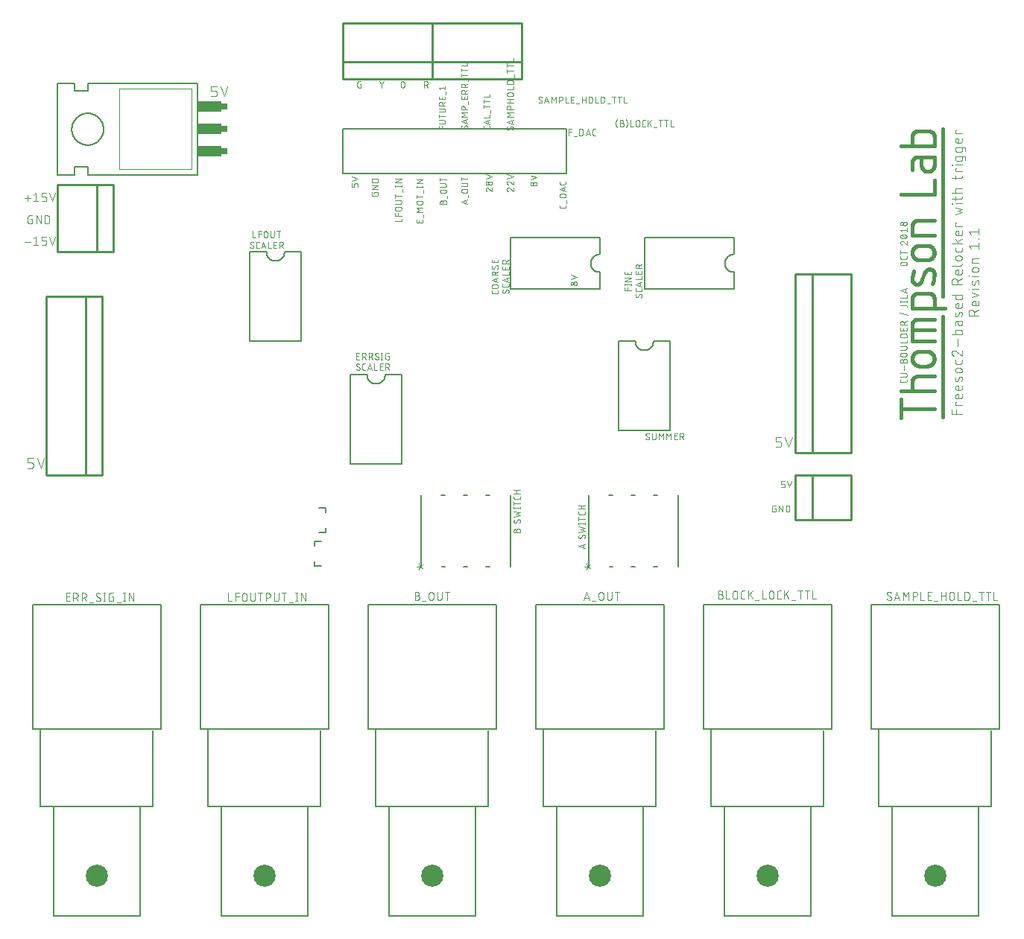
<source format=gto>
G75*
%MOIN*%
%OFA0B0*%
%FSLAX25Y25*%
%IPPOS*%
%LPD*%
%AMOC8*
5,1,8,0,0,1.08239X$1,22.5*
%
%ADD10C,0.00300*%
%ADD11C,0.01700*%
%ADD12C,0.01500*%
%ADD13C,0.00400*%
%ADD14C,0.00200*%
%ADD15C,0.00500*%
%ADD16C,0.00800*%
%ADD17C,0.09921*%
%ADD18C,0.01000*%
%ADD19C,0.00600*%
%ADD20R,0.02500X0.03000*%
%ADD21R,0.11000X0.05000*%
D10*
X0022961Y0142156D02*
X0022961Y0145856D01*
X0024606Y0145856D01*
X0026097Y0145856D02*
X0027125Y0145856D01*
X0027125Y0145857D02*
X0027188Y0145855D01*
X0027251Y0145849D01*
X0027314Y0145839D01*
X0027376Y0145826D01*
X0027437Y0145809D01*
X0027496Y0145788D01*
X0027555Y0145763D01*
X0027611Y0145735D01*
X0027666Y0145703D01*
X0027719Y0145668D01*
X0027769Y0145630D01*
X0027818Y0145589D01*
X0027863Y0145545D01*
X0027906Y0145498D01*
X0027945Y0145449D01*
X0027982Y0145397D01*
X0028015Y0145343D01*
X0028045Y0145287D01*
X0028072Y0145230D01*
X0028095Y0145171D01*
X0028114Y0145110D01*
X0028129Y0145049D01*
X0028141Y0144987D01*
X0028149Y0144924D01*
X0028153Y0144861D01*
X0028153Y0144797D01*
X0028149Y0144734D01*
X0028141Y0144671D01*
X0028129Y0144609D01*
X0028114Y0144548D01*
X0028095Y0144487D01*
X0028072Y0144428D01*
X0028045Y0144371D01*
X0028015Y0144315D01*
X0027982Y0144261D01*
X0027945Y0144209D01*
X0027906Y0144160D01*
X0027863Y0144113D01*
X0027818Y0144069D01*
X0027769Y0144028D01*
X0027719Y0143990D01*
X0027666Y0143955D01*
X0027611Y0143923D01*
X0027555Y0143895D01*
X0027496Y0143870D01*
X0027437Y0143849D01*
X0027376Y0143832D01*
X0027314Y0143819D01*
X0027251Y0143809D01*
X0027188Y0143803D01*
X0027125Y0143801D01*
X0026097Y0143801D01*
X0027330Y0143801D02*
X0028153Y0142156D01*
X0029817Y0142156D02*
X0029817Y0145856D01*
X0030845Y0145856D01*
X0030845Y0145857D02*
X0030908Y0145855D01*
X0030971Y0145849D01*
X0031034Y0145839D01*
X0031096Y0145826D01*
X0031157Y0145809D01*
X0031216Y0145788D01*
X0031275Y0145763D01*
X0031331Y0145735D01*
X0031386Y0145703D01*
X0031439Y0145668D01*
X0031489Y0145630D01*
X0031538Y0145589D01*
X0031583Y0145545D01*
X0031626Y0145498D01*
X0031665Y0145449D01*
X0031702Y0145397D01*
X0031735Y0145343D01*
X0031765Y0145287D01*
X0031792Y0145230D01*
X0031815Y0145171D01*
X0031834Y0145110D01*
X0031849Y0145049D01*
X0031861Y0144987D01*
X0031869Y0144924D01*
X0031873Y0144861D01*
X0031873Y0144797D01*
X0031869Y0144734D01*
X0031861Y0144671D01*
X0031849Y0144609D01*
X0031834Y0144548D01*
X0031815Y0144487D01*
X0031792Y0144428D01*
X0031765Y0144371D01*
X0031735Y0144315D01*
X0031702Y0144261D01*
X0031665Y0144209D01*
X0031626Y0144160D01*
X0031583Y0144113D01*
X0031538Y0144069D01*
X0031489Y0144028D01*
X0031439Y0143990D01*
X0031386Y0143955D01*
X0031331Y0143923D01*
X0031275Y0143895D01*
X0031216Y0143870D01*
X0031157Y0143849D01*
X0031096Y0143832D01*
X0031034Y0143819D01*
X0030971Y0143809D01*
X0030908Y0143803D01*
X0030845Y0143801D01*
X0029817Y0143801D01*
X0031050Y0143801D02*
X0031873Y0142156D01*
X0033240Y0141745D02*
X0034885Y0141745D01*
X0037799Y0143698D02*
X0037845Y0143669D01*
X0037888Y0143637D01*
X0037930Y0143603D01*
X0037969Y0143565D01*
X0038006Y0143526D01*
X0038040Y0143484D01*
X0038072Y0143439D01*
X0038100Y0143393D01*
X0038125Y0143345D01*
X0038148Y0143296D01*
X0038166Y0143245D01*
X0038182Y0143193D01*
X0038194Y0143141D01*
X0038203Y0143087D01*
X0038208Y0143033D01*
X0038210Y0142979D01*
X0038208Y0142923D01*
X0038202Y0142867D01*
X0038193Y0142812D01*
X0038180Y0142757D01*
X0038163Y0142704D01*
X0038142Y0142652D01*
X0038118Y0142601D01*
X0038090Y0142552D01*
X0038060Y0142505D01*
X0038026Y0142460D01*
X0037989Y0142418D01*
X0037949Y0142378D01*
X0037907Y0142341D01*
X0037862Y0142307D01*
X0037815Y0142277D01*
X0037766Y0142249D01*
X0037715Y0142225D01*
X0037663Y0142204D01*
X0037610Y0142187D01*
X0037555Y0142174D01*
X0037500Y0142165D01*
X0037444Y0142159D01*
X0037388Y0142157D01*
X0037799Y0143698D02*
X0036668Y0144315D01*
X0037079Y0145857D02*
X0037155Y0145855D01*
X0037231Y0145849D01*
X0037307Y0145840D01*
X0037382Y0145827D01*
X0037457Y0145810D01*
X0037530Y0145789D01*
X0037603Y0145765D01*
X0037674Y0145738D01*
X0037743Y0145706D01*
X0037812Y0145672D01*
X0037878Y0145634D01*
X0037942Y0145593D01*
X0038004Y0145549D01*
X0036668Y0144315D02*
X0036622Y0144344D01*
X0036579Y0144376D01*
X0036537Y0144410D01*
X0036498Y0144448D01*
X0036461Y0144487D01*
X0036427Y0144529D01*
X0036395Y0144574D01*
X0036367Y0144620D01*
X0036342Y0144668D01*
X0036319Y0144717D01*
X0036301Y0144768D01*
X0036285Y0144820D01*
X0036273Y0144872D01*
X0036264Y0144926D01*
X0036259Y0144980D01*
X0036257Y0145034D01*
X0036258Y0145034D02*
X0036260Y0145090D01*
X0036266Y0145146D01*
X0036275Y0145201D01*
X0036288Y0145256D01*
X0036305Y0145309D01*
X0036326Y0145361D01*
X0036350Y0145412D01*
X0036378Y0145461D01*
X0036408Y0145508D01*
X0036442Y0145553D01*
X0036479Y0145595D01*
X0036519Y0145635D01*
X0036561Y0145672D01*
X0036606Y0145706D01*
X0036653Y0145736D01*
X0036702Y0145764D01*
X0036753Y0145788D01*
X0036805Y0145809D01*
X0036858Y0145826D01*
X0036913Y0145839D01*
X0036968Y0145848D01*
X0037024Y0145854D01*
X0037080Y0145856D01*
X0036155Y0142670D02*
X0036213Y0142614D01*
X0036273Y0142561D01*
X0036336Y0142510D01*
X0036402Y0142463D01*
X0036469Y0142419D01*
X0036539Y0142378D01*
X0036610Y0142340D01*
X0036683Y0142306D01*
X0036757Y0142275D01*
X0036833Y0142247D01*
X0036910Y0142223D01*
X0036988Y0142203D01*
X0037067Y0142186D01*
X0037147Y0142173D01*
X0037227Y0142163D01*
X0037307Y0142158D01*
X0037388Y0142156D01*
X0039531Y0142156D02*
X0040353Y0142156D01*
X0039942Y0142156D02*
X0039942Y0145856D01*
X0039531Y0145856D02*
X0040353Y0145856D01*
X0041914Y0145034D02*
X0041914Y0142979D01*
X0041915Y0142979D02*
X0041917Y0142923D01*
X0041923Y0142867D01*
X0041932Y0142812D01*
X0041945Y0142757D01*
X0041962Y0142704D01*
X0041983Y0142652D01*
X0042007Y0142601D01*
X0042035Y0142552D01*
X0042065Y0142505D01*
X0042099Y0142460D01*
X0042136Y0142418D01*
X0042176Y0142378D01*
X0042218Y0142341D01*
X0042263Y0142307D01*
X0042310Y0142277D01*
X0042359Y0142249D01*
X0042410Y0142225D01*
X0042462Y0142204D01*
X0042515Y0142187D01*
X0042570Y0142174D01*
X0042625Y0142165D01*
X0042681Y0142159D01*
X0042737Y0142157D01*
X0042737Y0142156D02*
X0043970Y0142156D01*
X0043970Y0144212D01*
X0043353Y0144212D01*
X0041915Y0145034D02*
X0041917Y0145090D01*
X0041923Y0145146D01*
X0041932Y0145201D01*
X0041945Y0145256D01*
X0041962Y0145309D01*
X0041983Y0145361D01*
X0042007Y0145412D01*
X0042035Y0145461D01*
X0042065Y0145508D01*
X0042099Y0145553D01*
X0042136Y0145595D01*
X0042176Y0145635D01*
X0042218Y0145672D01*
X0042263Y0145706D01*
X0042310Y0145736D01*
X0042359Y0145764D01*
X0042410Y0145788D01*
X0042462Y0145809D01*
X0042515Y0145826D01*
X0042570Y0145839D01*
X0042625Y0145848D01*
X0042681Y0145854D01*
X0042737Y0145856D01*
X0043970Y0145856D01*
X0045480Y0141745D02*
X0047124Y0141745D01*
X0048411Y0142156D02*
X0049233Y0142156D01*
X0048822Y0142156D02*
X0048822Y0145856D01*
X0048411Y0145856D02*
X0049233Y0145856D01*
X0050794Y0145856D02*
X0052850Y0142156D01*
X0052850Y0145856D01*
X0050794Y0145856D02*
X0050794Y0142156D01*
X0026097Y0142156D02*
X0026097Y0145856D01*
X0024195Y0144212D02*
X0022961Y0144212D01*
X0022961Y0142156D02*
X0024606Y0142156D01*
X0095401Y0142156D02*
X0097046Y0142156D01*
X0098521Y0142156D02*
X0098521Y0145856D01*
X0100166Y0145856D01*
X0100166Y0144212D02*
X0098521Y0144212D01*
X0101515Y0144829D02*
X0101515Y0143184D01*
X0101514Y0143184D02*
X0101516Y0143121D01*
X0101522Y0143058D01*
X0101532Y0142995D01*
X0101545Y0142933D01*
X0101562Y0142872D01*
X0101583Y0142813D01*
X0101608Y0142754D01*
X0101636Y0142698D01*
X0101668Y0142643D01*
X0101703Y0142590D01*
X0101741Y0142540D01*
X0101782Y0142491D01*
X0101826Y0142446D01*
X0101873Y0142403D01*
X0101922Y0142364D01*
X0101974Y0142327D01*
X0102028Y0142294D01*
X0102084Y0142264D01*
X0102141Y0142237D01*
X0102200Y0142214D01*
X0102261Y0142195D01*
X0102322Y0142180D01*
X0102384Y0142168D01*
X0102447Y0142160D01*
X0102510Y0142156D01*
X0102574Y0142156D01*
X0102637Y0142160D01*
X0102700Y0142168D01*
X0102762Y0142180D01*
X0102823Y0142195D01*
X0102884Y0142214D01*
X0102943Y0142237D01*
X0103000Y0142264D01*
X0103056Y0142294D01*
X0103110Y0142327D01*
X0103162Y0142364D01*
X0103211Y0142403D01*
X0103258Y0142446D01*
X0103302Y0142491D01*
X0103343Y0142540D01*
X0103381Y0142590D01*
X0103416Y0142643D01*
X0103448Y0142698D01*
X0103476Y0142754D01*
X0103501Y0142813D01*
X0103522Y0142872D01*
X0103539Y0142933D01*
X0103552Y0142995D01*
X0103562Y0143058D01*
X0103568Y0143121D01*
X0103570Y0143184D01*
X0103570Y0144829D01*
X0103568Y0144892D01*
X0103562Y0144955D01*
X0103552Y0145018D01*
X0103539Y0145080D01*
X0103522Y0145141D01*
X0103501Y0145200D01*
X0103476Y0145259D01*
X0103448Y0145315D01*
X0103416Y0145370D01*
X0103381Y0145423D01*
X0103343Y0145473D01*
X0103302Y0145522D01*
X0103258Y0145567D01*
X0103211Y0145610D01*
X0103162Y0145649D01*
X0103110Y0145686D01*
X0103056Y0145719D01*
X0103000Y0145749D01*
X0102943Y0145776D01*
X0102884Y0145799D01*
X0102823Y0145818D01*
X0102762Y0145833D01*
X0102700Y0145845D01*
X0102637Y0145853D01*
X0102574Y0145857D01*
X0102510Y0145857D01*
X0102447Y0145853D01*
X0102384Y0145845D01*
X0102322Y0145833D01*
X0102261Y0145818D01*
X0102200Y0145799D01*
X0102141Y0145776D01*
X0102084Y0145749D01*
X0102028Y0145719D01*
X0101974Y0145686D01*
X0101922Y0145649D01*
X0101873Y0145610D01*
X0101826Y0145567D01*
X0101782Y0145522D01*
X0101741Y0145473D01*
X0101703Y0145423D01*
X0101668Y0145370D01*
X0101636Y0145315D01*
X0101608Y0145259D01*
X0101583Y0145200D01*
X0101562Y0145141D01*
X0101545Y0145080D01*
X0101532Y0145018D01*
X0101522Y0144955D01*
X0101516Y0144892D01*
X0101514Y0144829D01*
X0105235Y0145856D02*
X0105235Y0143184D01*
X0105234Y0143184D02*
X0105236Y0143121D01*
X0105242Y0143058D01*
X0105252Y0142995D01*
X0105265Y0142933D01*
X0105282Y0142872D01*
X0105303Y0142813D01*
X0105328Y0142754D01*
X0105356Y0142698D01*
X0105388Y0142643D01*
X0105423Y0142590D01*
X0105461Y0142540D01*
X0105502Y0142491D01*
X0105546Y0142446D01*
X0105593Y0142403D01*
X0105642Y0142364D01*
X0105694Y0142327D01*
X0105748Y0142294D01*
X0105804Y0142264D01*
X0105861Y0142237D01*
X0105920Y0142214D01*
X0105981Y0142195D01*
X0106042Y0142180D01*
X0106104Y0142168D01*
X0106167Y0142160D01*
X0106230Y0142156D01*
X0106294Y0142156D01*
X0106357Y0142160D01*
X0106420Y0142168D01*
X0106482Y0142180D01*
X0106543Y0142195D01*
X0106604Y0142214D01*
X0106663Y0142237D01*
X0106720Y0142264D01*
X0106776Y0142294D01*
X0106830Y0142327D01*
X0106882Y0142364D01*
X0106931Y0142403D01*
X0106978Y0142446D01*
X0107022Y0142491D01*
X0107063Y0142540D01*
X0107101Y0142590D01*
X0107136Y0142643D01*
X0107168Y0142698D01*
X0107196Y0142754D01*
X0107221Y0142813D01*
X0107242Y0142872D01*
X0107259Y0142933D01*
X0107272Y0142995D01*
X0107282Y0143058D01*
X0107288Y0143121D01*
X0107290Y0143184D01*
X0107290Y0145856D01*
X0108715Y0145856D02*
X0110770Y0145856D01*
X0109742Y0145856D02*
X0109742Y0142156D01*
X0112246Y0142156D02*
X0112246Y0145856D01*
X0113274Y0145856D01*
X0113274Y0145857D02*
X0113337Y0145855D01*
X0113400Y0145849D01*
X0113463Y0145839D01*
X0113525Y0145826D01*
X0113586Y0145809D01*
X0113645Y0145788D01*
X0113704Y0145763D01*
X0113760Y0145735D01*
X0113815Y0145703D01*
X0113868Y0145668D01*
X0113918Y0145630D01*
X0113967Y0145589D01*
X0114012Y0145545D01*
X0114055Y0145498D01*
X0114094Y0145449D01*
X0114131Y0145397D01*
X0114164Y0145343D01*
X0114194Y0145287D01*
X0114221Y0145230D01*
X0114244Y0145171D01*
X0114263Y0145110D01*
X0114278Y0145049D01*
X0114290Y0144987D01*
X0114298Y0144924D01*
X0114302Y0144861D01*
X0114302Y0144797D01*
X0114298Y0144734D01*
X0114290Y0144671D01*
X0114278Y0144609D01*
X0114263Y0144548D01*
X0114244Y0144487D01*
X0114221Y0144428D01*
X0114194Y0144371D01*
X0114164Y0144315D01*
X0114131Y0144261D01*
X0114094Y0144209D01*
X0114055Y0144160D01*
X0114012Y0144113D01*
X0113967Y0144069D01*
X0113918Y0144028D01*
X0113868Y0143990D01*
X0113815Y0143955D01*
X0113760Y0143923D01*
X0113704Y0143895D01*
X0113645Y0143870D01*
X0113586Y0143849D01*
X0113525Y0143832D01*
X0113463Y0143819D01*
X0113400Y0143809D01*
X0113337Y0143803D01*
X0113274Y0143801D01*
X0112246Y0143801D01*
X0115795Y0143184D02*
X0115795Y0145856D01*
X0117850Y0145856D02*
X0117850Y0143184D01*
X0117848Y0143121D01*
X0117842Y0143058D01*
X0117832Y0142995D01*
X0117819Y0142933D01*
X0117802Y0142872D01*
X0117781Y0142813D01*
X0117756Y0142754D01*
X0117728Y0142698D01*
X0117696Y0142643D01*
X0117661Y0142590D01*
X0117623Y0142540D01*
X0117582Y0142491D01*
X0117538Y0142446D01*
X0117491Y0142403D01*
X0117442Y0142364D01*
X0117390Y0142327D01*
X0117336Y0142294D01*
X0117280Y0142264D01*
X0117223Y0142237D01*
X0117164Y0142214D01*
X0117103Y0142195D01*
X0117042Y0142180D01*
X0116980Y0142168D01*
X0116917Y0142160D01*
X0116854Y0142156D01*
X0116790Y0142156D01*
X0116727Y0142160D01*
X0116664Y0142168D01*
X0116602Y0142180D01*
X0116541Y0142195D01*
X0116480Y0142214D01*
X0116421Y0142237D01*
X0116364Y0142264D01*
X0116308Y0142294D01*
X0116254Y0142327D01*
X0116202Y0142364D01*
X0116153Y0142403D01*
X0116106Y0142446D01*
X0116062Y0142491D01*
X0116021Y0142540D01*
X0115983Y0142590D01*
X0115948Y0142643D01*
X0115916Y0142698D01*
X0115888Y0142754D01*
X0115863Y0142813D01*
X0115842Y0142872D01*
X0115825Y0142933D01*
X0115812Y0142995D01*
X0115802Y0143058D01*
X0115796Y0143121D01*
X0115794Y0143184D01*
X0119274Y0145856D02*
X0121330Y0145856D01*
X0120302Y0145856D02*
X0120302Y0142156D01*
X0122480Y0141745D02*
X0124124Y0141745D01*
X0125411Y0142156D02*
X0126233Y0142156D01*
X0125822Y0142156D02*
X0125822Y0145856D01*
X0125411Y0145856D02*
X0126233Y0145856D01*
X0127794Y0145856D02*
X0129850Y0142156D01*
X0129850Y0145856D01*
X0127794Y0145856D02*
X0127794Y0142156D01*
X0095401Y0142156D02*
X0095401Y0145856D01*
X0178786Y0146356D02*
X0178786Y0142656D01*
X0179814Y0142656D01*
X0179877Y0142658D01*
X0179940Y0142664D01*
X0180003Y0142674D01*
X0180065Y0142687D01*
X0180126Y0142704D01*
X0180185Y0142725D01*
X0180244Y0142750D01*
X0180300Y0142778D01*
X0180355Y0142810D01*
X0180408Y0142845D01*
X0180458Y0142883D01*
X0180507Y0142924D01*
X0180552Y0142968D01*
X0180595Y0143015D01*
X0180634Y0143064D01*
X0180671Y0143116D01*
X0180704Y0143170D01*
X0180734Y0143226D01*
X0180761Y0143283D01*
X0180784Y0143342D01*
X0180803Y0143403D01*
X0180818Y0143464D01*
X0180830Y0143526D01*
X0180838Y0143589D01*
X0180842Y0143652D01*
X0180842Y0143716D01*
X0180838Y0143779D01*
X0180830Y0143842D01*
X0180818Y0143904D01*
X0180803Y0143965D01*
X0180784Y0144026D01*
X0180761Y0144085D01*
X0180734Y0144142D01*
X0180704Y0144198D01*
X0180671Y0144252D01*
X0180634Y0144304D01*
X0180595Y0144353D01*
X0180552Y0144400D01*
X0180507Y0144444D01*
X0180458Y0144485D01*
X0180408Y0144523D01*
X0180355Y0144558D01*
X0180300Y0144590D01*
X0180244Y0144618D01*
X0180185Y0144643D01*
X0180126Y0144664D01*
X0180065Y0144681D01*
X0180003Y0144694D01*
X0179940Y0144704D01*
X0179877Y0144710D01*
X0179814Y0144712D01*
X0178786Y0144712D01*
X0179814Y0144712D02*
X0179870Y0144714D01*
X0179926Y0144720D01*
X0179981Y0144729D01*
X0180036Y0144742D01*
X0180089Y0144759D01*
X0180141Y0144780D01*
X0180192Y0144804D01*
X0180241Y0144832D01*
X0180288Y0144862D01*
X0180333Y0144896D01*
X0180375Y0144933D01*
X0180415Y0144973D01*
X0180452Y0145015D01*
X0180486Y0145060D01*
X0180516Y0145107D01*
X0180544Y0145156D01*
X0180568Y0145207D01*
X0180589Y0145259D01*
X0180606Y0145312D01*
X0180619Y0145367D01*
X0180628Y0145422D01*
X0180634Y0145478D01*
X0180636Y0145534D01*
X0180634Y0145590D01*
X0180628Y0145646D01*
X0180619Y0145701D01*
X0180606Y0145756D01*
X0180589Y0145809D01*
X0180568Y0145861D01*
X0180544Y0145912D01*
X0180516Y0145961D01*
X0180486Y0146008D01*
X0180452Y0146053D01*
X0180415Y0146095D01*
X0180375Y0146135D01*
X0180333Y0146172D01*
X0180288Y0146206D01*
X0180241Y0146236D01*
X0180192Y0146264D01*
X0180141Y0146288D01*
X0180089Y0146309D01*
X0180036Y0146326D01*
X0179981Y0146339D01*
X0179926Y0146348D01*
X0179870Y0146354D01*
X0179814Y0146356D01*
X0178786Y0146356D01*
X0182060Y0142245D02*
X0183704Y0142245D01*
X0185094Y0143684D02*
X0185094Y0145329D01*
X0185096Y0145392D01*
X0185102Y0145455D01*
X0185112Y0145518D01*
X0185125Y0145580D01*
X0185142Y0145641D01*
X0185163Y0145700D01*
X0185188Y0145759D01*
X0185216Y0145815D01*
X0185248Y0145870D01*
X0185283Y0145923D01*
X0185321Y0145973D01*
X0185362Y0146022D01*
X0185406Y0146067D01*
X0185453Y0146110D01*
X0185502Y0146149D01*
X0185554Y0146186D01*
X0185608Y0146219D01*
X0185664Y0146249D01*
X0185721Y0146276D01*
X0185780Y0146299D01*
X0185841Y0146318D01*
X0185902Y0146333D01*
X0185964Y0146345D01*
X0186027Y0146353D01*
X0186090Y0146357D01*
X0186154Y0146357D01*
X0186217Y0146353D01*
X0186280Y0146345D01*
X0186342Y0146333D01*
X0186403Y0146318D01*
X0186464Y0146299D01*
X0186523Y0146276D01*
X0186580Y0146249D01*
X0186636Y0146219D01*
X0186690Y0146186D01*
X0186742Y0146149D01*
X0186791Y0146110D01*
X0186838Y0146067D01*
X0186882Y0146022D01*
X0186923Y0145973D01*
X0186961Y0145923D01*
X0186996Y0145870D01*
X0187028Y0145815D01*
X0187056Y0145759D01*
X0187081Y0145700D01*
X0187102Y0145641D01*
X0187119Y0145580D01*
X0187132Y0145518D01*
X0187142Y0145455D01*
X0187148Y0145392D01*
X0187150Y0145329D01*
X0187150Y0143684D01*
X0187148Y0143621D01*
X0187142Y0143558D01*
X0187132Y0143495D01*
X0187119Y0143433D01*
X0187102Y0143372D01*
X0187081Y0143313D01*
X0187056Y0143254D01*
X0187028Y0143198D01*
X0186996Y0143143D01*
X0186961Y0143090D01*
X0186923Y0143040D01*
X0186882Y0142991D01*
X0186838Y0142946D01*
X0186791Y0142903D01*
X0186742Y0142864D01*
X0186690Y0142827D01*
X0186636Y0142794D01*
X0186580Y0142764D01*
X0186523Y0142737D01*
X0186464Y0142714D01*
X0186403Y0142695D01*
X0186342Y0142680D01*
X0186280Y0142668D01*
X0186217Y0142660D01*
X0186154Y0142656D01*
X0186090Y0142656D01*
X0186027Y0142660D01*
X0185964Y0142668D01*
X0185902Y0142680D01*
X0185841Y0142695D01*
X0185780Y0142714D01*
X0185721Y0142737D01*
X0185664Y0142764D01*
X0185608Y0142794D01*
X0185554Y0142827D01*
X0185502Y0142864D01*
X0185453Y0142903D01*
X0185406Y0142946D01*
X0185362Y0142991D01*
X0185321Y0143040D01*
X0185283Y0143090D01*
X0185248Y0143143D01*
X0185216Y0143198D01*
X0185188Y0143254D01*
X0185163Y0143313D01*
X0185142Y0143372D01*
X0185125Y0143433D01*
X0185112Y0143495D01*
X0185102Y0143558D01*
X0185096Y0143621D01*
X0185094Y0143684D01*
X0188814Y0143684D02*
X0188814Y0146356D01*
X0190870Y0146356D02*
X0190870Y0143684D01*
X0190868Y0143621D01*
X0190862Y0143558D01*
X0190852Y0143495D01*
X0190839Y0143433D01*
X0190822Y0143372D01*
X0190801Y0143313D01*
X0190776Y0143254D01*
X0190748Y0143198D01*
X0190716Y0143143D01*
X0190681Y0143090D01*
X0190643Y0143040D01*
X0190602Y0142991D01*
X0190558Y0142946D01*
X0190511Y0142903D01*
X0190462Y0142864D01*
X0190410Y0142827D01*
X0190356Y0142794D01*
X0190300Y0142764D01*
X0190243Y0142737D01*
X0190184Y0142714D01*
X0190123Y0142695D01*
X0190062Y0142680D01*
X0190000Y0142668D01*
X0189937Y0142660D01*
X0189874Y0142656D01*
X0189810Y0142656D01*
X0189747Y0142660D01*
X0189684Y0142668D01*
X0189622Y0142680D01*
X0189561Y0142695D01*
X0189500Y0142714D01*
X0189441Y0142737D01*
X0189384Y0142764D01*
X0189328Y0142794D01*
X0189274Y0142827D01*
X0189222Y0142864D01*
X0189173Y0142903D01*
X0189126Y0142946D01*
X0189082Y0142991D01*
X0189041Y0143040D01*
X0189003Y0143090D01*
X0188968Y0143143D01*
X0188936Y0143198D01*
X0188908Y0143254D01*
X0188883Y0143313D01*
X0188862Y0143372D01*
X0188845Y0143433D01*
X0188832Y0143495D01*
X0188822Y0143558D01*
X0188816Y0143621D01*
X0188814Y0143684D01*
X0192294Y0146356D02*
X0194350Y0146356D01*
X0193322Y0146356D02*
X0193322Y0142656D01*
X0182197Y0156879D02*
X0181022Y0157792D01*
X0180500Y0156356D01*
X0181022Y0157792D02*
X0180500Y0159229D01*
X0181022Y0157792D02*
X0182197Y0158706D01*
X0181022Y0157792D02*
X0179456Y0157792D01*
X0223050Y0173036D02*
X0223050Y0173841D01*
X0223052Y0173890D01*
X0223058Y0173939D01*
X0223067Y0173988D01*
X0223080Y0174035D01*
X0223097Y0174082D01*
X0223117Y0174127D01*
X0223140Y0174170D01*
X0223167Y0174212D01*
X0223197Y0174251D01*
X0223230Y0174288D01*
X0223266Y0174322D01*
X0223304Y0174353D01*
X0223344Y0174382D01*
X0223386Y0174407D01*
X0223431Y0174429D01*
X0223476Y0174447D01*
X0223523Y0174462D01*
X0223571Y0174473D01*
X0223620Y0174481D01*
X0223669Y0174485D01*
X0223719Y0174485D01*
X0223768Y0174481D01*
X0223817Y0174473D01*
X0223865Y0174462D01*
X0223912Y0174447D01*
X0223957Y0174429D01*
X0224002Y0174407D01*
X0224044Y0174382D01*
X0224084Y0174353D01*
X0224122Y0174322D01*
X0224158Y0174288D01*
X0224191Y0174251D01*
X0224221Y0174212D01*
X0224248Y0174170D01*
X0224271Y0174127D01*
X0224291Y0174082D01*
X0224308Y0174035D01*
X0224321Y0173988D01*
X0224330Y0173939D01*
X0224336Y0173890D01*
X0224338Y0173841D01*
X0224339Y0173841D02*
X0224339Y0173036D01*
X0224338Y0173841D02*
X0224340Y0173896D01*
X0224346Y0173951D01*
X0224355Y0174005D01*
X0224368Y0174058D01*
X0224385Y0174111D01*
X0224405Y0174162D01*
X0224428Y0174212D01*
X0224455Y0174260D01*
X0224486Y0174306D01*
X0224519Y0174350D01*
X0224555Y0174391D01*
X0224594Y0174430D01*
X0224635Y0174466D01*
X0224679Y0174499D01*
X0224725Y0174530D01*
X0224773Y0174557D01*
X0224823Y0174580D01*
X0224874Y0174600D01*
X0224927Y0174617D01*
X0224980Y0174630D01*
X0225034Y0174639D01*
X0225089Y0174645D01*
X0225144Y0174647D01*
X0225199Y0174645D01*
X0225254Y0174639D01*
X0225308Y0174630D01*
X0225361Y0174617D01*
X0225414Y0174600D01*
X0225465Y0174580D01*
X0225515Y0174557D01*
X0225563Y0174530D01*
X0225609Y0174499D01*
X0225653Y0174466D01*
X0225694Y0174430D01*
X0225733Y0174391D01*
X0225769Y0174350D01*
X0225802Y0174306D01*
X0225833Y0174260D01*
X0225860Y0174212D01*
X0225883Y0174162D01*
X0225903Y0174111D01*
X0225920Y0174058D01*
X0225933Y0174005D01*
X0225942Y0173951D01*
X0225948Y0173896D01*
X0225950Y0173841D01*
X0225950Y0173036D01*
X0223050Y0173036D01*
X0224258Y0177616D02*
X0224742Y0178502D01*
X0225950Y0178180D02*
X0225948Y0178108D01*
X0225942Y0178037D01*
X0225933Y0177966D01*
X0225920Y0177896D01*
X0225903Y0177826D01*
X0225883Y0177757D01*
X0225859Y0177690D01*
X0225831Y0177624D01*
X0225800Y0177559D01*
X0225766Y0177496D01*
X0225728Y0177435D01*
X0225687Y0177376D01*
X0225644Y0177320D01*
X0225597Y0177265D01*
X0225547Y0177214D01*
X0224742Y0178503D02*
X0224768Y0178543D01*
X0224797Y0178582D01*
X0224829Y0178619D01*
X0224864Y0178653D01*
X0224901Y0178684D01*
X0224940Y0178713D01*
X0224981Y0178739D01*
X0225024Y0178761D01*
X0225069Y0178780D01*
X0225115Y0178796D01*
X0225161Y0178809D01*
X0225209Y0178818D01*
X0225257Y0178823D01*
X0225306Y0178825D01*
X0225306Y0178824D02*
X0225354Y0178822D01*
X0225402Y0178817D01*
X0225449Y0178808D01*
X0225496Y0178795D01*
X0225541Y0178779D01*
X0225585Y0178760D01*
X0225628Y0178738D01*
X0225669Y0178712D01*
X0225708Y0178683D01*
X0225744Y0178652D01*
X0225778Y0178618D01*
X0225809Y0178582D01*
X0225838Y0178543D01*
X0225864Y0178502D01*
X0225886Y0178459D01*
X0225905Y0178415D01*
X0225921Y0178370D01*
X0225934Y0178323D01*
X0225943Y0178276D01*
X0225948Y0178228D01*
X0225950Y0178180D01*
X0223292Y0178664D02*
X0223254Y0178611D01*
X0223220Y0178556D01*
X0223188Y0178500D01*
X0223159Y0178441D01*
X0223134Y0178382D01*
X0223112Y0178321D01*
X0223093Y0178259D01*
X0223078Y0178196D01*
X0223066Y0178133D01*
X0223057Y0178068D01*
X0223052Y0178004D01*
X0223050Y0177939D01*
X0223052Y0177891D01*
X0223057Y0177843D01*
X0223066Y0177796D01*
X0223079Y0177749D01*
X0223095Y0177704D01*
X0223114Y0177660D01*
X0223136Y0177617D01*
X0223162Y0177576D01*
X0223191Y0177537D01*
X0223222Y0177501D01*
X0223256Y0177467D01*
X0223292Y0177436D01*
X0223331Y0177407D01*
X0223372Y0177381D01*
X0223415Y0177359D01*
X0223459Y0177340D01*
X0223504Y0177324D01*
X0223551Y0177311D01*
X0223598Y0177302D01*
X0223646Y0177297D01*
X0223694Y0177295D01*
X0223694Y0177294D02*
X0223743Y0177296D01*
X0223791Y0177301D01*
X0223839Y0177310D01*
X0223885Y0177323D01*
X0223931Y0177339D01*
X0223976Y0177358D01*
X0224019Y0177380D01*
X0224060Y0177406D01*
X0224099Y0177435D01*
X0224136Y0177466D01*
X0224171Y0177500D01*
X0224203Y0177537D01*
X0224232Y0177576D01*
X0224258Y0177616D01*
X0223050Y0179898D02*
X0225950Y0180543D01*
X0224017Y0181187D01*
X0225950Y0181832D01*
X0223050Y0182476D01*
X0223050Y0183553D02*
X0223050Y0184197D01*
X0223050Y0183875D02*
X0225950Y0183875D01*
X0225950Y0183553D02*
X0225950Y0184197D01*
X0225950Y0185987D02*
X0223050Y0185987D01*
X0223050Y0185182D02*
X0223050Y0186793D01*
X0223694Y0187861D02*
X0225306Y0187861D01*
X0225354Y0187863D01*
X0225402Y0187868D01*
X0225449Y0187877D01*
X0225496Y0187890D01*
X0225541Y0187906D01*
X0225585Y0187925D01*
X0225628Y0187947D01*
X0225669Y0187973D01*
X0225708Y0188002D01*
X0225744Y0188033D01*
X0225778Y0188067D01*
X0225809Y0188103D01*
X0225838Y0188142D01*
X0225864Y0188183D01*
X0225886Y0188226D01*
X0225905Y0188270D01*
X0225921Y0188315D01*
X0225934Y0188362D01*
X0225943Y0188409D01*
X0225948Y0188457D01*
X0225950Y0188505D01*
X0225950Y0189149D01*
X0225950Y0190366D02*
X0223050Y0190366D01*
X0223050Y0189149D02*
X0223050Y0188505D01*
X0223052Y0188454D01*
X0223058Y0188404D01*
X0223068Y0188355D01*
X0223082Y0188306D01*
X0223099Y0188259D01*
X0223120Y0188213D01*
X0223145Y0188168D01*
X0223173Y0188126D01*
X0223204Y0188087D01*
X0223239Y0188050D01*
X0223276Y0188015D01*
X0223315Y0187984D01*
X0223358Y0187956D01*
X0223402Y0187931D01*
X0223448Y0187910D01*
X0223495Y0187893D01*
X0223544Y0187879D01*
X0223593Y0187869D01*
X0223643Y0187863D01*
X0223694Y0187861D01*
X0224339Y0190366D02*
X0224339Y0191977D01*
X0223050Y0191977D02*
X0225950Y0191977D01*
X0252050Y0185128D02*
X0254950Y0185128D01*
X0254950Y0183517D02*
X0252050Y0183517D01*
X0252050Y0182301D02*
X0252050Y0181657D01*
X0252052Y0181606D01*
X0252058Y0181556D01*
X0252068Y0181507D01*
X0252082Y0181458D01*
X0252099Y0181411D01*
X0252120Y0181365D01*
X0252145Y0181320D01*
X0252173Y0181278D01*
X0252204Y0181239D01*
X0252239Y0181202D01*
X0252276Y0181167D01*
X0252315Y0181136D01*
X0252358Y0181108D01*
X0252402Y0181083D01*
X0252448Y0181062D01*
X0252495Y0181045D01*
X0252544Y0181031D01*
X0252593Y0181021D01*
X0252643Y0181015D01*
X0252694Y0181013D01*
X0252694Y0181012D02*
X0254306Y0181012D01*
X0254306Y0181013D02*
X0254354Y0181015D01*
X0254402Y0181020D01*
X0254449Y0181029D01*
X0254496Y0181042D01*
X0254541Y0181058D01*
X0254585Y0181077D01*
X0254628Y0181099D01*
X0254669Y0181125D01*
X0254708Y0181154D01*
X0254744Y0181185D01*
X0254778Y0181219D01*
X0254809Y0181255D01*
X0254838Y0181294D01*
X0254864Y0181335D01*
X0254886Y0181378D01*
X0254905Y0181422D01*
X0254921Y0181467D01*
X0254934Y0181514D01*
X0254943Y0181561D01*
X0254948Y0181609D01*
X0254950Y0181657D01*
X0254950Y0182301D01*
X0253339Y0183517D02*
X0253339Y0185128D01*
X0252050Y0179944D02*
X0252050Y0178333D01*
X0252050Y0179139D02*
X0254950Y0179139D01*
X0254950Y0177349D02*
X0254950Y0176705D01*
X0254950Y0177027D02*
X0252050Y0177027D01*
X0252050Y0176705D02*
X0252050Y0177349D01*
X0252050Y0175628D02*
X0254950Y0174983D01*
X0253017Y0174339D01*
X0254950Y0173694D01*
X0252050Y0173050D01*
X0253258Y0170767D02*
X0253232Y0170727D01*
X0253203Y0170688D01*
X0253171Y0170651D01*
X0253136Y0170617D01*
X0253099Y0170586D01*
X0253060Y0170557D01*
X0253019Y0170531D01*
X0252976Y0170509D01*
X0252931Y0170490D01*
X0252885Y0170474D01*
X0252839Y0170461D01*
X0252791Y0170452D01*
X0252743Y0170447D01*
X0252694Y0170445D01*
X0252694Y0170446D02*
X0252646Y0170448D01*
X0252598Y0170453D01*
X0252551Y0170462D01*
X0252504Y0170475D01*
X0252459Y0170491D01*
X0252415Y0170510D01*
X0252372Y0170532D01*
X0252331Y0170558D01*
X0252292Y0170587D01*
X0252256Y0170618D01*
X0252222Y0170652D01*
X0252191Y0170688D01*
X0252162Y0170727D01*
X0252136Y0170768D01*
X0252114Y0170811D01*
X0252095Y0170855D01*
X0252079Y0170900D01*
X0252066Y0170947D01*
X0252057Y0170994D01*
X0252052Y0171042D01*
X0252050Y0171090D01*
X0252052Y0171155D01*
X0252057Y0171219D01*
X0252066Y0171284D01*
X0252078Y0171347D01*
X0252093Y0171410D01*
X0252112Y0171472D01*
X0252134Y0171533D01*
X0252159Y0171592D01*
X0252188Y0171651D01*
X0252220Y0171707D01*
X0252254Y0171762D01*
X0252292Y0171815D01*
X0254547Y0170366D02*
X0254597Y0170417D01*
X0254644Y0170472D01*
X0254687Y0170528D01*
X0254728Y0170587D01*
X0254766Y0170648D01*
X0254800Y0170711D01*
X0254831Y0170776D01*
X0254859Y0170842D01*
X0254883Y0170909D01*
X0254903Y0170978D01*
X0254920Y0171048D01*
X0254933Y0171118D01*
X0254942Y0171189D01*
X0254948Y0171260D01*
X0254950Y0171332D01*
X0254948Y0171380D01*
X0254943Y0171428D01*
X0254934Y0171475D01*
X0254921Y0171522D01*
X0254905Y0171567D01*
X0254886Y0171611D01*
X0254864Y0171654D01*
X0254838Y0171695D01*
X0254809Y0171734D01*
X0254778Y0171770D01*
X0254744Y0171804D01*
X0254708Y0171835D01*
X0254669Y0171864D01*
X0254628Y0171890D01*
X0254585Y0171912D01*
X0254541Y0171931D01*
X0254496Y0171947D01*
X0254449Y0171960D01*
X0254402Y0171969D01*
X0254354Y0171974D01*
X0254306Y0171976D01*
X0253742Y0171654D02*
X0253258Y0170768D01*
X0253742Y0171655D02*
X0253768Y0171695D01*
X0253797Y0171734D01*
X0253829Y0171771D01*
X0253864Y0171805D01*
X0253901Y0171836D01*
X0253940Y0171865D01*
X0253981Y0171891D01*
X0254024Y0171913D01*
X0254069Y0171932D01*
X0254115Y0171948D01*
X0254161Y0171961D01*
X0254209Y0171970D01*
X0254257Y0171975D01*
X0254306Y0171977D01*
X0254950Y0167818D02*
X0252050Y0166851D01*
X0254950Y0165884D01*
X0254225Y0166126D02*
X0254225Y0167576D01*
X0255500Y0159229D02*
X0256022Y0157792D01*
X0255500Y0156356D01*
X0256022Y0157792D02*
X0257197Y0156879D01*
X0256022Y0157792D02*
X0257197Y0158706D01*
X0256022Y0157792D02*
X0254456Y0157792D01*
X0255642Y0146356D02*
X0256876Y0142656D01*
X0256567Y0143581D02*
X0254717Y0143581D01*
X0254409Y0142656D02*
X0255642Y0146356D01*
X0258060Y0142245D02*
X0259704Y0142245D01*
X0261094Y0143684D02*
X0261094Y0145329D01*
X0261096Y0145392D01*
X0261102Y0145455D01*
X0261112Y0145518D01*
X0261125Y0145580D01*
X0261142Y0145641D01*
X0261163Y0145700D01*
X0261188Y0145759D01*
X0261216Y0145815D01*
X0261248Y0145870D01*
X0261283Y0145923D01*
X0261321Y0145973D01*
X0261362Y0146022D01*
X0261406Y0146067D01*
X0261453Y0146110D01*
X0261502Y0146149D01*
X0261554Y0146186D01*
X0261608Y0146219D01*
X0261664Y0146249D01*
X0261721Y0146276D01*
X0261780Y0146299D01*
X0261841Y0146318D01*
X0261902Y0146333D01*
X0261964Y0146345D01*
X0262027Y0146353D01*
X0262090Y0146357D01*
X0262154Y0146357D01*
X0262217Y0146353D01*
X0262280Y0146345D01*
X0262342Y0146333D01*
X0262403Y0146318D01*
X0262464Y0146299D01*
X0262523Y0146276D01*
X0262580Y0146249D01*
X0262636Y0146219D01*
X0262690Y0146186D01*
X0262742Y0146149D01*
X0262791Y0146110D01*
X0262838Y0146067D01*
X0262882Y0146022D01*
X0262923Y0145973D01*
X0262961Y0145923D01*
X0262996Y0145870D01*
X0263028Y0145815D01*
X0263056Y0145759D01*
X0263081Y0145700D01*
X0263102Y0145641D01*
X0263119Y0145580D01*
X0263132Y0145518D01*
X0263142Y0145455D01*
X0263148Y0145392D01*
X0263150Y0145329D01*
X0263150Y0143684D01*
X0263148Y0143621D01*
X0263142Y0143558D01*
X0263132Y0143495D01*
X0263119Y0143433D01*
X0263102Y0143372D01*
X0263081Y0143313D01*
X0263056Y0143254D01*
X0263028Y0143198D01*
X0262996Y0143143D01*
X0262961Y0143090D01*
X0262923Y0143040D01*
X0262882Y0142991D01*
X0262838Y0142946D01*
X0262791Y0142903D01*
X0262742Y0142864D01*
X0262690Y0142827D01*
X0262636Y0142794D01*
X0262580Y0142764D01*
X0262523Y0142737D01*
X0262464Y0142714D01*
X0262403Y0142695D01*
X0262342Y0142680D01*
X0262280Y0142668D01*
X0262217Y0142660D01*
X0262154Y0142656D01*
X0262090Y0142656D01*
X0262027Y0142660D01*
X0261964Y0142668D01*
X0261902Y0142680D01*
X0261841Y0142695D01*
X0261780Y0142714D01*
X0261721Y0142737D01*
X0261664Y0142764D01*
X0261608Y0142794D01*
X0261554Y0142827D01*
X0261502Y0142864D01*
X0261453Y0142903D01*
X0261406Y0142946D01*
X0261362Y0142991D01*
X0261321Y0143040D01*
X0261283Y0143090D01*
X0261248Y0143143D01*
X0261216Y0143198D01*
X0261188Y0143254D01*
X0261163Y0143313D01*
X0261142Y0143372D01*
X0261125Y0143433D01*
X0261112Y0143495D01*
X0261102Y0143558D01*
X0261096Y0143621D01*
X0261094Y0143684D01*
X0264814Y0143684D02*
X0264814Y0146356D01*
X0266870Y0146356D02*
X0266870Y0143684D01*
X0266868Y0143621D01*
X0266862Y0143558D01*
X0266852Y0143495D01*
X0266839Y0143433D01*
X0266822Y0143372D01*
X0266801Y0143313D01*
X0266776Y0143254D01*
X0266748Y0143198D01*
X0266716Y0143143D01*
X0266681Y0143090D01*
X0266643Y0143040D01*
X0266602Y0142991D01*
X0266558Y0142946D01*
X0266511Y0142903D01*
X0266462Y0142864D01*
X0266410Y0142827D01*
X0266356Y0142794D01*
X0266300Y0142764D01*
X0266243Y0142737D01*
X0266184Y0142714D01*
X0266123Y0142695D01*
X0266062Y0142680D01*
X0266000Y0142668D01*
X0265937Y0142660D01*
X0265874Y0142656D01*
X0265810Y0142656D01*
X0265747Y0142660D01*
X0265684Y0142668D01*
X0265622Y0142680D01*
X0265561Y0142695D01*
X0265500Y0142714D01*
X0265441Y0142737D01*
X0265384Y0142764D01*
X0265328Y0142794D01*
X0265274Y0142827D01*
X0265222Y0142864D01*
X0265173Y0142903D01*
X0265126Y0142946D01*
X0265082Y0142991D01*
X0265041Y0143040D01*
X0265003Y0143090D01*
X0264968Y0143143D01*
X0264936Y0143198D01*
X0264908Y0143254D01*
X0264883Y0143313D01*
X0264862Y0143372D01*
X0264845Y0143433D01*
X0264832Y0143495D01*
X0264822Y0143558D01*
X0264816Y0143621D01*
X0264814Y0143684D01*
X0268294Y0146356D02*
X0270350Y0146356D01*
X0269322Y0146356D02*
X0269322Y0142656D01*
X0314511Y0143156D02*
X0314511Y0146856D01*
X0315538Y0146856D01*
X0315594Y0146854D01*
X0315650Y0146848D01*
X0315705Y0146839D01*
X0315760Y0146826D01*
X0315813Y0146809D01*
X0315865Y0146788D01*
X0315916Y0146764D01*
X0315965Y0146736D01*
X0316012Y0146706D01*
X0316057Y0146672D01*
X0316099Y0146635D01*
X0316139Y0146595D01*
X0316176Y0146553D01*
X0316210Y0146508D01*
X0316240Y0146461D01*
X0316268Y0146412D01*
X0316292Y0146361D01*
X0316313Y0146309D01*
X0316330Y0146256D01*
X0316343Y0146201D01*
X0316352Y0146146D01*
X0316358Y0146090D01*
X0316360Y0146034D01*
X0316358Y0145978D01*
X0316352Y0145922D01*
X0316343Y0145867D01*
X0316330Y0145812D01*
X0316313Y0145759D01*
X0316292Y0145707D01*
X0316268Y0145656D01*
X0316240Y0145607D01*
X0316210Y0145560D01*
X0316176Y0145515D01*
X0316139Y0145473D01*
X0316099Y0145433D01*
X0316057Y0145396D01*
X0316012Y0145362D01*
X0315965Y0145332D01*
X0315916Y0145304D01*
X0315865Y0145280D01*
X0315813Y0145259D01*
X0315760Y0145242D01*
X0315705Y0145229D01*
X0315650Y0145220D01*
X0315594Y0145214D01*
X0315538Y0145212D01*
X0314511Y0145212D01*
X0315538Y0145212D02*
X0315601Y0145210D01*
X0315664Y0145204D01*
X0315727Y0145194D01*
X0315789Y0145181D01*
X0315850Y0145164D01*
X0315909Y0145143D01*
X0315968Y0145118D01*
X0316024Y0145090D01*
X0316079Y0145058D01*
X0316132Y0145023D01*
X0316182Y0144985D01*
X0316231Y0144944D01*
X0316276Y0144900D01*
X0316319Y0144853D01*
X0316358Y0144804D01*
X0316395Y0144752D01*
X0316428Y0144698D01*
X0316458Y0144642D01*
X0316485Y0144585D01*
X0316508Y0144526D01*
X0316527Y0144465D01*
X0316542Y0144404D01*
X0316554Y0144342D01*
X0316562Y0144279D01*
X0316566Y0144216D01*
X0316566Y0144152D01*
X0316562Y0144089D01*
X0316554Y0144026D01*
X0316542Y0143964D01*
X0316527Y0143903D01*
X0316508Y0143842D01*
X0316485Y0143783D01*
X0316458Y0143726D01*
X0316428Y0143670D01*
X0316395Y0143616D01*
X0316358Y0143564D01*
X0316319Y0143515D01*
X0316276Y0143468D01*
X0316231Y0143424D01*
X0316182Y0143383D01*
X0316132Y0143345D01*
X0316079Y0143310D01*
X0316024Y0143278D01*
X0315968Y0143250D01*
X0315909Y0143225D01*
X0315850Y0143204D01*
X0315789Y0143187D01*
X0315727Y0143174D01*
X0315664Y0143164D01*
X0315601Y0143158D01*
X0315538Y0143156D01*
X0314511Y0143156D01*
X0318066Y0143156D02*
X0318066Y0146856D01*
X0321059Y0145829D02*
X0321059Y0144184D01*
X0321061Y0144121D01*
X0321067Y0144058D01*
X0321077Y0143995D01*
X0321090Y0143933D01*
X0321107Y0143872D01*
X0321128Y0143813D01*
X0321153Y0143754D01*
X0321181Y0143698D01*
X0321213Y0143643D01*
X0321248Y0143590D01*
X0321286Y0143540D01*
X0321327Y0143491D01*
X0321371Y0143446D01*
X0321418Y0143403D01*
X0321467Y0143364D01*
X0321519Y0143327D01*
X0321573Y0143294D01*
X0321629Y0143264D01*
X0321686Y0143237D01*
X0321745Y0143214D01*
X0321806Y0143195D01*
X0321867Y0143180D01*
X0321929Y0143168D01*
X0321992Y0143160D01*
X0322055Y0143156D01*
X0322119Y0143156D01*
X0322182Y0143160D01*
X0322245Y0143168D01*
X0322307Y0143180D01*
X0322368Y0143195D01*
X0322429Y0143214D01*
X0322488Y0143237D01*
X0322545Y0143264D01*
X0322601Y0143294D01*
X0322655Y0143327D01*
X0322707Y0143364D01*
X0322756Y0143403D01*
X0322803Y0143446D01*
X0322847Y0143491D01*
X0322888Y0143540D01*
X0322926Y0143590D01*
X0322961Y0143643D01*
X0322993Y0143698D01*
X0323021Y0143754D01*
X0323046Y0143813D01*
X0323067Y0143872D01*
X0323084Y0143933D01*
X0323097Y0143995D01*
X0323107Y0144058D01*
X0323113Y0144121D01*
X0323115Y0144184D01*
X0323114Y0144184D02*
X0323114Y0145829D01*
X0323115Y0145829D02*
X0323113Y0145892D01*
X0323107Y0145955D01*
X0323097Y0146018D01*
X0323084Y0146080D01*
X0323067Y0146141D01*
X0323046Y0146200D01*
X0323021Y0146259D01*
X0322993Y0146315D01*
X0322961Y0146370D01*
X0322926Y0146423D01*
X0322888Y0146473D01*
X0322847Y0146522D01*
X0322803Y0146567D01*
X0322756Y0146610D01*
X0322707Y0146649D01*
X0322655Y0146686D01*
X0322601Y0146719D01*
X0322545Y0146749D01*
X0322488Y0146776D01*
X0322429Y0146799D01*
X0322368Y0146818D01*
X0322307Y0146833D01*
X0322245Y0146845D01*
X0322182Y0146853D01*
X0322119Y0146857D01*
X0322055Y0146857D01*
X0321992Y0146853D01*
X0321929Y0146845D01*
X0321867Y0146833D01*
X0321806Y0146818D01*
X0321745Y0146799D01*
X0321686Y0146776D01*
X0321629Y0146749D01*
X0321573Y0146719D01*
X0321519Y0146686D01*
X0321467Y0146649D01*
X0321418Y0146610D01*
X0321371Y0146567D01*
X0321327Y0146522D01*
X0321286Y0146473D01*
X0321248Y0146423D01*
X0321213Y0146370D01*
X0321181Y0146315D01*
X0321153Y0146259D01*
X0321128Y0146200D01*
X0321107Y0146141D01*
X0321090Y0146080D01*
X0321077Y0146018D01*
X0321067Y0145955D01*
X0321061Y0145892D01*
X0321059Y0145829D01*
X0319710Y0143156D02*
X0318066Y0143156D01*
X0324649Y0143979D02*
X0324649Y0146034D01*
X0324651Y0146090D01*
X0324657Y0146146D01*
X0324666Y0146201D01*
X0324679Y0146256D01*
X0324696Y0146309D01*
X0324717Y0146361D01*
X0324741Y0146412D01*
X0324769Y0146461D01*
X0324799Y0146508D01*
X0324833Y0146553D01*
X0324870Y0146595D01*
X0324910Y0146635D01*
X0324952Y0146672D01*
X0324997Y0146706D01*
X0325044Y0146736D01*
X0325093Y0146764D01*
X0325144Y0146788D01*
X0325196Y0146809D01*
X0325249Y0146826D01*
X0325304Y0146839D01*
X0325359Y0146848D01*
X0325415Y0146854D01*
X0325471Y0146856D01*
X0326293Y0146856D01*
X0327830Y0146856D02*
X0327830Y0143156D01*
X0327830Y0144595D02*
X0329886Y0146856D01*
X0328653Y0145417D02*
X0329886Y0143156D01*
X0331104Y0142745D02*
X0332749Y0142745D01*
X0334266Y0143156D02*
X0335910Y0143156D01*
X0334266Y0143156D02*
X0334266Y0146856D01*
X0337259Y0145829D02*
X0337259Y0144184D01*
X0337261Y0144121D01*
X0337267Y0144058D01*
X0337277Y0143995D01*
X0337290Y0143933D01*
X0337307Y0143872D01*
X0337328Y0143813D01*
X0337353Y0143754D01*
X0337381Y0143698D01*
X0337413Y0143643D01*
X0337448Y0143590D01*
X0337486Y0143540D01*
X0337527Y0143491D01*
X0337571Y0143446D01*
X0337618Y0143403D01*
X0337667Y0143364D01*
X0337719Y0143327D01*
X0337773Y0143294D01*
X0337829Y0143264D01*
X0337886Y0143237D01*
X0337945Y0143214D01*
X0338006Y0143195D01*
X0338067Y0143180D01*
X0338129Y0143168D01*
X0338192Y0143160D01*
X0338255Y0143156D01*
X0338319Y0143156D01*
X0338382Y0143160D01*
X0338445Y0143168D01*
X0338507Y0143180D01*
X0338568Y0143195D01*
X0338629Y0143214D01*
X0338688Y0143237D01*
X0338745Y0143264D01*
X0338801Y0143294D01*
X0338855Y0143327D01*
X0338907Y0143364D01*
X0338956Y0143403D01*
X0339003Y0143446D01*
X0339047Y0143491D01*
X0339088Y0143540D01*
X0339126Y0143590D01*
X0339161Y0143643D01*
X0339193Y0143698D01*
X0339221Y0143754D01*
X0339246Y0143813D01*
X0339267Y0143872D01*
X0339284Y0143933D01*
X0339297Y0143995D01*
X0339307Y0144058D01*
X0339313Y0144121D01*
X0339315Y0144184D01*
X0339314Y0144184D02*
X0339314Y0145829D01*
X0339315Y0145829D02*
X0339313Y0145892D01*
X0339307Y0145955D01*
X0339297Y0146018D01*
X0339284Y0146080D01*
X0339267Y0146141D01*
X0339246Y0146200D01*
X0339221Y0146259D01*
X0339193Y0146315D01*
X0339161Y0146370D01*
X0339126Y0146423D01*
X0339088Y0146473D01*
X0339047Y0146522D01*
X0339003Y0146567D01*
X0338956Y0146610D01*
X0338907Y0146649D01*
X0338855Y0146686D01*
X0338801Y0146719D01*
X0338745Y0146749D01*
X0338688Y0146776D01*
X0338629Y0146799D01*
X0338568Y0146818D01*
X0338507Y0146833D01*
X0338445Y0146845D01*
X0338382Y0146853D01*
X0338319Y0146857D01*
X0338255Y0146857D01*
X0338192Y0146853D01*
X0338129Y0146845D01*
X0338067Y0146833D01*
X0338006Y0146818D01*
X0337945Y0146799D01*
X0337886Y0146776D01*
X0337829Y0146749D01*
X0337773Y0146719D01*
X0337719Y0146686D01*
X0337667Y0146649D01*
X0337618Y0146610D01*
X0337571Y0146567D01*
X0337527Y0146522D01*
X0337486Y0146473D01*
X0337448Y0146423D01*
X0337413Y0146370D01*
X0337381Y0146315D01*
X0337353Y0146259D01*
X0337328Y0146200D01*
X0337307Y0146141D01*
X0337290Y0146080D01*
X0337277Y0146018D01*
X0337267Y0145955D01*
X0337261Y0145892D01*
X0337259Y0145829D01*
X0340849Y0146034D02*
X0340849Y0143979D01*
X0340851Y0143923D01*
X0340857Y0143867D01*
X0340866Y0143812D01*
X0340879Y0143757D01*
X0340896Y0143704D01*
X0340917Y0143652D01*
X0340941Y0143601D01*
X0340969Y0143552D01*
X0340999Y0143505D01*
X0341033Y0143460D01*
X0341070Y0143418D01*
X0341110Y0143378D01*
X0341152Y0143341D01*
X0341197Y0143307D01*
X0341244Y0143277D01*
X0341293Y0143249D01*
X0341344Y0143225D01*
X0341396Y0143204D01*
X0341449Y0143187D01*
X0341504Y0143174D01*
X0341559Y0143165D01*
X0341615Y0143159D01*
X0341671Y0143157D01*
X0341671Y0143156D02*
X0342493Y0143156D01*
X0344030Y0143156D02*
X0344030Y0146856D01*
X0342493Y0146856D02*
X0341671Y0146856D01*
X0341615Y0146854D01*
X0341559Y0146848D01*
X0341504Y0146839D01*
X0341449Y0146826D01*
X0341396Y0146809D01*
X0341344Y0146788D01*
X0341293Y0146764D01*
X0341244Y0146736D01*
X0341197Y0146706D01*
X0341152Y0146672D01*
X0341110Y0146635D01*
X0341070Y0146595D01*
X0341033Y0146553D01*
X0340999Y0146508D01*
X0340969Y0146461D01*
X0340941Y0146412D01*
X0340917Y0146361D01*
X0340896Y0146309D01*
X0340879Y0146256D01*
X0340866Y0146201D01*
X0340857Y0146146D01*
X0340851Y0146090D01*
X0340849Y0146034D01*
X0344030Y0144595D02*
X0346086Y0146856D01*
X0344853Y0145417D02*
X0346086Y0143156D01*
X0347304Y0142745D02*
X0348949Y0142745D01*
X0351126Y0143156D02*
X0351126Y0146856D01*
X0350099Y0146856D02*
X0352154Y0146856D01*
X0353219Y0146856D02*
X0355274Y0146856D01*
X0354246Y0146856D02*
X0354246Y0143156D01*
X0356706Y0143156D02*
X0356706Y0146856D01*
X0356706Y0143156D02*
X0358350Y0143156D01*
X0326293Y0143156D02*
X0325471Y0143156D01*
X0325471Y0143157D02*
X0325415Y0143159D01*
X0325359Y0143165D01*
X0325304Y0143174D01*
X0325249Y0143187D01*
X0325196Y0143204D01*
X0325144Y0143225D01*
X0325093Y0143249D01*
X0325044Y0143277D01*
X0324997Y0143307D01*
X0324952Y0143341D01*
X0324910Y0143378D01*
X0324870Y0143418D01*
X0324833Y0143460D01*
X0324799Y0143505D01*
X0324769Y0143552D01*
X0324741Y0143601D01*
X0324717Y0143652D01*
X0324696Y0143704D01*
X0324679Y0143757D01*
X0324666Y0143812D01*
X0324657Y0143867D01*
X0324651Y0143923D01*
X0324649Y0143979D01*
X0339294Y0182156D02*
X0340261Y0182156D01*
X0340261Y0183767D01*
X0339778Y0183767D01*
X0338650Y0184412D02*
X0338652Y0184463D01*
X0338658Y0184513D01*
X0338668Y0184562D01*
X0338682Y0184611D01*
X0338699Y0184658D01*
X0338720Y0184704D01*
X0338745Y0184748D01*
X0338773Y0184791D01*
X0338804Y0184830D01*
X0338839Y0184867D01*
X0338876Y0184902D01*
X0338915Y0184933D01*
X0338958Y0184961D01*
X0339002Y0184986D01*
X0339048Y0185007D01*
X0339095Y0185024D01*
X0339144Y0185038D01*
X0339193Y0185048D01*
X0339243Y0185054D01*
X0339294Y0185056D01*
X0340261Y0185056D01*
X0341722Y0185056D02*
X0343333Y0182156D01*
X0343333Y0185056D01*
X0344794Y0185056D02*
X0345600Y0185056D01*
X0345600Y0185057D02*
X0345655Y0185055D01*
X0345710Y0185049D01*
X0345764Y0185040D01*
X0345817Y0185027D01*
X0345870Y0185010D01*
X0345921Y0184990D01*
X0345971Y0184967D01*
X0346019Y0184940D01*
X0346065Y0184909D01*
X0346109Y0184876D01*
X0346150Y0184840D01*
X0346189Y0184801D01*
X0346225Y0184760D01*
X0346258Y0184716D01*
X0346289Y0184670D01*
X0346316Y0184622D01*
X0346339Y0184572D01*
X0346359Y0184521D01*
X0346376Y0184468D01*
X0346389Y0184415D01*
X0346398Y0184361D01*
X0346404Y0184306D01*
X0346406Y0184251D01*
X0346405Y0184251D02*
X0346405Y0182962D01*
X0346406Y0182962D02*
X0346404Y0182907D01*
X0346398Y0182852D01*
X0346389Y0182798D01*
X0346376Y0182745D01*
X0346359Y0182692D01*
X0346339Y0182641D01*
X0346316Y0182591D01*
X0346289Y0182543D01*
X0346258Y0182497D01*
X0346225Y0182453D01*
X0346189Y0182412D01*
X0346150Y0182373D01*
X0346109Y0182337D01*
X0346065Y0182304D01*
X0346019Y0182273D01*
X0345971Y0182246D01*
X0345921Y0182223D01*
X0345870Y0182203D01*
X0345817Y0182186D01*
X0345764Y0182173D01*
X0345710Y0182164D01*
X0345655Y0182158D01*
X0345600Y0182156D01*
X0344794Y0182156D01*
X0344794Y0185056D01*
X0341722Y0185056D02*
X0341722Y0182156D01*
X0339294Y0182157D02*
X0339246Y0182159D01*
X0339198Y0182164D01*
X0339151Y0182173D01*
X0339104Y0182186D01*
X0339059Y0182202D01*
X0339015Y0182221D01*
X0338972Y0182243D01*
X0338931Y0182269D01*
X0338892Y0182298D01*
X0338856Y0182329D01*
X0338822Y0182363D01*
X0338791Y0182399D01*
X0338762Y0182438D01*
X0338736Y0182479D01*
X0338714Y0182522D01*
X0338695Y0182566D01*
X0338679Y0182611D01*
X0338666Y0182658D01*
X0338657Y0182705D01*
X0338652Y0182753D01*
X0338650Y0182801D01*
X0338650Y0184412D01*
X0342650Y0193156D02*
X0343617Y0193156D01*
X0343617Y0193157D02*
X0343665Y0193159D01*
X0343713Y0193164D01*
X0343760Y0193173D01*
X0343807Y0193186D01*
X0343852Y0193202D01*
X0343896Y0193221D01*
X0343939Y0193243D01*
X0343980Y0193269D01*
X0344019Y0193298D01*
X0344055Y0193329D01*
X0344089Y0193363D01*
X0344120Y0193399D01*
X0344149Y0193438D01*
X0344175Y0193479D01*
X0344197Y0193522D01*
X0344216Y0193566D01*
X0344232Y0193611D01*
X0344245Y0193658D01*
X0344254Y0193705D01*
X0344259Y0193753D01*
X0344261Y0193801D01*
X0344261Y0194123D01*
X0344259Y0194171D01*
X0344254Y0194219D01*
X0344245Y0194266D01*
X0344232Y0194313D01*
X0344216Y0194358D01*
X0344197Y0194402D01*
X0344175Y0194445D01*
X0344149Y0194486D01*
X0344120Y0194525D01*
X0344089Y0194561D01*
X0344055Y0194595D01*
X0344019Y0194626D01*
X0343980Y0194655D01*
X0343939Y0194681D01*
X0343896Y0194703D01*
X0343852Y0194722D01*
X0343807Y0194738D01*
X0343760Y0194751D01*
X0343713Y0194760D01*
X0343665Y0194765D01*
X0343617Y0194767D01*
X0342650Y0194767D01*
X0342650Y0196056D01*
X0344261Y0196056D01*
X0345369Y0196056D02*
X0346336Y0193156D01*
X0347302Y0196056D01*
X0298996Y0214556D02*
X0298351Y0215845D01*
X0298190Y0215845D02*
X0297384Y0215845D01*
X0298190Y0215845D02*
X0298245Y0215847D01*
X0298300Y0215853D01*
X0298354Y0215862D01*
X0298407Y0215875D01*
X0298460Y0215892D01*
X0298511Y0215912D01*
X0298561Y0215935D01*
X0298609Y0215962D01*
X0298655Y0215993D01*
X0298699Y0216026D01*
X0298740Y0216062D01*
X0298779Y0216101D01*
X0298815Y0216142D01*
X0298848Y0216186D01*
X0298879Y0216232D01*
X0298906Y0216280D01*
X0298929Y0216330D01*
X0298949Y0216381D01*
X0298966Y0216434D01*
X0298979Y0216487D01*
X0298988Y0216541D01*
X0298994Y0216596D01*
X0298996Y0216651D01*
X0298994Y0216706D01*
X0298988Y0216761D01*
X0298979Y0216815D01*
X0298966Y0216868D01*
X0298949Y0216921D01*
X0298929Y0216972D01*
X0298906Y0217022D01*
X0298879Y0217070D01*
X0298848Y0217116D01*
X0298815Y0217160D01*
X0298779Y0217201D01*
X0298740Y0217240D01*
X0298699Y0217276D01*
X0298655Y0217309D01*
X0298609Y0217340D01*
X0298561Y0217367D01*
X0298511Y0217390D01*
X0298460Y0217410D01*
X0298407Y0217427D01*
X0298354Y0217440D01*
X0298300Y0217449D01*
X0298245Y0217455D01*
X0298190Y0217457D01*
X0298190Y0217456D02*
X0297384Y0217456D01*
X0297384Y0214556D01*
X0296163Y0214556D02*
X0294875Y0214556D01*
X0294875Y0217456D01*
X0296163Y0217456D01*
X0295841Y0216167D02*
X0294875Y0216167D01*
X0293377Y0217456D02*
X0293377Y0214556D01*
X0292410Y0215845D02*
X0291443Y0217456D01*
X0291443Y0214556D01*
X0289921Y0214556D02*
X0289921Y0217456D01*
X0288954Y0215845D01*
X0287987Y0217456D01*
X0287987Y0214556D01*
X0286495Y0215362D02*
X0286495Y0217456D01*
X0284884Y0217456D02*
X0284884Y0215362D01*
X0284886Y0215307D01*
X0284892Y0215252D01*
X0284901Y0215198D01*
X0284914Y0215145D01*
X0284931Y0215092D01*
X0284951Y0215041D01*
X0284974Y0214991D01*
X0285001Y0214943D01*
X0285032Y0214897D01*
X0285065Y0214853D01*
X0285101Y0214812D01*
X0285140Y0214773D01*
X0285181Y0214737D01*
X0285225Y0214704D01*
X0285271Y0214673D01*
X0285319Y0214646D01*
X0285369Y0214623D01*
X0285420Y0214603D01*
X0285473Y0214586D01*
X0285526Y0214573D01*
X0285580Y0214564D01*
X0285635Y0214558D01*
X0285690Y0214556D01*
X0285745Y0214558D01*
X0285800Y0214564D01*
X0285854Y0214573D01*
X0285907Y0214586D01*
X0285960Y0214603D01*
X0286011Y0214623D01*
X0286061Y0214646D01*
X0286109Y0214673D01*
X0286155Y0214704D01*
X0286199Y0214737D01*
X0286240Y0214773D01*
X0286279Y0214812D01*
X0286315Y0214853D01*
X0286348Y0214897D01*
X0286379Y0214943D01*
X0286406Y0214991D01*
X0286429Y0215041D01*
X0286449Y0215092D01*
X0286466Y0215145D01*
X0286479Y0215198D01*
X0286488Y0215252D01*
X0286494Y0215307D01*
X0286496Y0215362D01*
X0283293Y0215765D02*
X0282407Y0216248D01*
X0282729Y0217456D02*
X0282794Y0217454D01*
X0282858Y0217449D01*
X0282923Y0217440D01*
X0282986Y0217428D01*
X0283049Y0217413D01*
X0283111Y0217394D01*
X0283172Y0217372D01*
X0283231Y0217347D01*
X0283290Y0217318D01*
X0283346Y0217286D01*
X0283401Y0217252D01*
X0283454Y0217214D01*
X0282406Y0216248D02*
X0282366Y0216274D01*
X0282327Y0216303D01*
X0282290Y0216335D01*
X0282256Y0216370D01*
X0282225Y0216407D01*
X0282196Y0216446D01*
X0282170Y0216487D01*
X0282148Y0216530D01*
X0282129Y0216575D01*
X0282113Y0216621D01*
X0282100Y0216667D01*
X0282091Y0216715D01*
X0282086Y0216763D01*
X0282084Y0216812D01*
X0282085Y0216812D02*
X0282087Y0216860D01*
X0282092Y0216908D01*
X0282101Y0216955D01*
X0282114Y0217002D01*
X0282130Y0217047D01*
X0282149Y0217091D01*
X0282171Y0217134D01*
X0282197Y0217175D01*
X0282226Y0217214D01*
X0282257Y0217250D01*
X0282291Y0217284D01*
X0282327Y0217316D01*
X0282366Y0217344D01*
X0282407Y0217370D01*
X0282450Y0217392D01*
X0282494Y0217411D01*
X0282539Y0217427D01*
X0282586Y0217440D01*
X0282633Y0217449D01*
X0282681Y0217454D01*
X0282729Y0217456D01*
X0282005Y0214960D02*
X0282056Y0214910D01*
X0282111Y0214863D01*
X0282167Y0214820D01*
X0282226Y0214779D01*
X0282287Y0214741D01*
X0282350Y0214707D01*
X0282415Y0214676D01*
X0282481Y0214648D01*
X0282548Y0214624D01*
X0282617Y0214604D01*
X0282687Y0214587D01*
X0282757Y0214574D01*
X0282828Y0214565D01*
X0282899Y0214559D01*
X0282971Y0214557D01*
X0283019Y0214559D01*
X0283067Y0214564D01*
X0283114Y0214573D01*
X0283161Y0214586D01*
X0283206Y0214602D01*
X0283250Y0214621D01*
X0283293Y0214643D01*
X0283334Y0214669D01*
X0283373Y0214698D01*
X0283409Y0214729D01*
X0283443Y0214763D01*
X0283474Y0214799D01*
X0283503Y0214838D01*
X0283529Y0214879D01*
X0283551Y0214922D01*
X0283570Y0214966D01*
X0283586Y0215011D01*
X0283599Y0215058D01*
X0283608Y0215105D01*
X0283613Y0215153D01*
X0283615Y0215201D01*
X0283616Y0215201D02*
X0283614Y0215250D01*
X0283609Y0215298D01*
X0283600Y0215346D01*
X0283587Y0215392D01*
X0283571Y0215438D01*
X0283552Y0215483D01*
X0283530Y0215526D01*
X0283504Y0215567D01*
X0283475Y0215606D01*
X0283444Y0215643D01*
X0283410Y0215678D01*
X0283373Y0215710D01*
X0283334Y0215739D01*
X0283294Y0215765D01*
X0292410Y0215845D02*
X0293377Y0217456D01*
X0278658Y0278517D02*
X0279142Y0279404D01*
X0280350Y0279081D02*
X0280348Y0279009D01*
X0280342Y0278938D01*
X0280333Y0278867D01*
X0280320Y0278797D01*
X0280303Y0278727D01*
X0280283Y0278658D01*
X0280259Y0278591D01*
X0280231Y0278525D01*
X0280200Y0278460D01*
X0280166Y0278397D01*
X0280128Y0278336D01*
X0280087Y0278277D01*
X0280044Y0278221D01*
X0279997Y0278166D01*
X0279947Y0278115D01*
X0279142Y0279404D02*
X0279168Y0279444D01*
X0279197Y0279483D01*
X0279229Y0279520D01*
X0279264Y0279554D01*
X0279301Y0279585D01*
X0279340Y0279614D01*
X0279381Y0279640D01*
X0279424Y0279662D01*
X0279469Y0279681D01*
X0279515Y0279697D01*
X0279561Y0279710D01*
X0279609Y0279719D01*
X0279657Y0279724D01*
X0279706Y0279726D01*
X0279706Y0279725D02*
X0279754Y0279723D01*
X0279802Y0279718D01*
X0279849Y0279709D01*
X0279896Y0279696D01*
X0279941Y0279680D01*
X0279985Y0279661D01*
X0280028Y0279639D01*
X0280069Y0279613D01*
X0280108Y0279584D01*
X0280144Y0279553D01*
X0280178Y0279519D01*
X0280209Y0279483D01*
X0280238Y0279444D01*
X0280264Y0279403D01*
X0280286Y0279360D01*
X0280305Y0279316D01*
X0280321Y0279271D01*
X0280334Y0279224D01*
X0280343Y0279177D01*
X0280348Y0279129D01*
X0280350Y0279081D01*
X0277692Y0279565D02*
X0277654Y0279512D01*
X0277620Y0279457D01*
X0277588Y0279401D01*
X0277559Y0279342D01*
X0277534Y0279283D01*
X0277512Y0279222D01*
X0277493Y0279160D01*
X0277478Y0279097D01*
X0277466Y0279034D01*
X0277457Y0278969D01*
X0277452Y0278905D01*
X0277450Y0278840D01*
X0277452Y0278792D01*
X0277457Y0278744D01*
X0277466Y0278697D01*
X0277479Y0278650D01*
X0277495Y0278605D01*
X0277514Y0278561D01*
X0277536Y0278518D01*
X0277562Y0278477D01*
X0277591Y0278438D01*
X0277622Y0278402D01*
X0277656Y0278368D01*
X0277692Y0278337D01*
X0277731Y0278308D01*
X0277772Y0278282D01*
X0277815Y0278260D01*
X0277859Y0278241D01*
X0277904Y0278225D01*
X0277951Y0278212D01*
X0277998Y0278203D01*
X0278046Y0278198D01*
X0278094Y0278196D01*
X0278094Y0278195D02*
X0278143Y0278197D01*
X0278191Y0278202D01*
X0278239Y0278211D01*
X0278285Y0278224D01*
X0278331Y0278240D01*
X0278376Y0278259D01*
X0278419Y0278281D01*
X0278460Y0278307D01*
X0278499Y0278336D01*
X0278536Y0278367D01*
X0278571Y0278401D01*
X0278603Y0278438D01*
X0278632Y0278477D01*
X0278658Y0278517D01*
X0278094Y0280890D02*
X0279706Y0280890D01*
X0279754Y0280892D01*
X0279802Y0280897D01*
X0279849Y0280906D01*
X0279896Y0280919D01*
X0279941Y0280935D01*
X0279985Y0280954D01*
X0280028Y0280976D01*
X0280069Y0281002D01*
X0280108Y0281031D01*
X0280144Y0281062D01*
X0280178Y0281096D01*
X0280209Y0281132D01*
X0280238Y0281171D01*
X0280264Y0281212D01*
X0280286Y0281255D01*
X0280305Y0281299D01*
X0280321Y0281344D01*
X0280334Y0281391D01*
X0280343Y0281438D01*
X0280348Y0281486D01*
X0280350Y0281534D01*
X0280350Y0282178D01*
X0280350Y0283138D02*
X0277450Y0284104D01*
X0280350Y0285071D01*
X0279625Y0284829D02*
X0279625Y0283379D01*
X0277450Y0281534D02*
X0277452Y0281483D01*
X0277458Y0281433D01*
X0277468Y0281384D01*
X0277482Y0281335D01*
X0277499Y0281288D01*
X0277520Y0281242D01*
X0277545Y0281197D01*
X0277573Y0281155D01*
X0277604Y0281116D01*
X0277639Y0281079D01*
X0277676Y0281044D01*
X0277715Y0281013D01*
X0277758Y0280985D01*
X0277802Y0280960D01*
X0277848Y0280939D01*
X0277895Y0280922D01*
X0277944Y0280908D01*
X0277993Y0280898D01*
X0278043Y0280892D01*
X0278094Y0280890D01*
X0277450Y0281534D02*
X0277450Y0282178D01*
X0275550Y0281214D02*
X0272650Y0281214D01*
X0272650Y0282503D01*
X0272650Y0283515D02*
X0272650Y0284159D01*
X0272650Y0283837D02*
X0275550Y0283837D01*
X0275550Y0283515D02*
X0275550Y0284159D01*
X0275550Y0285432D02*
X0272650Y0285432D01*
X0275550Y0287043D01*
X0272650Y0287043D01*
X0272650Y0288510D02*
X0272650Y0289799D01*
X0272650Y0288510D02*
X0275550Y0288510D01*
X0275550Y0289799D01*
X0273939Y0289477D02*
X0273939Y0288510D01*
X0277450Y0288777D02*
X0277450Y0290066D01*
X0277450Y0291287D02*
X0277450Y0292092D01*
X0277450Y0291287D02*
X0280350Y0291287D01*
X0280350Y0290066D02*
X0280350Y0288777D01*
X0277450Y0288777D01*
X0278739Y0288777D02*
X0278739Y0289744D01*
X0279061Y0291287D02*
X0279061Y0292092D01*
X0279061Y0292253D02*
X0280350Y0292898D01*
X0279062Y0292092D02*
X0279060Y0292147D01*
X0279054Y0292202D01*
X0279045Y0292256D01*
X0279032Y0292309D01*
X0279015Y0292362D01*
X0278995Y0292413D01*
X0278972Y0292463D01*
X0278945Y0292511D01*
X0278914Y0292557D01*
X0278881Y0292601D01*
X0278845Y0292642D01*
X0278806Y0292681D01*
X0278765Y0292717D01*
X0278721Y0292750D01*
X0278675Y0292781D01*
X0278627Y0292808D01*
X0278577Y0292831D01*
X0278526Y0292851D01*
X0278473Y0292868D01*
X0278420Y0292881D01*
X0278366Y0292890D01*
X0278311Y0292896D01*
X0278256Y0292898D01*
X0278201Y0292896D01*
X0278146Y0292890D01*
X0278092Y0292881D01*
X0278039Y0292868D01*
X0277986Y0292851D01*
X0277935Y0292831D01*
X0277885Y0292808D01*
X0277837Y0292781D01*
X0277791Y0292750D01*
X0277747Y0292717D01*
X0277706Y0292681D01*
X0277667Y0292642D01*
X0277631Y0292601D01*
X0277598Y0292557D01*
X0277567Y0292511D01*
X0277540Y0292463D01*
X0277517Y0292413D01*
X0277497Y0292362D01*
X0277480Y0292309D01*
X0277467Y0292256D01*
X0277458Y0292202D01*
X0277452Y0292147D01*
X0277450Y0292092D01*
X0280350Y0287570D02*
X0280350Y0286281D01*
X0277450Y0286281D01*
X0273939Y0282503D02*
X0273939Y0281214D01*
X0251350Y0287342D02*
X0248450Y0288309D01*
X0248450Y0286375D02*
X0251350Y0287342D01*
X0250544Y0285268D02*
X0250599Y0285266D01*
X0250654Y0285260D01*
X0250708Y0285251D01*
X0250761Y0285238D01*
X0250814Y0285221D01*
X0250865Y0285201D01*
X0250915Y0285178D01*
X0250963Y0285151D01*
X0251009Y0285120D01*
X0251053Y0285087D01*
X0251094Y0285051D01*
X0251133Y0285012D01*
X0251169Y0284971D01*
X0251202Y0284927D01*
X0251233Y0284881D01*
X0251260Y0284833D01*
X0251283Y0284783D01*
X0251303Y0284732D01*
X0251320Y0284679D01*
X0251333Y0284626D01*
X0251342Y0284572D01*
X0251348Y0284517D01*
X0251350Y0284462D01*
X0251348Y0284407D01*
X0251342Y0284352D01*
X0251333Y0284298D01*
X0251320Y0284245D01*
X0251303Y0284192D01*
X0251283Y0284141D01*
X0251260Y0284091D01*
X0251233Y0284043D01*
X0251202Y0283997D01*
X0251169Y0283953D01*
X0251133Y0283912D01*
X0251094Y0283873D01*
X0251053Y0283837D01*
X0251009Y0283804D01*
X0250963Y0283773D01*
X0250915Y0283746D01*
X0250865Y0283723D01*
X0250814Y0283703D01*
X0250761Y0283686D01*
X0250708Y0283673D01*
X0250654Y0283664D01*
X0250599Y0283658D01*
X0250544Y0283656D01*
X0250489Y0283658D01*
X0250434Y0283664D01*
X0250380Y0283673D01*
X0250327Y0283686D01*
X0250274Y0283703D01*
X0250223Y0283723D01*
X0250173Y0283746D01*
X0250125Y0283773D01*
X0250079Y0283804D01*
X0250035Y0283837D01*
X0249994Y0283873D01*
X0249955Y0283912D01*
X0249919Y0283953D01*
X0249886Y0283997D01*
X0249855Y0284043D01*
X0249828Y0284091D01*
X0249805Y0284141D01*
X0249785Y0284192D01*
X0249768Y0284245D01*
X0249755Y0284298D01*
X0249746Y0284352D01*
X0249740Y0284407D01*
X0249738Y0284462D01*
X0249740Y0284517D01*
X0249746Y0284572D01*
X0249755Y0284626D01*
X0249768Y0284679D01*
X0249785Y0284732D01*
X0249805Y0284783D01*
X0249828Y0284833D01*
X0249855Y0284881D01*
X0249886Y0284927D01*
X0249919Y0284971D01*
X0249955Y0285012D01*
X0249994Y0285051D01*
X0250035Y0285087D01*
X0250079Y0285120D01*
X0250125Y0285151D01*
X0250173Y0285178D01*
X0250223Y0285201D01*
X0250274Y0285221D01*
X0250327Y0285238D01*
X0250380Y0285251D01*
X0250434Y0285260D01*
X0250489Y0285266D01*
X0250544Y0285268D01*
X0249094Y0285106D02*
X0249143Y0285104D01*
X0249192Y0285098D01*
X0249241Y0285089D01*
X0249288Y0285076D01*
X0249335Y0285059D01*
X0249380Y0285039D01*
X0249423Y0285016D01*
X0249465Y0284989D01*
X0249504Y0284959D01*
X0249541Y0284926D01*
X0249575Y0284890D01*
X0249606Y0284852D01*
X0249635Y0284812D01*
X0249660Y0284770D01*
X0249682Y0284725D01*
X0249700Y0284680D01*
X0249715Y0284633D01*
X0249726Y0284585D01*
X0249734Y0284536D01*
X0249738Y0284487D01*
X0249738Y0284437D01*
X0249734Y0284388D01*
X0249726Y0284339D01*
X0249715Y0284291D01*
X0249700Y0284244D01*
X0249682Y0284199D01*
X0249660Y0284154D01*
X0249635Y0284112D01*
X0249606Y0284072D01*
X0249575Y0284034D01*
X0249541Y0283998D01*
X0249504Y0283965D01*
X0249465Y0283935D01*
X0249423Y0283908D01*
X0249380Y0283885D01*
X0249335Y0283865D01*
X0249288Y0283848D01*
X0249241Y0283835D01*
X0249192Y0283826D01*
X0249143Y0283820D01*
X0249094Y0283818D01*
X0249045Y0283820D01*
X0248996Y0283826D01*
X0248947Y0283835D01*
X0248900Y0283848D01*
X0248853Y0283865D01*
X0248808Y0283885D01*
X0248765Y0283908D01*
X0248723Y0283935D01*
X0248684Y0283965D01*
X0248647Y0283998D01*
X0248613Y0284034D01*
X0248582Y0284072D01*
X0248553Y0284112D01*
X0248528Y0284154D01*
X0248506Y0284199D01*
X0248488Y0284244D01*
X0248473Y0284291D01*
X0248462Y0284339D01*
X0248454Y0284388D01*
X0248450Y0284437D01*
X0248450Y0284487D01*
X0248454Y0284536D01*
X0248462Y0284585D01*
X0248473Y0284633D01*
X0248488Y0284680D01*
X0248506Y0284725D01*
X0248528Y0284770D01*
X0248553Y0284812D01*
X0248582Y0284852D01*
X0248613Y0284890D01*
X0248647Y0284926D01*
X0248684Y0284959D01*
X0248723Y0284989D01*
X0248765Y0285016D01*
X0248808Y0285039D01*
X0248853Y0285059D01*
X0248900Y0285076D01*
X0248947Y0285089D01*
X0248996Y0285098D01*
X0249045Y0285104D01*
X0249094Y0285106D01*
X0220850Y0285138D02*
X0217950Y0286104D01*
X0220850Y0287071D01*
X0220125Y0286829D02*
X0220125Y0285379D01*
X0220850Y0284178D02*
X0220850Y0283534D01*
X0220848Y0283486D01*
X0220843Y0283438D01*
X0220834Y0283391D01*
X0220821Y0283344D01*
X0220805Y0283299D01*
X0220786Y0283255D01*
X0220764Y0283212D01*
X0220738Y0283171D01*
X0220709Y0283132D01*
X0220678Y0283096D01*
X0220644Y0283062D01*
X0220608Y0283031D01*
X0220569Y0283002D01*
X0220528Y0282976D01*
X0220485Y0282954D01*
X0220441Y0282935D01*
X0220396Y0282919D01*
X0220349Y0282906D01*
X0220302Y0282897D01*
X0220254Y0282892D01*
X0220206Y0282890D01*
X0218594Y0282890D01*
X0218543Y0282892D01*
X0218493Y0282898D01*
X0218444Y0282908D01*
X0218395Y0282922D01*
X0218348Y0282939D01*
X0218302Y0282960D01*
X0218258Y0282985D01*
X0218215Y0283013D01*
X0218176Y0283044D01*
X0218139Y0283079D01*
X0218104Y0283116D01*
X0218073Y0283155D01*
X0218045Y0283197D01*
X0218020Y0283242D01*
X0217999Y0283288D01*
X0217982Y0283335D01*
X0217968Y0283384D01*
X0217958Y0283433D01*
X0217952Y0283483D01*
X0217950Y0283534D01*
X0217950Y0284178D01*
X0216050Y0285022D02*
X0213150Y0285989D01*
X0216050Y0286956D01*
X0215325Y0286714D02*
X0215325Y0285264D01*
X0215244Y0283914D02*
X0213956Y0283914D01*
X0213956Y0283915D02*
X0213901Y0283913D01*
X0213846Y0283907D01*
X0213792Y0283898D01*
X0213739Y0283885D01*
X0213686Y0283868D01*
X0213635Y0283848D01*
X0213585Y0283825D01*
X0213537Y0283798D01*
X0213491Y0283767D01*
X0213447Y0283734D01*
X0213406Y0283698D01*
X0213367Y0283659D01*
X0213331Y0283618D01*
X0213298Y0283574D01*
X0213267Y0283528D01*
X0213240Y0283480D01*
X0213217Y0283430D01*
X0213197Y0283379D01*
X0213180Y0283326D01*
X0213167Y0283273D01*
X0213158Y0283219D01*
X0213152Y0283164D01*
X0213150Y0283109D01*
X0213152Y0283054D01*
X0213158Y0282999D01*
X0213167Y0282945D01*
X0213180Y0282892D01*
X0213197Y0282839D01*
X0213217Y0282788D01*
X0213240Y0282738D01*
X0213267Y0282690D01*
X0213298Y0282644D01*
X0213331Y0282600D01*
X0213367Y0282559D01*
X0213406Y0282520D01*
X0213447Y0282484D01*
X0213491Y0282451D01*
X0213537Y0282420D01*
X0213585Y0282393D01*
X0213635Y0282370D01*
X0213686Y0282350D01*
X0213739Y0282333D01*
X0213792Y0282320D01*
X0213846Y0282311D01*
X0213901Y0282305D01*
X0213956Y0282303D01*
X0215244Y0282303D01*
X0215299Y0282305D01*
X0215354Y0282311D01*
X0215408Y0282320D01*
X0215461Y0282333D01*
X0215514Y0282350D01*
X0215565Y0282370D01*
X0215615Y0282393D01*
X0215663Y0282420D01*
X0215709Y0282451D01*
X0215753Y0282484D01*
X0215794Y0282520D01*
X0215833Y0282559D01*
X0215869Y0282600D01*
X0215902Y0282644D01*
X0215933Y0282690D01*
X0215960Y0282738D01*
X0215983Y0282788D01*
X0216003Y0282839D01*
X0216020Y0282892D01*
X0216033Y0282945D01*
X0216042Y0282999D01*
X0216048Y0283054D01*
X0216050Y0283109D01*
X0216048Y0283164D01*
X0216042Y0283219D01*
X0216033Y0283273D01*
X0216020Y0283326D01*
X0216003Y0283379D01*
X0215983Y0283430D01*
X0215960Y0283480D01*
X0215933Y0283528D01*
X0215902Y0283574D01*
X0215869Y0283618D01*
X0215833Y0283659D01*
X0215794Y0283698D01*
X0215753Y0283734D01*
X0215709Y0283767D01*
X0215663Y0283798D01*
X0215615Y0283825D01*
X0215565Y0283848D01*
X0215514Y0283868D01*
X0215461Y0283885D01*
X0215408Y0283898D01*
X0215354Y0283907D01*
X0215299Y0283913D01*
X0215244Y0283915D01*
X0216050Y0281183D02*
X0216050Y0280539D01*
X0216048Y0280491D01*
X0216043Y0280443D01*
X0216034Y0280396D01*
X0216021Y0280349D01*
X0216005Y0280304D01*
X0215986Y0280260D01*
X0215964Y0280217D01*
X0215938Y0280176D01*
X0215909Y0280137D01*
X0215878Y0280101D01*
X0215844Y0280067D01*
X0215808Y0280036D01*
X0215769Y0280007D01*
X0215728Y0279981D01*
X0215685Y0279959D01*
X0215641Y0279940D01*
X0215596Y0279924D01*
X0215549Y0279911D01*
X0215502Y0279902D01*
X0215454Y0279897D01*
X0215406Y0279895D01*
X0215406Y0279894D02*
X0213794Y0279894D01*
X0213794Y0279895D02*
X0213743Y0279897D01*
X0213693Y0279903D01*
X0213644Y0279913D01*
X0213595Y0279927D01*
X0213548Y0279944D01*
X0213502Y0279965D01*
X0213458Y0279990D01*
X0213415Y0280018D01*
X0213376Y0280049D01*
X0213339Y0280084D01*
X0213304Y0280121D01*
X0213273Y0280160D01*
X0213245Y0280202D01*
X0213220Y0280247D01*
X0213199Y0280293D01*
X0213182Y0280340D01*
X0213168Y0280389D01*
X0213158Y0280438D01*
X0213152Y0280488D01*
X0213150Y0280539D01*
X0213150Y0281183D01*
X0218594Y0280195D02*
X0218643Y0280197D01*
X0218691Y0280202D01*
X0218739Y0280211D01*
X0218785Y0280224D01*
X0218831Y0280240D01*
X0218876Y0280259D01*
X0218919Y0280281D01*
X0218960Y0280307D01*
X0218999Y0280336D01*
X0219036Y0280367D01*
X0219071Y0280401D01*
X0219103Y0280438D01*
X0219132Y0280477D01*
X0219158Y0280517D01*
X0219642Y0281404D01*
X0220850Y0281081D02*
X0220848Y0281009D01*
X0220842Y0280938D01*
X0220833Y0280867D01*
X0220820Y0280797D01*
X0220803Y0280727D01*
X0220783Y0280658D01*
X0220759Y0280591D01*
X0220731Y0280525D01*
X0220700Y0280460D01*
X0220666Y0280397D01*
X0220628Y0280336D01*
X0220587Y0280277D01*
X0220544Y0280221D01*
X0220497Y0280166D01*
X0220447Y0280115D01*
X0219642Y0281404D02*
X0219668Y0281444D01*
X0219697Y0281483D01*
X0219729Y0281520D01*
X0219764Y0281554D01*
X0219801Y0281585D01*
X0219840Y0281614D01*
X0219881Y0281640D01*
X0219924Y0281662D01*
X0219969Y0281681D01*
X0220015Y0281697D01*
X0220061Y0281710D01*
X0220109Y0281719D01*
X0220157Y0281724D01*
X0220206Y0281726D01*
X0220206Y0281725D02*
X0220254Y0281723D01*
X0220302Y0281718D01*
X0220349Y0281709D01*
X0220396Y0281696D01*
X0220441Y0281680D01*
X0220485Y0281661D01*
X0220528Y0281639D01*
X0220569Y0281613D01*
X0220608Y0281584D01*
X0220644Y0281553D01*
X0220678Y0281519D01*
X0220709Y0281483D01*
X0220738Y0281444D01*
X0220764Y0281403D01*
X0220786Y0281360D01*
X0220805Y0281316D01*
X0220821Y0281271D01*
X0220834Y0281224D01*
X0220843Y0281177D01*
X0220848Y0281129D01*
X0220850Y0281081D01*
X0218192Y0281565D02*
X0218154Y0281512D01*
X0218120Y0281457D01*
X0218088Y0281401D01*
X0218059Y0281342D01*
X0218034Y0281283D01*
X0218012Y0281222D01*
X0217993Y0281160D01*
X0217978Y0281097D01*
X0217966Y0281034D01*
X0217957Y0280969D01*
X0217952Y0280905D01*
X0217950Y0280840D01*
X0217952Y0280792D01*
X0217957Y0280744D01*
X0217966Y0280697D01*
X0217979Y0280650D01*
X0217995Y0280605D01*
X0218014Y0280561D01*
X0218036Y0280518D01*
X0218062Y0280477D01*
X0218091Y0280438D01*
X0218122Y0280402D01*
X0218156Y0280368D01*
X0218192Y0280337D01*
X0218231Y0280308D01*
X0218272Y0280282D01*
X0218315Y0280260D01*
X0218359Y0280241D01*
X0218404Y0280225D01*
X0218451Y0280212D01*
X0218498Y0280203D01*
X0218546Y0280198D01*
X0218594Y0280196D01*
X0217950Y0288281D02*
X0220850Y0288281D01*
X0220850Y0289570D01*
X0220850Y0290777D02*
X0217950Y0290777D01*
X0217950Y0292066D01*
X0217950Y0293287D02*
X0217950Y0294092D01*
X0217950Y0293287D02*
X0220850Y0293287D01*
X0220850Y0292066D02*
X0220850Y0290777D01*
X0219239Y0290777D02*
X0219239Y0291744D01*
X0219561Y0293287D02*
X0219561Y0294092D01*
X0219561Y0294253D02*
X0220850Y0294898D01*
X0219562Y0294092D02*
X0219560Y0294147D01*
X0219554Y0294202D01*
X0219545Y0294256D01*
X0219532Y0294309D01*
X0219515Y0294362D01*
X0219495Y0294413D01*
X0219472Y0294463D01*
X0219445Y0294511D01*
X0219414Y0294557D01*
X0219381Y0294601D01*
X0219345Y0294642D01*
X0219306Y0294681D01*
X0219265Y0294717D01*
X0219221Y0294750D01*
X0219175Y0294781D01*
X0219127Y0294808D01*
X0219077Y0294831D01*
X0219026Y0294851D01*
X0218973Y0294868D01*
X0218920Y0294881D01*
X0218866Y0294890D01*
X0218811Y0294896D01*
X0218756Y0294898D01*
X0218701Y0294896D01*
X0218646Y0294890D01*
X0218592Y0294881D01*
X0218539Y0294868D01*
X0218486Y0294851D01*
X0218435Y0294831D01*
X0218385Y0294808D01*
X0218337Y0294781D01*
X0218291Y0294750D01*
X0218247Y0294717D01*
X0218206Y0294681D01*
X0218167Y0294642D01*
X0218131Y0294601D01*
X0218098Y0294557D01*
X0218067Y0294511D01*
X0218040Y0294463D01*
X0218017Y0294413D01*
X0217997Y0294362D01*
X0217980Y0294309D01*
X0217967Y0294256D01*
X0217958Y0294202D01*
X0217952Y0294147D01*
X0217950Y0294092D01*
X0216050Y0293829D02*
X0213150Y0293829D01*
X0213150Y0295118D01*
X0214439Y0294796D02*
X0214439Y0293829D01*
X0216050Y0293829D02*
X0216050Y0295118D01*
X0214842Y0292232D02*
X0214358Y0291346D01*
X0213150Y0291668D02*
X0213152Y0291733D01*
X0213157Y0291797D01*
X0213166Y0291862D01*
X0213178Y0291925D01*
X0213193Y0291988D01*
X0213212Y0292050D01*
X0213234Y0292111D01*
X0213259Y0292170D01*
X0213288Y0292229D01*
X0213320Y0292285D01*
X0213354Y0292340D01*
X0213392Y0292393D01*
X0214358Y0291345D02*
X0214332Y0291305D01*
X0214303Y0291266D01*
X0214271Y0291229D01*
X0214236Y0291195D01*
X0214199Y0291164D01*
X0214160Y0291135D01*
X0214119Y0291109D01*
X0214076Y0291087D01*
X0214031Y0291068D01*
X0213985Y0291052D01*
X0213939Y0291039D01*
X0213891Y0291030D01*
X0213843Y0291025D01*
X0213794Y0291023D01*
X0213794Y0291024D02*
X0213746Y0291026D01*
X0213698Y0291031D01*
X0213651Y0291040D01*
X0213604Y0291053D01*
X0213559Y0291069D01*
X0213515Y0291088D01*
X0213472Y0291110D01*
X0213431Y0291136D01*
X0213392Y0291165D01*
X0213356Y0291196D01*
X0213322Y0291230D01*
X0213291Y0291266D01*
X0213262Y0291305D01*
X0213236Y0291346D01*
X0213214Y0291389D01*
X0213195Y0291433D01*
X0213179Y0291478D01*
X0213166Y0291525D01*
X0213157Y0291572D01*
X0213152Y0291620D01*
X0213150Y0291668D01*
X0215647Y0290944D02*
X0215697Y0290995D01*
X0215744Y0291050D01*
X0215787Y0291106D01*
X0215828Y0291165D01*
X0215866Y0291226D01*
X0215900Y0291289D01*
X0215931Y0291354D01*
X0215959Y0291420D01*
X0215983Y0291487D01*
X0216003Y0291556D01*
X0216020Y0291626D01*
X0216033Y0291696D01*
X0216042Y0291767D01*
X0216048Y0291838D01*
X0216050Y0291910D01*
X0216048Y0291958D01*
X0216043Y0292006D01*
X0216034Y0292053D01*
X0216021Y0292100D01*
X0216005Y0292145D01*
X0215986Y0292189D01*
X0215964Y0292232D01*
X0215938Y0292273D01*
X0215909Y0292312D01*
X0215878Y0292348D01*
X0215844Y0292382D01*
X0215808Y0292413D01*
X0215769Y0292442D01*
X0215728Y0292468D01*
X0215685Y0292490D01*
X0215641Y0292509D01*
X0215596Y0292525D01*
X0215549Y0292538D01*
X0215502Y0292547D01*
X0215454Y0292552D01*
X0215406Y0292554D01*
X0215406Y0292555D02*
X0215357Y0292553D01*
X0215309Y0292548D01*
X0215261Y0292539D01*
X0215215Y0292526D01*
X0215169Y0292510D01*
X0215124Y0292491D01*
X0215081Y0292469D01*
X0215040Y0292443D01*
X0215001Y0292414D01*
X0214964Y0292383D01*
X0214929Y0292349D01*
X0214897Y0292312D01*
X0214868Y0292273D01*
X0214842Y0292233D01*
X0216050Y0289791D02*
X0214761Y0289146D01*
X0214761Y0288985D02*
X0214761Y0288179D01*
X0214762Y0288985D02*
X0214760Y0289040D01*
X0214754Y0289095D01*
X0214745Y0289149D01*
X0214732Y0289202D01*
X0214715Y0289255D01*
X0214695Y0289306D01*
X0214672Y0289356D01*
X0214645Y0289404D01*
X0214614Y0289450D01*
X0214581Y0289494D01*
X0214545Y0289535D01*
X0214506Y0289574D01*
X0214465Y0289610D01*
X0214421Y0289643D01*
X0214375Y0289674D01*
X0214327Y0289701D01*
X0214277Y0289724D01*
X0214226Y0289744D01*
X0214173Y0289761D01*
X0214120Y0289774D01*
X0214066Y0289783D01*
X0214011Y0289789D01*
X0213956Y0289791D01*
X0213901Y0289789D01*
X0213846Y0289783D01*
X0213792Y0289774D01*
X0213739Y0289761D01*
X0213686Y0289744D01*
X0213635Y0289724D01*
X0213585Y0289701D01*
X0213537Y0289674D01*
X0213491Y0289643D01*
X0213447Y0289610D01*
X0213406Y0289574D01*
X0213367Y0289535D01*
X0213331Y0289494D01*
X0213298Y0289450D01*
X0213267Y0289404D01*
X0213240Y0289356D01*
X0213217Y0289306D01*
X0213197Y0289255D01*
X0213180Y0289202D01*
X0213167Y0289149D01*
X0213158Y0289095D01*
X0213152Y0289040D01*
X0213150Y0288985D01*
X0213150Y0288179D01*
X0216050Y0288179D01*
X0244094Y0318156D02*
X0245706Y0318156D01*
X0245706Y0318157D02*
X0245754Y0318159D01*
X0245802Y0318164D01*
X0245849Y0318173D01*
X0245896Y0318186D01*
X0245941Y0318202D01*
X0245985Y0318221D01*
X0246028Y0318243D01*
X0246069Y0318269D01*
X0246108Y0318298D01*
X0246144Y0318329D01*
X0246178Y0318363D01*
X0246209Y0318399D01*
X0246238Y0318438D01*
X0246264Y0318479D01*
X0246286Y0318522D01*
X0246305Y0318566D01*
X0246321Y0318611D01*
X0246334Y0318658D01*
X0246343Y0318705D01*
X0246348Y0318753D01*
X0246350Y0318801D01*
X0246350Y0319445D01*
X0246672Y0320438D02*
X0246672Y0321727D01*
X0246350Y0322965D02*
X0246350Y0323771D01*
X0246348Y0323826D01*
X0246342Y0323881D01*
X0246333Y0323935D01*
X0246320Y0323988D01*
X0246303Y0324041D01*
X0246283Y0324092D01*
X0246260Y0324142D01*
X0246233Y0324190D01*
X0246202Y0324236D01*
X0246169Y0324280D01*
X0246133Y0324321D01*
X0246094Y0324360D01*
X0246053Y0324396D01*
X0246009Y0324429D01*
X0245963Y0324460D01*
X0245915Y0324487D01*
X0245865Y0324510D01*
X0245814Y0324530D01*
X0245761Y0324547D01*
X0245708Y0324560D01*
X0245654Y0324569D01*
X0245599Y0324575D01*
X0245544Y0324577D01*
X0245544Y0324576D02*
X0244256Y0324576D01*
X0244256Y0324577D02*
X0244201Y0324575D01*
X0244146Y0324569D01*
X0244092Y0324560D01*
X0244039Y0324547D01*
X0243986Y0324530D01*
X0243935Y0324510D01*
X0243885Y0324487D01*
X0243837Y0324460D01*
X0243791Y0324429D01*
X0243747Y0324396D01*
X0243706Y0324360D01*
X0243667Y0324321D01*
X0243631Y0324280D01*
X0243598Y0324236D01*
X0243567Y0324190D01*
X0243540Y0324142D01*
X0243517Y0324092D01*
X0243497Y0324041D01*
X0243480Y0323988D01*
X0243467Y0323935D01*
X0243458Y0323881D01*
X0243452Y0323826D01*
X0243450Y0323771D01*
X0243450Y0322965D01*
X0246350Y0322965D01*
X0246350Y0325780D02*
X0243450Y0326747D01*
X0246350Y0327714D01*
X0245625Y0327472D02*
X0245625Y0326022D01*
X0245706Y0328812D02*
X0244094Y0328812D01*
X0244094Y0328813D02*
X0244043Y0328815D01*
X0243993Y0328821D01*
X0243944Y0328831D01*
X0243895Y0328845D01*
X0243848Y0328862D01*
X0243802Y0328883D01*
X0243758Y0328908D01*
X0243715Y0328936D01*
X0243676Y0328967D01*
X0243639Y0329002D01*
X0243604Y0329039D01*
X0243573Y0329078D01*
X0243545Y0329120D01*
X0243520Y0329165D01*
X0243499Y0329211D01*
X0243482Y0329258D01*
X0243468Y0329307D01*
X0243458Y0329356D01*
X0243452Y0329406D01*
X0243450Y0329457D01*
X0243450Y0330101D01*
X0245706Y0328813D02*
X0245754Y0328815D01*
X0245802Y0328820D01*
X0245849Y0328829D01*
X0245896Y0328842D01*
X0245941Y0328858D01*
X0245985Y0328877D01*
X0246028Y0328899D01*
X0246069Y0328925D01*
X0246108Y0328954D01*
X0246144Y0328985D01*
X0246178Y0329019D01*
X0246209Y0329055D01*
X0246238Y0329094D01*
X0246264Y0329135D01*
X0246286Y0329178D01*
X0246305Y0329222D01*
X0246321Y0329267D01*
X0246334Y0329314D01*
X0246343Y0329361D01*
X0246348Y0329409D01*
X0246350Y0329457D01*
X0246350Y0330101D01*
X0243450Y0319445D02*
X0243450Y0318801D01*
X0243452Y0318750D01*
X0243458Y0318700D01*
X0243468Y0318651D01*
X0243482Y0318602D01*
X0243499Y0318555D01*
X0243520Y0318509D01*
X0243545Y0318464D01*
X0243573Y0318422D01*
X0243604Y0318383D01*
X0243639Y0318346D01*
X0243676Y0318311D01*
X0243715Y0318280D01*
X0243758Y0318252D01*
X0243802Y0318227D01*
X0243848Y0318206D01*
X0243895Y0318189D01*
X0243944Y0318175D01*
X0243993Y0318165D01*
X0244043Y0318159D01*
X0244094Y0318157D01*
X0232544Y0328156D02*
X0232599Y0328158D01*
X0232654Y0328164D01*
X0232708Y0328173D01*
X0232761Y0328186D01*
X0232814Y0328203D01*
X0232865Y0328223D01*
X0232915Y0328246D01*
X0232963Y0328273D01*
X0233009Y0328304D01*
X0233053Y0328337D01*
X0233094Y0328373D01*
X0233133Y0328412D01*
X0233169Y0328453D01*
X0233202Y0328497D01*
X0233233Y0328543D01*
X0233260Y0328591D01*
X0233283Y0328641D01*
X0233303Y0328692D01*
X0233320Y0328745D01*
X0233333Y0328798D01*
X0233342Y0328852D01*
X0233348Y0328907D01*
X0233350Y0328962D01*
X0233348Y0329017D01*
X0233342Y0329072D01*
X0233333Y0329126D01*
X0233320Y0329179D01*
X0233303Y0329232D01*
X0233283Y0329283D01*
X0233260Y0329333D01*
X0233233Y0329381D01*
X0233202Y0329427D01*
X0233169Y0329471D01*
X0233133Y0329512D01*
X0233094Y0329551D01*
X0233053Y0329587D01*
X0233009Y0329620D01*
X0232963Y0329651D01*
X0232915Y0329678D01*
X0232865Y0329701D01*
X0232814Y0329721D01*
X0232761Y0329738D01*
X0232708Y0329751D01*
X0232654Y0329760D01*
X0232599Y0329766D01*
X0232544Y0329768D01*
X0232489Y0329766D01*
X0232434Y0329760D01*
X0232380Y0329751D01*
X0232327Y0329738D01*
X0232274Y0329721D01*
X0232223Y0329701D01*
X0232173Y0329678D01*
X0232125Y0329651D01*
X0232079Y0329620D01*
X0232035Y0329587D01*
X0231994Y0329551D01*
X0231955Y0329512D01*
X0231919Y0329471D01*
X0231886Y0329427D01*
X0231855Y0329381D01*
X0231828Y0329333D01*
X0231805Y0329283D01*
X0231785Y0329232D01*
X0231768Y0329179D01*
X0231755Y0329126D01*
X0231746Y0329072D01*
X0231740Y0329017D01*
X0231738Y0328962D01*
X0231740Y0328907D01*
X0231746Y0328852D01*
X0231755Y0328798D01*
X0231768Y0328745D01*
X0231785Y0328692D01*
X0231805Y0328641D01*
X0231828Y0328591D01*
X0231855Y0328543D01*
X0231886Y0328497D01*
X0231919Y0328453D01*
X0231955Y0328412D01*
X0231994Y0328373D01*
X0232035Y0328337D01*
X0232079Y0328304D01*
X0232125Y0328273D01*
X0232173Y0328246D01*
X0232223Y0328223D01*
X0232274Y0328203D01*
X0232327Y0328186D01*
X0232380Y0328173D01*
X0232434Y0328164D01*
X0232489Y0328158D01*
X0232544Y0328156D01*
X0231094Y0328318D02*
X0231143Y0328320D01*
X0231192Y0328326D01*
X0231241Y0328335D01*
X0231288Y0328348D01*
X0231335Y0328365D01*
X0231380Y0328385D01*
X0231423Y0328408D01*
X0231465Y0328435D01*
X0231504Y0328465D01*
X0231541Y0328498D01*
X0231575Y0328534D01*
X0231606Y0328572D01*
X0231635Y0328612D01*
X0231660Y0328654D01*
X0231682Y0328699D01*
X0231700Y0328744D01*
X0231715Y0328791D01*
X0231726Y0328839D01*
X0231734Y0328888D01*
X0231738Y0328937D01*
X0231738Y0328987D01*
X0231734Y0329036D01*
X0231726Y0329085D01*
X0231715Y0329133D01*
X0231700Y0329180D01*
X0231682Y0329225D01*
X0231660Y0329270D01*
X0231635Y0329312D01*
X0231606Y0329352D01*
X0231575Y0329390D01*
X0231541Y0329426D01*
X0231504Y0329459D01*
X0231465Y0329489D01*
X0231423Y0329516D01*
X0231380Y0329539D01*
X0231335Y0329559D01*
X0231288Y0329576D01*
X0231241Y0329589D01*
X0231192Y0329598D01*
X0231143Y0329604D01*
X0231094Y0329606D01*
X0231045Y0329604D01*
X0230996Y0329598D01*
X0230947Y0329589D01*
X0230900Y0329576D01*
X0230853Y0329559D01*
X0230808Y0329539D01*
X0230765Y0329516D01*
X0230723Y0329489D01*
X0230684Y0329459D01*
X0230647Y0329426D01*
X0230613Y0329390D01*
X0230582Y0329352D01*
X0230553Y0329312D01*
X0230528Y0329270D01*
X0230506Y0329225D01*
X0230488Y0329180D01*
X0230473Y0329133D01*
X0230462Y0329085D01*
X0230454Y0329036D01*
X0230450Y0328987D01*
X0230450Y0328937D01*
X0230454Y0328888D01*
X0230462Y0328839D01*
X0230473Y0328791D01*
X0230488Y0328744D01*
X0230506Y0328699D01*
X0230528Y0328654D01*
X0230553Y0328612D01*
X0230582Y0328572D01*
X0230613Y0328534D01*
X0230647Y0328498D01*
X0230684Y0328465D01*
X0230723Y0328435D01*
X0230765Y0328408D01*
X0230808Y0328385D01*
X0230853Y0328365D01*
X0230900Y0328348D01*
X0230947Y0328335D01*
X0230996Y0328326D01*
X0231045Y0328320D01*
X0231094Y0328318D01*
X0230450Y0330875D02*
X0233350Y0331842D01*
X0230450Y0332809D01*
X0222850Y0332222D02*
X0219950Y0333189D01*
X0219950Y0331255D02*
X0222850Y0332222D01*
X0222850Y0330147D02*
X0222850Y0328536D01*
X0221239Y0329906D01*
X0219950Y0329422D02*
X0219952Y0329363D01*
X0219957Y0329305D01*
X0219967Y0329247D01*
X0219979Y0329190D01*
X0219996Y0329134D01*
X0220015Y0329079D01*
X0220039Y0329025D01*
X0220065Y0328973D01*
X0220095Y0328923D01*
X0220128Y0328874D01*
X0220164Y0328828D01*
X0220203Y0328784D01*
X0220244Y0328743D01*
X0220288Y0328704D01*
X0220334Y0328668D01*
X0220383Y0328636D01*
X0220433Y0328606D01*
X0220485Y0328579D01*
X0220539Y0328556D01*
X0220594Y0328536D01*
X0221239Y0329906D02*
X0221202Y0329943D01*
X0221162Y0329977D01*
X0221120Y0330009D01*
X0221075Y0330037D01*
X0221029Y0330063D01*
X0220982Y0330085D01*
X0220933Y0330104D01*
X0220883Y0330120D01*
X0220832Y0330132D01*
X0220780Y0330141D01*
X0220728Y0330146D01*
X0220675Y0330148D01*
X0220675Y0330147D02*
X0220623Y0330145D01*
X0220572Y0330140D01*
X0220521Y0330130D01*
X0220471Y0330118D01*
X0220422Y0330101D01*
X0220374Y0330081D01*
X0220328Y0330058D01*
X0220283Y0330032D01*
X0220241Y0330002D01*
X0220200Y0329970D01*
X0220162Y0329935D01*
X0220127Y0329897D01*
X0220095Y0329856D01*
X0220065Y0329814D01*
X0220039Y0329769D01*
X0220016Y0329723D01*
X0219996Y0329675D01*
X0219979Y0329626D01*
X0219967Y0329576D01*
X0219957Y0329525D01*
X0219952Y0329474D01*
X0219950Y0329422D01*
X0221239Y0327026D02*
X0222850Y0325656D01*
X0222850Y0327267D01*
X0220594Y0325656D02*
X0220539Y0325676D01*
X0220485Y0325699D01*
X0220433Y0325726D01*
X0220383Y0325756D01*
X0220334Y0325788D01*
X0220288Y0325824D01*
X0220244Y0325863D01*
X0220203Y0325904D01*
X0220164Y0325948D01*
X0220128Y0325994D01*
X0220095Y0326043D01*
X0220065Y0326093D01*
X0220039Y0326145D01*
X0220015Y0326199D01*
X0219996Y0326254D01*
X0219979Y0326310D01*
X0219967Y0326367D01*
X0219957Y0326425D01*
X0219952Y0326483D01*
X0219950Y0326542D01*
X0219952Y0326594D01*
X0219957Y0326645D01*
X0219967Y0326696D01*
X0219979Y0326746D01*
X0219996Y0326795D01*
X0220016Y0326843D01*
X0220039Y0326889D01*
X0220065Y0326934D01*
X0220095Y0326976D01*
X0220127Y0327017D01*
X0220162Y0327055D01*
X0220200Y0327090D01*
X0220241Y0327122D01*
X0220283Y0327152D01*
X0220328Y0327178D01*
X0220374Y0327201D01*
X0220422Y0327221D01*
X0220471Y0327238D01*
X0220521Y0327250D01*
X0220572Y0327260D01*
X0220623Y0327265D01*
X0220675Y0327267D01*
X0220675Y0327268D02*
X0220728Y0327266D01*
X0220780Y0327261D01*
X0220832Y0327252D01*
X0220883Y0327240D01*
X0220933Y0327224D01*
X0220982Y0327205D01*
X0221029Y0327183D01*
X0221075Y0327157D01*
X0221120Y0327129D01*
X0221162Y0327097D01*
X0221202Y0327063D01*
X0221239Y0327026D01*
X0213350Y0327267D02*
X0213350Y0325656D01*
X0211739Y0327026D01*
X0210450Y0326542D02*
X0210452Y0326483D01*
X0210457Y0326425D01*
X0210467Y0326367D01*
X0210479Y0326310D01*
X0210496Y0326254D01*
X0210515Y0326199D01*
X0210539Y0326145D01*
X0210565Y0326093D01*
X0210595Y0326043D01*
X0210628Y0325994D01*
X0210664Y0325948D01*
X0210703Y0325904D01*
X0210744Y0325863D01*
X0210788Y0325824D01*
X0210834Y0325788D01*
X0210883Y0325756D01*
X0210933Y0325726D01*
X0210985Y0325699D01*
X0211039Y0325676D01*
X0211094Y0325656D01*
X0211739Y0327026D02*
X0211702Y0327063D01*
X0211662Y0327097D01*
X0211620Y0327129D01*
X0211575Y0327157D01*
X0211529Y0327183D01*
X0211482Y0327205D01*
X0211433Y0327224D01*
X0211383Y0327240D01*
X0211332Y0327252D01*
X0211280Y0327261D01*
X0211228Y0327266D01*
X0211175Y0327268D01*
X0211175Y0327267D02*
X0211123Y0327265D01*
X0211072Y0327260D01*
X0211021Y0327250D01*
X0210971Y0327238D01*
X0210922Y0327221D01*
X0210874Y0327201D01*
X0210828Y0327178D01*
X0210783Y0327152D01*
X0210741Y0327122D01*
X0210700Y0327090D01*
X0210662Y0327055D01*
X0210627Y0327017D01*
X0210595Y0326976D01*
X0210565Y0326934D01*
X0210539Y0326889D01*
X0210516Y0326843D01*
X0210496Y0326795D01*
X0210479Y0326746D01*
X0210467Y0326696D01*
X0210457Y0326645D01*
X0210452Y0326594D01*
X0210450Y0326542D01*
X0211094Y0328698D02*
X0211143Y0328700D01*
X0211192Y0328706D01*
X0211241Y0328715D01*
X0211288Y0328728D01*
X0211335Y0328745D01*
X0211380Y0328765D01*
X0211423Y0328788D01*
X0211465Y0328815D01*
X0211504Y0328845D01*
X0211541Y0328878D01*
X0211575Y0328914D01*
X0211606Y0328952D01*
X0211635Y0328992D01*
X0211660Y0329034D01*
X0211682Y0329079D01*
X0211700Y0329124D01*
X0211715Y0329171D01*
X0211726Y0329219D01*
X0211734Y0329268D01*
X0211738Y0329317D01*
X0211738Y0329367D01*
X0211734Y0329416D01*
X0211726Y0329465D01*
X0211715Y0329513D01*
X0211700Y0329560D01*
X0211682Y0329605D01*
X0211660Y0329650D01*
X0211635Y0329692D01*
X0211606Y0329732D01*
X0211575Y0329770D01*
X0211541Y0329806D01*
X0211504Y0329839D01*
X0211465Y0329869D01*
X0211423Y0329896D01*
X0211380Y0329919D01*
X0211335Y0329939D01*
X0211288Y0329956D01*
X0211241Y0329969D01*
X0211192Y0329978D01*
X0211143Y0329984D01*
X0211094Y0329986D01*
X0211045Y0329984D01*
X0210996Y0329978D01*
X0210947Y0329969D01*
X0210900Y0329956D01*
X0210853Y0329939D01*
X0210808Y0329919D01*
X0210765Y0329896D01*
X0210723Y0329869D01*
X0210684Y0329839D01*
X0210647Y0329806D01*
X0210613Y0329770D01*
X0210582Y0329732D01*
X0210553Y0329692D01*
X0210528Y0329650D01*
X0210506Y0329605D01*
X0210488Y0329560D01*
X0210473Y0329513D01*
X0210462Y0329465D01*
X0210454Y0329416D01*
X0210450Y0329367D01*
X0210450Y0329317D01*
X0210454Y0329268D01*
X0210462Y0329219D01*
X0210473Y0329171D01*
X0210488Y0329124D01*
X0210506Y0329079D01*
X0210528Y0329034D01*
X0210553Y0328992D01*
X0210582Y0328952D01*
X0210613Y0328914D01*
X0210647Y0328878D01*
X0210684Y0328845D01*
X0210723Y0328815D01*
X0210765Y0328788D01*
X0210808Y0328765D01*
X0210853Y0328745D01*
X0210900Y0328728D01*
X0210947Y0328715D01*
X0210996Y0328706D01*
X0211045Y0328700D01*
X0211094Y0328698D01*
X0212544Y0328536D02*
X0212599Y0328538D01*
X0212654Y0328544D01*
X0212708Y0328553D01*
X0212761Y0328566D01*
X0212814Y0328583D01*
X0212865Y0328603D01*
X0212915Y0328626D01*
X0212963Y0328653D01*
X0213009Y0328684D01*
X0213053Y0328717D01*
X0213094Y0328753D01*
X0213133Y0328792D01*
X0213169Y0328833D01*
X0213202Y0328877D01*
X0213233Y0328923D01*
X0213260Y0328971D01*
X0213283Y0329021D01*
X0213303Y0329072D01*
X0213320Y0329125D01*
X0213333Y0329178D01*
X0213342Y0329232D01*
X0213348Y0329287D01*
X0213350Y0329342D01*
X0213348Y0329397D01*
X0213342Y0329452D01*
X0213333Y0329506D01*
X0213320Y0329559D01*
X0213303Y0329612D01*
X0213283Y0329663D01*
X0213260Y0329713D01*
X0213233Y0329761D01*
X0213202Y0329807D01*
X0213169Y0329851D01*
X0213133Y0329892D01*
X0213094Y0329931D01*
X0213053Y0329967D01*
X0213009Y0330000D01*
X0212963Y0330031D01*
X0212915Y0330058D01*
X0212865Y0330081D01*
X0212814Y0330101D01*
X0212761Y0330118D01*
X0212708Y0330131D01*
X0212654Y0330140D01*
X0212599Y0330146D01*
X0212544Y0330148D01*
X0212489Y0330146D01*
X0212434Y0330140D01*
X0212380Y0330131D01*
X0212327Y0330118D01*
X0212274Y0330101D01*
X0212223Y0330081D01*
X0212173Y0330058D01*
X0212125Y0330031D01*
X0212079Y0330000D01*
X0212035Y0329967D01*
X0211994Y0329931D01*
X0211955Y0329892D01*
X0211919Y0329851D01*
X0211886Y0329807D01*
X0211855Y0329761D01*
X0211828Y0329713D01*
X0211805Y0329663D01*
X0211785Y0329612D01*
X0211768Y0329559D01*
X0211755Y0329506D01*
X0211746Y0329452D01*
X0211740Y0329397D01*
X0211738Y0329342D01*
X0211740Y0329287D01*
X0211746Y0329232D01*
X0211755Y0329178D01*
X0211768Y0329125D01*
X0211785Y0329072D01*
X0211805Y0329021D01*
X0211828Y0328971D01*
X0211855Y0328923D01*
X0211886Y0328877D01*
X0211919Y0328833D01*
X0211955Y0328792D01*
X0211994Y0328753D01*
X0212035Y0328717D01*
X0212079Y0328684D01*
X0212125Y0328653D01*
X0212173Y0328626D01*
X0212223Y0328603D01*
X0212274Y0328583D01*
X0212327Y0328566D01*
X0212380Y0328553D01*
X0212434Y0328544D01*
X0212489Y0328538D01*
X0212544Y0328536D01*
X0210450Y0331255D02*
X0213350Y0332222D01*
X0210450Y0333189D01*
X0221158Y0353559D02*
X0221642Y0354445D01*
X0222850Y0354123D02*
X0222848Y0354051D01*
X0222842Y0353980D01*
X0222833Y0353909D01*
X0222820Y0353839D01*
X0222803Y0353769D01*
X0222783Y0353700D01*
X0222759Y0353633D01*
X0222731Y0353567D01*
X0222700Y0353502D01*
X0222666Y0353439D01*
X0222628Y0353378D01*
X0222587Y0353319D01*
X0222544Y0353263D01*
X0222497Y0353208D01*
X0222447Y0353157D01*
X0221642Y0354446D02*
X0221668Y0354486D01*
X0221697Y0354525D01*
X0221729Y0354562D01*
X0221764Y0354596D01*
X0221801Y0354627D01*
X0221840Y0354656D01*
X0221881Y0354682D01*
X0221924Y0354704D01*
X0221969Y0354723D01*
X0222015Y0354739D01*
X0222061Y0354752D01*
X0222109Y0354761D01*
X0222157Y0354766D01*
X0222206Y0354768D01*
X0222206Y0354767D02*
X0222254Y0354765D01*
X0222302Y0354760D01*
X0222349Y0354751D01*
X0222396Y0354738D01*
X0222441Y0354722D01*
X0222485Y0354703D01*
X0222528Y0354681D01*
X0222569Y0354655D01*
X0222608Y0354626D01*
X0222644Y0354595D01*
X0222678Y0354561D01*
X0222709Y0354525D01*
X0222738Y0354486D01*
X0222764Y0354445D01*
X0222786Y0354402D01*
X0222805Y0354358D01*
X0222821Y0354313D01*
X0222834Y0354266D01*
X0222843Y0354219D01*
X0222848Y0354171D01*
X0222850Y0354123D01*
X0222850Y0355779D02*
X0219950Y0356746D01*
X0222850Y0357713D01*
X0222125Y0357471D02*
X0222125Y0356021D01*
X0220192Y0354606D02*
X0220154Y0354553D01*
X0220120Y0354498D01*
X0220088Y0354442D01*
X0220059Y0354383D01*
X0220034Y0354324D01*
X0220012Y0354263D01*
X0219993Y0354201D01*
X0219978Y0354138D01*
X0219966Y0354075D01*
X0219957Y0354010D01*
X0219952Y0353946D01*
X0219950Y0353881D01*
X0219952Y0353833D01*
X0219957Y0353785D01*
X0219966Y0353738D01*
X0219979Y0353691D01*
X0219995Y0353646D01*
X0220014Y0353602D01*
X0220036Y0353559D01*
X0220062Y0353518D01*
X0220091Y0353479D01*
X0220122Y0353443D01*
X0220156Y0353409D01*
X0220192Y0353378D01*
X0220231Y0353349D01*
X0220272Y0353323D01*
X0220315Y0353301D01*
X0220359Y0353282D01*
X0220404Y0353266D01*
X0220451Y0353253D01*
X0220498Y0353244D01*
X0220546Y0353239D01*
X0220594Y0353237D01*
X0220594Y0353236D02*
X0220643Y0353238D01*
X0220691Y0353243D01*
X0220739Y0353252D01*
X0220785Y0353265D01*
X0220831Y0353281D01*
X0220876Y0353300D01*
X0220919Y0353322D01*
X0220960Y0353348D01*
X0220999Y0353377D01*
X0221036Y0353408D01*
X0221071Y0353442D01*
X0221103Y0353479D01*
X0221132Y0353518D01*
X0221158Y0353558D01*
X0219950Y0358947D02*
X0221561Y0359914D01*
X0219950Y0360880D01*
X0222850Y0360880D01*
X0222850Y0362419D02*
X0219950Y0362419D01*
X0219950Y0363224D01*
X0219952Y0363279D01*
X0219958Y0363334D01*
X0219967Y0363388D01*
X0219980Y0363441D01*
X0219997Y0363494D01*
X0220017Y0363545D01*
X0220040Y0363595D01*
X0220067Y0363643D01*
X0220098Y0363689D01*
X0220131Y0363733D01*
X0220167Y0363774D01*
X0220206Y0363813D01*
X0220247Y0363849D01*
X0220291Y0363882D01*
X0220337Y0363913D01*
X0220385Y0363940D01*
X0220435Y0363963D01*
X0220486Y0363983D01*
X0220539Y0364000D01*
X0220592Y0364013D01*
X0220646Y0364022D01*
X0220701Y0364028D01*
X0220756Y0364030D01*
X0220811Y0364028D01*
X0220866Y0364022D01*
X0220920Y0364013D01*
X0220973Y0364000D01*
X0221026Y0363983D01*
X0221077Y0363963D01*
X0221127Y0363940D01*
X0221175Y0363913D01*
X0221221Y0363882D01*
X0221265Y0363849D01*
X0221306Y0363813D01*
X0221345Y0363774D01*
X0221381Y0363733D01*
X0221414Y0363689D01*
X0221445Y0363643D01*
X0221472Y0363595D01*
X0221495Y0363545D01*
X0221515Y0363494D01*
X0221532Y0363441D01*
X0221545Y0363388D01*
X0221554Y0363334D01*
X0221560Y0363279D01*
X0221562Y0363224D01*
X0221561Y0363224D02*
X0221561Y0362419D01*
X0221239Y0365252D02*
X0221239Y0366863D01*
X0219950Y0366863D02*
X0222850Y0366863D01*
X0222044Y0368228D02*
X0220756Y0368228D01*
X0220701Y0368230D01*
X0220646Y0368236D01*
X0220592Y0368245D01*
X0220539Y0368258D01*
X0220486Y0368275D01*
X0220435Y0368295D01*
X0220385Y0368318D01*
X0220337Y0368345D01*
X0220291Y0368376D01*
X0220247Y0368409D01*
X0220206Y0368445D01*
X0220167Y0368484D01*
X0220131Y0368525D01*
X0220098Y0368569D01*
X0220067Y0368615D01*
X0220040Y0368663D01*
X0220017Y0368713D01*
X0219997Y0368764D01*
X0219980Y0368817D01*
X0219967Y0368870D01*
X0219958Y0368924D01*
X0219952Y0368979D01*
X0219950Y0369034D01*
X0219952Y0369089D01*
X0219958Y0369144D01*
X0219967Y0369198D01*
X0219980Y0369251D01*
X0219997Y0369304D01*
X0220017Y0369355D01*
X0220040Y0369405D01*
X0220067Y0369453D01*
X0220098Y0369499D01*
X0220131Y0369543D01*
X0220167Y0369584D01*
X0220206Y0369623D01*
X0220247Y0369659D01*
X0220291Y0369692D01*
X0220337Y0369723D01*
X0220385Y0369750D01*
X0220435Y0369773D01*
X0220486Y0369793D01*
X0220539Y0369810D01*
X0220592Y0369823D01*
X0220646Y0369832D01*
X0220701Y0369838D01*
X0220756Y0369840D01*
X0220756Y0369839D02*
X0222044Y0369839D01*
X0222044Y0369840D02*
X0222099Y0369838D01*
X0222154Y0369832D01*
X0222208Y0369823D01*
X0222261Y0369810D01*
X0222314Y0369793D01*
X0222365Y0369773D01*
X0222415Y0369750D01*
X0222463Y0369723D01*
X0222509Y0369692D01*
X0222553Y0369659D01*
X0222594Y0369623D01*
X0222633Y0369584D01*
X0222669Y0369543D01*
X0222702Y0369499D01*
X0222733Y0369453D01*
X0222760Y0369405D01*
X0222783Y0369355D01*
X0222803Y0369304D01*
X0222820Y0369251D01*
X0222833Y0369198D01*
X0222842Y0369144D01*
X0222848Y0369089D01*
X0222850Y0369034D01*
X0222848Y0368979D01*
X0222842Y0368924D01*
X0222833Y0368870D01*
X0222820Y0368817D01*
X0222803Y0368764D01*
X0222783Y0368713D01*
X0222760Y0368663D01*
X0222733Y0368615D01*
X0222702Y0368569D01*
X0222669Y0368525D01*
X0222633Y0368484D01*
X0222594Y0368445D01*
X0222553Y0368409D01*
X0222509Y0368376D01*
X0222463Y0368345D01*
X0222415Y0368318D01*
X0222365Y0368295D01*
X0222314Y0368275D01*
X0222261Y0368258D01*
X0222208Y0368245D01*
X0222154Y0368236D01*
X0222099Y0368230D01*
X0222044Y0368228D01*
X0222850Y0365252D02*
X0219950Y0365252D01*
X0219950Y0371210D02*
X0222850Y0371210D01*
X0222850Y0372499D01*
X0222850Y0373700D02*
X0219950Y0373700D01*
X0219950Y0374506D01*
X0219952Y0374561D01*
X0219958Y0374616D01*
X0219967Y0374670D01*
X0219980Y0374723D01*
X0219997Y0374776D01*
X0220017Y0374827D01*
X0220040Y0374877D01*
X0220067Y0374925D01*
X0220098Y0374971D01*
X0220131Y0375015D01*
X0220167Y0375056D01*
X0220206Y0375095D01*
X0220247Y0375131D01*
X0220291Y0375164D01*
X0220337Y0375195D01*
X0220385Y0375222D01*
X0220435Y0375245D01*
X0220486Y0375265D01*
X0220539Y0375282D01*
X0220592Y0375295D01*
X0220646Y0375304D01*
X0220701Y0375310D01*
X0220756Y0375312D01*
X0220756Y0375311D02*
X0222044Y0375311D01*
X0222044Y0375312D02*
X0222099Y0375310D01*
X0222154Y0375304D01*
X0222208Y0375295D01*
X0222261Y0375282D01*
X0222314Y0375265D01*
X0222365Y0375245D01*
X0222415Y0375222D01*
X0222463Y0375195D01*
X0222509Y0375164D01*
X0222553Y0375131D01*
X0222594Y0375095D01*
X0222633Y0375056D01*
X0222669Y0375015D01*
X0222702Y0374971D01*
X0222733Y0374925D01*
X0222760Y0374877D01*
X0222783Y0374827D01*
X0222803Y0374776D01*
X0222820Y0374723D01*
X0222833Y0374670D01*
X0222842Y0374616D01*
X0222848Y0374561D01*
X0222850Y0374506D01*
X0222850Y0373700D01*
X0223172Y0376549D02*
X0223172Y0377838D01*
X0222850Y0379594D02*
X0219950Y0379594D01*
X0219950Y0380399D02*
X0219950Y0378788D01*
X0219950Y0381284D02*
X0219950Y0382895D01*
X0219950Y0382090D02*
X0222850Y0382090D01*
X0222850Y0384074D02*
X0222850Y0385363D01*
X0222850Y0384074D02*
X0219950Y0384074D01*
X0234875Y0368056D02*
X0234827Y0368054D01*
X0234779Y0368049D01*
X0234732Y0368040D01*
X0234685Y0368027D01*
X0234640Y0368011D01*
X0234596Y0367992D01*
X0234553Y0367970D01*
X0234512Y0367944D01*
X0234473Y0367916D01*
X0234437Y0367884D01*
X0234403Y0367850D01*
X0234372Y0367814D01*
X0234343Y0367775D01*
X0234317Y0367734D01*
X0234295Y0367691D01*
X0234276Y0367647D01*
X0234260Y0367602D01*
X0234247Y0367555D01*
X0234238Y0367508D01*
X0234233Y0367460D01*
X0234231Y0367412D01*
X0234553Y0366848D02*
X0235439Y0366365D01*
X0235117Y0365157D02*
X0235045Y0365159D01*
X0234974Y0365165D01*
X0234903Y0365174D01*
X0234833Y0365187D01*
X0234763Y0365204D01*
X0234694Y0365224D01*
X0234627Y0365248D01*
X0234561Y0365276D01*
X0234496Y0365307D01*
X0234433Y0365341D01*
X0234372Y0365379D01*
X0234313Y0365420D01*
X0234257Y0365463D01*
X0234202Y0365510D01*
X0234151Y0365560D01*
X0235440Y0366365D02*
X0235480Y0366339D01*
X0235519Y0366310D01*
X0235556Y0366278D01*
X0235590Y0366243D01*
X0235621Y0366206D01*
X0235650Y0366167D01*
X0235676Y0366126D01*
X0235698Y0366083D01*
X0235717Y0366038D01*
X0235733Y0365992D01*
X0235746Y0365946D01*
X0235755Y0365898D01*
X0235760Y0365850D01*
X0235762Y0365801D01*
X0235761Y0365801D02*
X0235759Y0365753D01*
X0235754Y0365705D01*
X0235745Y0365658D01*
X0235732Y0365611D01*
X0235716Y0365566D01*
X0235697Y0365522D01*
X0235675Y0365479D01*
X0235649Y0365438D01*
X0235620Y0365399D01*
X0235589Y0365363D01*
X0235555Y0365329D01*
X0235519Y0365298D01*
X0235480Y0365269D01*
X0235439Y0365243D01*
X0235396Y0365221D01*
X0235352Y0365202D01*
X0235307Y0365186D01*
X0235260Y0365173D01*
X0235213Y0365164D01*
X0235165Y0365159D01*
X0235117Y0365157D01*
X0236773Y0365156D02*
X0237740Y0368056D01*
X0238706Y0365156D01*
X0238465Y0365881D02*
X0237015Y0365881D01*
X0235600Y0367814D02*
X0235547Y0367852D01*
X0235492Y0367886D01*
X0235436Y0367918D01*
X0235377Y0367947D01*
X0235318Y0367972D01*
X0235257Y0367994D01*
X0235195Y0368013D01*
X0235132Y0368028D01*
X0235069Y0368040D01*
X0235004Y0368049D01*
X0234940Y0368054D01*
X0234875Y0368056D01*
X0234230Y0367412D02*
X0234232Y0367363D01*
X0234237Y0367315D01*
X0234246Y0367267D01*
X0234259Y0367221D01*
X0234275Y0367175D01*
X0234294Y0367130D01*
X0234316Y0367087D01*
X0234342Y0367046D01*
X0234371Y0367007D01*
X0234402Y0366970D01*
X0234436Y0366935D01*
X0234473Y0366903D01*
X0234512Y0366874D01*
X0234552Y0366848D01*
X0239941Y0368056D02*
X0240908Y0366445D01*
X0241874Y0368056D01*
X0241874Y0365156D01*
X0243412Y0365156D02*
X0243412Y0368056D01*
X0244218Y0368056D01*
X0244218Y0368057D02*
X0244273Y0368055D01*
X0244328Y0368049D01*
X0244382Y0368040D01*
X0244435Y0368027D01*
X0244488Y0368010D01*
X0244539Y0367990D01*
X0244589Y0367967D01*
X0244637Y0367940D01*
X0244683Y0367909D01*
X0244727Y0367876D01*
X0244768Y0367840D01*
X0244807Y0367801D01*
X0244843Y0367760D01*
X0244876Y0367716D01*
X0244907Y0367670D01*
X0244934Y0367622D01*
X0244957Y0367572D01*
X0244977Y0367521D01*
X0244994Y0367468D01*
X0245007Y0367415D01*
X0245016Y0367361D01*
X0245022Y0367306D01*
X0245024Y0367251D01*
X0245022Y0367196D01*
X0245016Y0367141D01*
X0245007Y0367087D01*
X0244994Y0367034D01*
X0244977Y0366981D01*
X0244957Y0366930D01*
X0244934Y0366880D01*
X0244907Y0366832D01*
X0244876Y0366786D01*
X0244843Y0366742D01*
X0244807Y0366701D01*
X0244768Y0366662D01*
X0244727Y0366626D01*
X0244683Y0366593D01*
X0244637Y0366562D01*
X0244589Y0366535D01*
X0244539Y0366512D01*
X0244488Y0366492D01*
X0244435Y0366475D01*
X0244382Y0366462D01*
X0244328Y0366453D01*
X0244273Y0366447D01*
X0244218Y0366445D01*
X0243412Y0366445D01*
X0246252Y0365156D02*
X0247541Y0365156D01*
X0248748Y0365156D02*
X0248748Y0368056D01*
X0250037Y0368056D01*
X0249715Y0366767D02*
X0248748Y0366767D01*
X0248748Y0365156D02*
X0250037Y0365156D01*
X0251015Y0364834D02*
X0252304Y0364834D01*
X0253542Y0365156D02*
X0253542Y0368056D01*
X0253542Y0366767D02*
X0255153Y0366767D01*
X0255153Y0368056D02*
X0255153Y0365156D01*
X0256518Y0365962D02*
X0256518Y0367251D01*
X0256517Y0367251D02*
X0256519Y0367306D01*
X0256525Y0367361D01*
X0256534Y0367415D01*
X0256547Y0367468D01*
X0256564Y0367521D01*
X0256584Y0367572D01*
X0256607Y0367622D01*
X0256634Y0367670D01*
X0256665Y0367716D01*
X0256698Y0367760D01*
X0256734Y0367801D01*
X0256773Y0367840D01*
X0256814Y0367876D01*
X0256858Y0367909D01*
X0256904Y0367940D01*
X0256952Y0367967D01*
X0257002Y0367990D01*
X0257053Y0368010D01*
X0257106Y0368027D01*
X0257159Y0368040D01*
X0257213Y0368049D01*
X0257268Y0368055D01*
X0257323Y0368057D01*
X0257378Y0368055D01*
X0257433Y0368049D01*
X0257487Y0368040D01*
X0257540Y0368027D01*
X0257593Y0368010D01*
X0257644Y0367990D01*
X0257694Y0367967D01*
X0257742Y0367940D01*
X0257788Y0367909D01*
X0257832Y0367876D01*
X0257873Y0367840D01*
X0257912Y0367801D01*
X0257948Y0367760D01*
X0257981Y0367716D01*
X0258012Y0367670D01*
X0258039Y0367622D01*
X0258062Y0367572D01*
X0258082Y0367521D01*
X0258099Y0367468D01*
X0258112Y0367415D01*
X0258121Y0367361D01*
X0258127Y0367306D01*
X0258129Y0367251D01*
X0258129Y0365962D01*
X0258127Y0365907D01*
X0258121Y0365852D01*
X0258112Y0365798D01*
X0258099Y0365745D01*
X0258082Y0365692D01*
X0258062Y0365641D01*
X0258039Y0365591D01*
X0258012Y0365543D01*
X0257981Y0365497D01*
X0257948Y0365453D01*
X0257912Y0365412D01*
X0257873Y0365373D01*
X0257832Y0365337D01*
X0257788Y0365304D01*
X0257742Y0365273D01*
X0257694Y0365246D01*
X0257644Y0365223D01*
X0257593Y0365203D01*
X0257540Y0365186D01*
X0257487Y0365173D01*
X0257433Y0365164D01*
X0257378Y0365158D01*
X0257323Y0365156D01*
X0257268Y0365158D01*
X0257213Y0365164D01*
X0257159Y0365173D01*
X0257106Y0365186D01*
X0257053Y0365203D01*
X0257002Y0365223D01*
X0256952Y0365246D01*
X0256904Y0365273D01*
X0256858Y0365304D01*
X0256814Y0365337D01*
X0256773Y0365373D01*
X0256734Y0365412D01*
X0256698Y0365453D01*
X0256665Y0365497D01*
X0256634Y0365543D01*
X0256607Y0365591D01*
X0256584Y0365641D01*
X0256564Y0365692D01*
X0256547Y0365745D01*
X0256534Y0365798D01*
X0256525Y0365852D01*
X0256519Y0365907D01*
X0256517Y0365962D01*
X0259500Y0365156D02*
X0260789Y0365156D01*
X0261990Y0365156D02*
X0262795Y0365156D01*
X0261990Y0365156D02*
X0261990Y0368056D01*
X0262795Y0368056D01*
X0262795Y0368057D02*
X0262850Y0368055D01*
X0262905Y0368049D01*
X0262959Y0368040D01*
X0263012Y0368027D01*
X0263065Y0368010D01*
X0263116Y0367990D01*
X0263166Y0367967D01*
X0263214Y0367940D01*
X0263260Y0367909D01*
X0263304Y0367876D01*
X0263345Y0367840D01*
X0263384Y0367801D01*
X0263420Y0367760D01*
X0263453Y0367716D01*
X0263484Y0367670D01*
X0263511Y0367622D01*
X0263534Y0367572D01*
X0263554Y0367521D01*
X0263571Y0367468D01*
X0263584Y0367415D01*
X0263593Y0367361D01*
X0263599Y0367306D01*
X0263601Y0367251D01*
X0263601Y0365962D01*
X0263599Y0365907D01*
X0263593Y0365852D01*
X0263584Y0365798D01*
X0263571Y0365745D01*
X0263554Y0365692D01*
X0263534Y0365641D01*
X0263511Y0365591D01*
X0263484Y0365543D01*
X0263453Y0365497D01*
X0263420Y0365453D01*
X0263384Y0365412D01*
X0263345Y0365373D01*
X0263304Y0365337D01*
X0263260Y0365304D01*
X0263214Y0365273D01*
X0263166Y0365246D01*
X0263116Y0365223D01*
X0263065Y0365203D01*
X0263012Y0365186D01*
X0262959Y0365173D01*
X0262905Y0365164D01*
X0262850Y0365158D01*
X0262795Y0365156D01*
X0264839Y0364834D02*
X0266128Y0364834D01*
X0267883Y0365156D02*
X0267883Y0368056D01*
X0267078Y0368056D02*
X0268689Y0368056D01*
X0269574Y0368056D02*
X0271185Y0368056D01*
X0270379Y0368056D02*
X0270379Y0365156D01*
X0272364Y0365156D02*
X0273653Y0365156D01*
X0272364Y0365156D02*
X0272364Y0368056D01*
X0271410Y0357556D02*
X0270605Y0357556D01*
X0270605Y0354656D01*
X0271410Y0354656D01*
X0271465Y0354658D01*
X0271520Y0354664D01*
X0271574Y0354673D01*
X0271627Y0354686D01*
X0271680Y0354703D01*
X0271731Y0354723D01*
X0271781Y0354746D01*
X0271829Y0354773D01*
X0271875Y0354804D01*
X0271919Y0354837D01*
X0271960Y0354873D01*
X0271999Y0354912D01*
X0272035Y0354953D01*
X0272068Y0354997D01*
X0272099Y0355043D01*
X0272126Y0355091D01*
X0272149Y0355141D01*
X0272169Y0355192D01*
X0272186Y0355245D01*
X0272199Y0355298D01*
X0272208Y0355352D01*
X0272214Y0355407D01*
X0272216Y0355462D01*
X0272214Y0355517D01*
X0272208Y0355572D01*
X0272199Y0355626D01*
X0272186Y0355679D01*
X0272169Y0355732D01*
X0272149Y0355783D01*
X0272126Y0355833D01*
X0272099Y0355881D01*
X0272068Y0355927D01*
X0272035Y0355971D01*
X0271999Y0356012D01*
X0271960Y0356051D01*
X0271919Y0356087D01*
X0271875Y0356120D01*
X0271829Y0356151D01*
X0271781Y0356178D01*
X0271731Y0356201D01*
X0271680Y0356221D01*
X0271627Y0356238D01*
X0271574Y0356251D01*
X0271520Y0356260D01*
X0271465Y0356266D01*
X0271410Y0356268D01*
X0271410Y0356267D02*
X0270605Y0356267D01*
X0273242Y0357878D02*
X0273305Y0357799D01*
X0273366Y0357718D01*
X0273424Y0357635D01*
X0273478Y0357550D01*
X0273530Y0357462D01*
X0273578Y0357373D01*
X0273623Y0357283D01*
X0273664Y0357190D01*
X0273702Y0357096D01*
X0273737Y0357001D01*
X0273768Y0356905D01*
X0273795Y0356807D01*
X0273819Y0356709D01*
X0273840Y0356610D01*
X0273856Y0356510D01*
X0273869Y0356409D01*
X0273879Y0356308D01*
X0273884Y0356207D01*
X0273886Y0356106D01*
X0275269Y0357556D02*
X0275269Y0354656D01*
X0276558Y0354656D01*
X0277663Y0355462D02*
X0277663Y0356751D01*
X0277662Y0356751D02*
X0277664Y0356806D01*
X0277670Y0356861D01*
X0277679Y0356915D01*
X0277692Y0356968D01*
X0277709Y0357021D01*
X0277729Y0357072D01*
X0277752Y0357122D01*
X0277779Y0357170D01*
X0277810Y0357216D01*
X0277843Y0357260D01*
X0277879Y0357301D01*
X0277918Y0357340D01*
X0277959Y0357376D01*
X0278003Y0357409D01*
X0278049Y0357440D01*
X0278097Y0357467D01*
X0278147Y0357490D01*
X0278198Y0357510D01*
X0278251Y0357527D01*
X0278304Y0357540D01*
X0278358Y0357549D01*
X0278413Y0357555D01*
X0278468Y0357557D01*
X0278523Y0357555D01*
X0278578Y0357549D01*
X0278632Y0357540D01*
X0278685Y0357527D01*
X0278738Y0357510D01*
X0278789Y0357490D01*
X0278839Y0357467D01*
X0278887Y0357440D01*
X0278933Y0357409D01*
X0278977Y0357376D01*
X0279018Y0357340D01*
X0279057Y0357301D01*
X0279093Y0357260D01*
X0279126Y0357216D01*
X0279157Y0357170D01*
X0279184Y0357122D01*
X0279207Y0357072D01*
X0279227Y0357021D01*
X0279244Y0356968D01*
X0279257Y0356915D01*
X0279266Y0356861D01*
X0279272Y0356806D01*
X0279274Y0356751D01*
X0279274Y0355462D01*
X0279272Y0355407D01*
X0279266Y0355352D01*
X0279257Y0355298D01*
X0279244Y0355245D01*
X0279227Y0355192D01*
X0279207Y0355141D01*
X0279184Y0355091D01*
X0279157Y0355043D01*
X0279126Y0354997D01*
X0279093Y0354953D01*
X0279057Y0354912D01*
X0279018Y0354873D01*
X0278977Y0354837D01*
X0278933Y0354804D01*
X0278887Y0354773D01*
X0278839Y0354746D01*
X0278789Y0354723D01*
X0278738Y0354703D01*
X0278685Y0354686D01*
X0278632Y0354673D01*
X0278578Y0354664D01*
X0278523Y0354658D01*
X0278468Y0354656D01*
X0278413Y0354658D01*
X0278358Y0354664D01*
X0278304Y0354673D01*
X0278251Y0354686D01*
X0278198Y0354703D01*
X0278147Y0354723D01*
X0278097Y0354746D01*
X0278049Y0354773D01*
X0278003Y0354804D01*
X0277959Y0354837D01*
X0277918Y0354873D01*
X0277879Y0354912D01*
X0277843Y0354953D01*
X0277810Y0354997D01*
X0277779Y0355043D01*
X0277752Y0355091D01*
X0277729Y0355141D01*
X0277709Y0355192D01*
X0277692Y0355245D01*
X0277679Y0355298D01*
X0277670Y0355352D01*
X0277664Y0355407D01*
X0277662Y0355462D01*
X0280534Y0355301D02*
X0280534Y0356912D01*
X0280536Y0356963D01*
X0280542Y0357013D01*
X0280552Y0357062D01*
X0280566Y0357111D01*
X0280583Y0357158D01*
X0280604Y0357204D01*
X0280629Y0357248D01*
X0280657Y0357291D01*
X0280688Y0357330D01*
X0280723Y0357367D01*
X0280760Y0357402D01*
X0280799Y0357433D01*
X0280842Y0357461D01*
X0280886Y0357486D01*
X0280932Y0357507D01*
X0280979Y0357524D01*
X0281028Y0357538D01*
X0281077Y0357548D01*
X0281127Y0357554D01*
X0281178Y0357556D01*
X0281822Y0357556D01*
X0283085Y0357556D02*
X0283085Y0354656D01*
X0283085Y0355784D02*
X0284696Y0357556D01*
X0283729Y0356429D02*
X0284696Y0354656D01*
X0285696Y0354334D02*
X0286985Y0354334D01*
X0288740Y0354656D02*
X0288740Y0357556D01*
X0287935Y0357556D02*
X0289546Y0357556D01*
X0290431Y0357556D02*
X0292042Y0357556D01*
X0291236Y0357556D02*
X0291236Y0354656D01*
X0293221Y0354656D02*
X0294510Y0354656D01*
X0293221Y0354656D02*
X0293221Y0357556D01*
X0281822Y0354656D02*
X0281178Y0354656D01*
X0281178Y0354657D02*
X0281130Y0354659D01*
X0281082Y0354664D01*
X0281035Y0354673D01*
X0280988Y0354686D01*
X0280943Y0354702D01*
X0280899Y0354721D01*
X0280856Y0354743D01*
X0280815Y0354769D01*
X0280776Y0354798D01*
X0280740Y0354829D01*
X0280706Y0354863D01*
X0280675Y0354899D01*
X0280646Y0354938D01*
X0280620Y0354979D01*
X0280598Y0355022D01*
X0280579Y0355066D01*
X0280563Y0355111D01*
X0280550Y0355158D01*
X0280541Y0355205D01*
X0280536Y0355253D01*
X0280534Y0355301D01*
X0269294Y0354334D02*
X0269231Y0354413D01*
X0269170Y0354494D01*
X0269112Y0354577D01*
X0269058Y0354662D01*
X0269006Y0354750D01*
X0268958Y0354839D01*
X0268913Y0354929D01*
X0268872Y0355022D01*
X0268834Y0355116D01*
X0268799Y0355211D01*
X0268768Y0355307D01*
X0268741Y0355405D01*
X0268717Y0355503D01*
X0268696Y0355602D01*
X0268680Y0355702D01*
X0268667Y0355803D01*
X0268657Y0355904D01*
X0268652Y0356005D01*
X0268650Y0356106D01*
X0273242Y0354334D02*
X0273305Y0354413D01*
X0273366Y0354494D01*
X0273424Y0354577D01*
X0273478Y0354662D01*
X0273530Y0354750D01*
X0273578Y0354839D01*
X0273623Y0354929D01*
X0273664Y0355022D01*
X0273702Y0355116D01*
X0273737Y0355211D01*
X0273768Y0355307D01*
X0273795Y0355405D01*
X0273819Y0355503D01*
X0273840Y0355602D01*
X0273856Y0355702D01*
X0273869Y0355803D01*
X0273879Y0355904D01*
X0273884Y0356005D01*
X0273886Y0356106D01*
X0269294Y0357878D02*
X0269231Y0357799D01*
X0269170Y0357718D01*
X0269112Y0357635D01*
X0269058Y0357550D01*
X0269006Y0357462D01*
X0268958Y0357373D01*
X0268913Y0357283D01*
X0268872Y0357190D01*
X0268834Y0357096D01*
X0268799Y0357001D01*
X0268768Y0356905D01*
X0268741Y0356807D01*
X0268717Y0356709D01*
X0268696Y0356610D01*
X0268680Y0356510D01*
X0268667Y0356409D01*
X0268657Y0356308D01*
X0268652Y0356207D01*
X0268650Y0356106D01*
X0271410Y0356268D02*
X0271459Y0356270D01*
X0271508Y0356276D01*
X0271557Y0356285D01*
X0271604Y0356298D01*
X0271651Y0356315D01*
X0271696Y0356335D01*
X0271739Y0356358D01*
X0271781Y0356385D01*
X0271820Y0356415D01*
X0271857Y0356448D01*
X0271891Y0356484D01*
X0271922Y0356522D01*
X0271951Y0356562D01*
X0271976Y0356604D01*
X0271998Y0356649D01*
X0272016Y0356694D01*
X0272031Y0356741D01*
X0272042Y0356789D01*
X0272050Y0356838D01*
X0272054Y0356887D01*
X0272054Y0356937D01*
X0272050Y0356986D01*
X0272042Y0357035D01*
X0272031Y0357083D01*
X0272016Y0357130D01*
X0271998Y0357175D01*
X0271976Y0357220D01*
X0271951Y0357262D01*
X0271922Y0357302D01*
X0271891Y0357340D01*
X0271857Y0357376D01*
X0271820Y0357409D01*
X0271781Y0357439D01*
X0271739Y0357466D01*
X0271696Y0357489D01*
X0271651Y0357509D01*
X0271604Y0357526D01*
X0271557Y0357539D01*
X0271508Y0357548D01*
X0271459Y0357554D01*
X0271410Y0357556D01*
X0259580Y0353556D02*
X0258935Y0353556D01*
X0258884Y0353554D01*
X0258834Y0353548D01*
X0258785Y0353538D01*
X0258736Y0353524D01*
X0258689Y0353507D01*
X0258643Y0353486D01*
X0258599Y0353461D01*
X0258556Y0353433D01*
X0258517Y0353402D01*
X0258480Y0353367D01*
X0258445Y0353330D01*
X0258414Y0353291D01*
X0258386Y0353248D01*
X0258361Y0353204D01*
X0258340Y0353158D01*
X0258323Y0353111D01*
X0258309Y0353062D01*
X0258299Y0353013D01*
X0258293Y0352963D01*
X0258291Y0352912D01*
X0258291Y0351301D01*
X0258293Y0351253D01*
X0258298Y0351205D01*
X0258307Y0351158D01*
X0258320Y0351111D01*
X0258336Y0351066D01*
X0258355Y0351022D01*
X0258377Y0350979D01*
X0258403Y0350938D01*
X0258432Y0350899D01*
X0258463Y0350863D01*
X0258497Y0350829D01*
X0258533Y0350798D01*
X0258572Y0350769D01*
X0258613Y0350743D01*
X0258656Y0350721D01*
X0258700Y0350702D01*
X0258745Y0350686D01*
X0258792Y0350673D01*
X0258839Y0350664D01*
X0258887Y0350659D01*
X0258935Y0350657D01*
X0258935Y0350656D02*
X0259580Y0350656D01*
X0257192Y0350656D02*
X0256225Y0353556D01*
X0255259Y0350656D01*
X0255500Y0351381D02*
X0256950Y0351381D01*
X0254055Y0351462D02*
X0254055Y0352751D01*
X0254053Y0352806D01*
X0254047Y0352861D01*
X0254038Y0352915D01*
X0254025Y0352968D01*
X0254008Y0353021D01*
X0253988Y0353072D01*
X0253965Y0353122D01*
X0253938Y0353170D01*
X0253907Y0353216D01*
X0253874Y0353260D01*
X0253838Y0353301D01*
X0253799Y0353340D01*
X0253758Y0353376D01*
X0253714Y0353409D01*
X0253668Y0353440D01*
X0253620Y0353467D01*
X0253570Y0353490D01*
X0253519Y0353510D01*
X0253466Y0353527D01*
X0253413Y0353540D01*
X0253359Y0353549D01*
X0253304Y0353555D01*
X0253249Y0353557D01*
X0253249Y0353556D02*
X0252444Y0353556D01*
X0252444Y0350656D01*
X0253249Y0350656D01*
X0253304Y0350658D01*
X0253359Y0350664D01*
X0253413Y0350673D01*
X0253466Y0350686D01*
X0253519Y0350703D01*
X0253570Y0350723D01*
X0253620Y0350746D01*
X0253668Y0350773D01*
X0253714Y0350804D01*
X0253758Y0350837D01*
X0253799Y0350873D01*
X0253838Y0350912D01*
X0253874Y0350953D01*
X0253907Y0350997D01*
X0253938Y0351043D01*
X0253965Y0351091D01*
X0253988Y0351141D01*
X0254008Y0351192D01*
X0254025Y0351245D01*
X0254038Y0351298D01*
X0254047Y0351352D01*
X0254053Y0351407D01*
X0254055Y0351462D01*
X0251206Y0350334D02*
X0249917Y0350334D01*
X0248939Y0352267D02*
X0247650Y0352267D01*
X0247650Y0353556D02*
X0247650Y0350656D01*
X0247650Y0353556D02*
X0248939Y0353556D01*
X0246252Y0365156D02*
X0246252Y0368056D01*
X0239941Y0368056D02*
X0239941Y0365156D01*
X0222850Y0358947D02*
X0219950Y0358947D01*
X0259500Y0365156D02*
X0259500Y0368056D01*
X0182350Y0330925D02*
X0179450Y0330925D01*
X0179450Y0329314D02*
X0182350Y0330925D01*
X0182350Y0329314D02*
X0179450Y0329314D01*
X0179450Y0328042D02*
X0179450Y0327397D01*
X0179450Y0327720D02*
X0182350Y0327720D01*
X0182350Y0328042D02*
X0182350Y0327397D01*
X0182672Y0326348D02*
X0182672Y0325059D01*
X0182350Y0323304D02*
X0179450Y0323304D01*
X0179450Y0324109D02*
X0179450Y0322498D01*
X0180256Y0321421D02*
X0181544Y0321421D01*
X0181544Y0321422D02*
X0181599Y0321420D01*
X0181654Y0321414D01*
X0181708Y0321405D01*
X0181761Y0321392D01*
X0181814Y0321375D01*
X0181865Y0321355D01*
X0181915Y0321332D01*
X0181963Y0321305D01*
X0182009Y0321274D01*
X0182053Y0321241D01*
X0182094Y0321205D01*
X0182133Y0321166D01*
X0182169Y0321125D01*
X0182202Y0321081D01*
X0182233Y0321035D01*
X0182260Y0320987D01*
X0182283Y0320937D01*
X0182303Y0320886D01*
X0182320Y0320833D01*
X0182333Y0320780D01*
X0182342Y0320726D01*
X0182348Y0320671D01*
X0182350Y0320616D01*
X0182348Y0320561D01*
X0182342Y0320506D01*
X0182333Y0320452D01*
X0182320Y0320399D01*
X0182303Y0320346D01*
X0182283Y0320295D01*
X0182260Y0320245D01*
X0182233Y0320197D01*
X0182202Y0320151D01*
X0182169Y0320107D01*
X0182133Y0320066D01*
X0182094Y0320027D01*
X0182053Y0319991D01*
X0182009Y0319958D01*
X0181963Y0319927D01*
X0181915Y0319900D01*
X0181865Y0319877D01*
X0181814Y0319857D01*
X0181761Y0319840D01*
X0181708Y0319827D01*
X0181654Y0319818D01*
X0181599Y0319812D01*
X0181544Y0319810D01*
X0180256Y0319810D01*
X0180201Y0319812D01*
X0180146Y0319818D01*
X0180092Y0319827D01*
X0180039Y0319840D01*
X0179986Y0319857D01*
X0179935Y0319877D01*
X0179885Y0319900D01*
X0179837Y0319927D01*
X0179791Y0319958D01*
X0179747Y0319991D01*
X0179706Y0320027D01*
X0179667Y0320066D01*
X0179631Y0320107D01*
X0179598Y0320151D01*
X0179567Y0320197D01*
X0179540Y0320245D01*
X0179517Y0320295D01*
X0179497Y0320346D01*
X0179480Y0320399D01*
X0179467Y0320452D01*
X0179458Y0320506D01*
X0179452Y0320561D01*
X0179450Y0320616D01*
X0179452Y0320671D01*
X0179458Y0320726D01*
X0179467Y0320780D01*
X0179480Y0320833D01*
X0179497Y0320886D01*
X0179517Y0320937D01*
X0179540Y0320987D01*
X0179567Y0321035D01*
X0179598Y0321081D01*
X0179631Y0321125D01*
X0179667Y0321166D01*
X0179706Y0321205D01*
X0179747Y0321241D01*
X0179791Y0321274D01*
X0179837Y0321305D01*
X0179885Y0321332D01*
X0179935Y0321355D01*
X0179986Y0321375D01*
X0180039Y0321392D01*
X0180092Y0321405D01*
X0180146Y0321414D01*
X0180201Y0321420D01*
X0180256Y0321422D01*
X0179450Y0318414D02*
X0182350Y0318414D01*
X0181061Y0317448D02*
X0179450Y0318414D01*
X0181061Y0317448D02*
X0179450Y0316481D01*
X0182350Y0316481D01*
X0182672Y0315212D02*
X0182672Y0313923D01*
X0182350Y0312945D02*
X0182350Y0311656D01*
X0179450Y0311656D01*
X0179450Y0312945D01*
X0180739Y0312623D02*
X0180739Y0311656D01*
X0172850Y0312156D02*
X0172850Y0313445D01*
X0172850Y0314652D02*
X0169950Y0314652D01*
X0169950Y0315941D01*
X0171239Y0315941D02*
X0171239Y0314652D01*
X0170756Y0317046D02*
X0172044Y0317046D01*
X0172099Y0317048D01*
X0172154Y0317054D01*
X0172208Y0317063D01*
X0172261Y0317076D01*
X0172314Y0317093D01*
X0172365Y0317113D01*
X0172415Y0317136D01*
X0172463Y0317163D01*
X0172509Y0317194D01*
X0172553Y0317227D01*
X0172594Y0317263D01*
X0172633Y0317302D01*
X0172669Y0317343D01*
X0172702Y0317387D01*
X0172733Y0317433D01*
X0172760Y0317481D01*
X0172783Y0317531D01*
X0172803Y0317582D01*
X0172820Y0317635D01*
X0172833Y0317688D01*
X0172842Y0317742D01*
X0172848Y0317797D01*
X0172850Y0317852D01*
X0172848Y0317907D01*
X0172842Y0317962D01*
X0172833Y0318016D01*
X0172820Y0318069D01*
X0172803Y0318122D01*
X0172783Y0318173D01*
X0172760Y0318223D01*
X0172733Y0318271D01*
X0172702Y0318317D01*
X0172669Y0318361D01*
X0172633Y0318402D01*
X0172594Y0318441D01*
X0172553Y0318477D01*
X0172509Y0318510D01*
X0172463Y0318541D01*
X0172415Y0318568D01*
X0172365Y0318591D01*
X0172314Y0318611D01*
X0172261Y0318628D01*
X0172208Y0318641D01*
X0172154Y0318650D01*
X0172099Y0318656D01*
X0172044Y0318658D01*
X0172044Y0318657D02*
X0170756Y0318657D01*
X0170756Y0318658D02*
X0170701Y0318656D01*
X0170646Y0318650D01*
X0170592Y0318641D01*
X0170539Y0318628D01*
X0170486Y0318611D01*
X0170435Y0318591D01*
X0170385Y0318568D01*
X0170337Y0318541D01*
X0170291Y0318510D01*
X0170247Y0318477D01*
X0170206Y0318441D01*
X0170167Y0318402D01*
X0170131Y0318361D01*
X0170098Y0318317D01*
X0170067Y0318271D01*
X0170040Y0318223D01*
X0170017Y0318173D01*
X0169997Y0318122D01*
X0169980Y0318069D01*
X0169967Y0318016D01*
X0169958Y0317962D01*
X0169952Y0317907D01*
X0169950Y0317852D01*
X0169952Y0317797D01*
X0169958Y0317742D01*
X0169967Y0317688D01*
X0169980Y0317635D01*
X0169997Y0317582D01*
X0170017Y0317531D01*
X0170040Y0317481D01*
X0170067Y0317433D01*
X0170098Y0317387D01*
X0170131Y0317343D01*
X0170167Y0317302D01*
X0170206Y0317263D01*
X0170247Y0317227D01*
X0170291Y0317194D01*
X0170337Y0317163D01*
X0170385Y0317136D01*
X0170435Y0317113D01*
X0170486Y0317093D01*
X0170539Y0317076D01*
X0170592Y0317063D01*
X0170646Y0317054D01*
X0170701Y0317048D01*
X0170756Y0317046D01*
X0169950Y0320022D02*
X0172044Y0320022D01*
X0172099Y0320024D01*
X0172154Y0320030D01*
X0172208Y0320039D01*
X0172261Y0320052D01*
X0172314Y0320069D01*
X0172365Y0320089D01*
X0172415Y0320112D01*
X0172463Y0320139D01*
X0172509Y0320170D01*
X0172553Y0320203D01*
X0172594Y0320239D01*
X0172633Y0320278D01*
X0172669Y0320319D01*
X0172702Y0320363D01*
X0172733Y0320409D01*
X0172760Y0320457D01*
X0172783Y0320507D01*
X0172803Y0320558D01*
X0172820Y0320611D01*
X0172833Y0320664D01*
X0172842Y0320718D01*
X0172848Y0320773D01*
X0172850Y0320828D01*
X0172848Y0320883D01*
X0172842Y0320938D01*
X0172833Y0320992D01*
X0172820Y0321045D01*
X0172803Y0321098D01*
X0172783Y0321149D01*
X0172760Y0321199D01*
X0172733Y0321247D01*
X0172702Y0321293D01*
X0172669Y0321337D01*
X0172633Y0321378D01*
X0172594Y0321417D01*
X0172553Y0321453D01*
X0172509Y0321486D01*
X0172463Y0321517D01*
X0172415Y0321544D01*
X0172365Y0321567D01*
X0172314Y0321587D01*
X0172261Y0321604D01*
X0172208Y0321617D01*
X0172154Y0321626D01*
X0172099Y0321632D01*
X0172044Y0321634D01*
X0172044Y0321633D02*
X0169950Y0321633D01*
X0169950Y0322806D02*
X0169950Y0324417D01*
X0169950Y0323612D02*
X0172850Y0323612D01*
X0173172Y0325367D02*
X0173172Y0326656D01*
X0172850Y0327705D02*
X0172850Y0328350D01*
X0172850Y0328028D02*
X0169950Y0328028D01*
X0169950Y0328350D02*
X0169950Y0327705D01*
X0169950Y0329622D02*
X0172850Y0331233D01*
X0169950Y0331233D01*
X0169950Y0329622D02*
X0172850Y0329622D01*
X0162350Y0329800D02*
X0162350Y0330606D01*
X0162348Y0330661D01*
X0162342Y0330716D01*
X0162333Y0330770D01*
X0162320Y0330823D01*
X0162303Y0330876D01*
X0162283Y0330927D01*
X0162260Y0330977D01*
X0162233Y0331025D01*
X0162202Y0331071D01*
X0162169Y0331115D01*
X0162133Y0331156D01*
X0162094Y0331195D01*
X0162053Y0331231D01*
X0162009Y0331264D01*
X0161963Y0331295D01*
X0161915Y0331322D01*
X0161865Y0331345D01*
X0161814Y0331365D01*
X0161761Y0331382D01*
X0161708Y0331395D01*
X0161654Y0331404D01*
X0161599Y0331410D01*
X0161544Y0331412D01*
X0161544Y0331411D02*
X0160256Y0331411D01*
X0160256Y0331412D02*
X0160201Y0331410D01*
X0160146Y0331404D01*
X0160092Y0331395D01*
X0160039Y0331382D01*
X0159986Y0331365D01*
X0159935Y0331345D01*
X0159885Y0331322D01*
X0159837Y0331295D01*
X0159791Y0331264D01*
X0159747Y0331231D01*
X0159706Y0331195D01*
X0159667Y0331156D01*
X0159631Y0331115D01*
X0159598Y0331071D01*
X0159567Y0331025D01*
X0159540Y0330977D01*
X0159517Y0330927D01*
X0159497Y0330876D01*
X0159480Y0330823D01*
X0159467Y0330770D01*
X0159458Y0330716D01*
X0159452Y0330661D01*
X0159450Y0330606D01*
X0159450Y0329800D01*
X0162350Y0329800D01*
X0162350Y0328339D02*
X0159450Y0328339D01*
X0159450Y0326728D02*
X0162350Y0328339D01*
X0162350Y0326728D02*
X0159450Y0326728D01*
X0159450Y0325267D02*
X0159450Y0324301D01*
X0159452Y0324250D01*
X0159458Y0324200D01*
X0159468Y0324151D01*
X0159482Y0324102D01*
X0159499Y0324055D01*
X0159520Y0324009D01*
X0159545Y0323964D01*
X0159573Y0323922D01*
X0159604Y0323883D01*
X0159639Y0323846D01*
X0159676Y0323811D01*
X0159715Y0323780D01*
X0159758Y0323752D01*
X0159802Y0323727D01*
X0159848Y0323706D01*
X0159895Y0323689D01*
X0159944Y0323675D01*
X0159993Y0323665D01*
X0160043Y0323659D01*
X0160094Y0323657D01*
X0160094Y0323656D02*
X0161706Y0323656D01*
X0161706Y0323657D02*
X0161754Y0323659D01*
X0161802Y0323664D01*
X0161849Y0323673D01*
X0161896Y0323686D01*
X0161941Y0323702D01*
X0161985Y0323721D01*
X0162028Y0323743D01*
X0162069Y0323769D01*
X0162108Y0323798D01*
X0162144Y0323829D01*
X0162178Y0323863D01*
X0162209Y0323899D01*
X0162238Y0323938D01*
X0162264Y0323979D01*
X0162286Y0324022D01*
X0162305Y0324066D01*
X0162321Y0324111D01*
X0162334Y0324158D01*
X0162343Y0324205D01*
X0162348Y0324253D01*
X0162350Y0324301D01*
X0162350Y0325267D01*
X0160739Y0325267D01*
X0160739Y0324784D01*
X0153350Y0327656D02*
X0153350Y0328623D01*
X0153348Y0328671D01*
X0153343Y0328719D01*
X0153334Y0328766D01*
X0153321Y0328813D01*
X0153305Y0328858D01*
X0153286Y0328902D01*
X0153264Y0328945D01*
X0153238Y0328986D01*
X0153209Y0329025D01*
X0153178Y0329061D01*
X0153144Y0329095D01*
X0153108Y0329126D01*
X0153069Y0329155D01*
X0153028Y0329181D01*
X0152985Y0329203D01*
X0152941Y0329222D01*
X0152896Y0329238D01*
X0152849Y0329251D01*
X0152802Y0329260D01*
X0152754Y0329265D01*
X0152706Y0329267D01*
X0152383Y0329267D01*
X0152332Y0329265D01*
X0152282Y0329259D01*
X0152233Y0329249D01*
X0152184Y0329235D01*
X0152137Y0329218D01*
X0152091Y0329197D01*
X0152047Y0329172D01*
X0152004Y0329144D01*
X0151965Y0329113D01*
X0151928Y0329078D01*
X0151893Y0329041D01*
X0151862Y0329002D01*
X0151834Y0328959D01*
X0151809Y0328915D01*
X0151788Y0328869D01*
X0151771Y0328822D01*
X0151757Y0328773D01*
X0151747Y0328724D01*
X0151741Y0328674D01*
X0151739Y0328623D01*
X0151739Y0327656D01*
X0150450Y0327656D01*
X0150450Y0329267D01*
X0150450Y0330375D02*
X0153350Y0331342D01*
X0150450Y0332309D01*
X0169950Y0312156D02*
X0172850Y0312156D01*
X0119892Y0300156D02*
X0119247Y0301445D01*
X0119086Y0301445D02*
X0118280Y0301445D01*
X0119086Y0301445D02*
X0119141Y0301447D01*
X0119196Y0301453D01*
X0119250Y0301462D01*
X0119303Y0301475D01*
X0119356Y0301492D01*
X0119407Y0301512D01*
X0119457Y0301535D01*
X0119505Y0301562D01*
X0119551Y0301593D01*
X0119595Y0301626D01*
X0119636Y0301662D01*
X0119675Y0301701D01*
X0119711Y0301742D01*
X0119744Y0301786D01*
X0119775Y0301832D01*
X0119802Y0301880D01*
X0119825Y0301930D01*
X0119845Y0301981D01*
X0119862Y0302034D01*
X0119875Y0302087D01*
X0119884Y0302141D01*
X0119890Y0302196D01*
X0119892Y0302251D01*
X0119890Y0302306D01*
X0119884Y0302361D01*
X0119875Y0302415D01*
X0119862Y0302468D01*
X0119845Y0302521D01*
X0119825Y0302572D01*
X0119802Y0302622D01*
X0119775Y0302670D01*
X0119744Y0302716D01*
X0119711Y0302760D01*
X0119675Y0302801D01*
X0119636Y0302840D01*
X0119595Y0302876D01*
X0119551Y0302909D01*
X0119505Y0302940D01*
X0119457Y0302967D01*
X0119407Y0302990D01*
X0119356Y0303010D01*
X0119303Y0303027D01*
X0119250Y0303040D01*
X0119196Y0303049D01*
X0119141Y0303055D01*
X0119086Y0303057D01*
X0119086Y0303056D02*
X0118280Y0303056D01*
X0118280Y0300156D01*
X0117059Y0300156D02*
X0115771Y0300156D01*
X0115771Y0303056D01*
X0117059Y0303056D01*
X0116737Y0301767D02*
X0115771Y0301767D01*
X0114563Y0300156D02*
X0113275Y0300156D01*
X0113275Y0303056D01*
X0111098Y0303056D02*
X0112065Y0300156D01*
X0111823Y0300881D02*
X0110373Y0300881D01*
X0110131Y0300156D02*
X0111098Y0303056D01*
X0109172Y0303056D02*
X0108528Y0303056D01*
X0108477Y0303054D01*
X0108427Y0303048D01*
X0108378Y0303038D01*
X0108329Y0303024D01*
X0108282Y0303007D01*
X0108236Y0302986D01*
X0108192Y0302961D01*
X0108149Y0302933D01*
X0108110Y0302902D01*
X0108073Y0302867D01*
X0108038Y0302830D01*
X0108007Y0302791D01*
X0107979Y0302748D01*
X0107954Y0302704D01*
X0107933Y0302658D01*
X0107916Y0302611D01*
X0107902Y0302562D01*
X0107892Y0302513D01*
X0107886Y0302463D01*
X0107884Y0302412D01*
X0107883Y0302412D02*
X0107883Y0300801D01*
X0107884Y0300801D02*
X0107886Y0300753D01*
X0107891Y0300705D01*
X0107900Y0300658D01*
X0107913Y0300611D01*
X0107929Y0300566D01*
X0107948Y0300522D01*
X0107970Y0300479D01*
X0107996Y0300438D01*
X0108025Y0300399D01*
X0108056Y0300363D01*
X0108090Y0300329D01*
X0108126Y0300298D01*
X0108165Y0300269D01*
X0108206Y0300243D01*
X0108249Y0300221D01*
X0108293Y0300202D01*
X0108338Y0300186D01*
X0108385Y0300173D01*
X0108432Y0300164D01*
X0108480Y0300159D01*
X0108528Y0300157D01*
X0108528Y0300156D02*
X0109172Y0300156D01*
X0106397Y0301365D02*
X0105511Y0301848D01*
X0105833Y0303056D02*
X0105898Y0303054D01*
X0105962Y0303049D01*
X0106027Y0303040D01*
X0106090Y0303028D01*
X0106153Y0303013D01*
X0106215Y0302994D01*
X0106276Y0302972D01*
X0106335Y0302947D01*
X0106394Y0302918D01*
X0106450Y0302886D01*
X0106505Y0302852D01*
X0106558Y0302814D01*
X0105510Y0301848D02*
X0105470Y0301874D01*
X0105431Y0301903D01*
X0105394Y0301935D01*
X0105360Y0301970D01*
X0105329Y0302007D01*
X0105300Y0302046D01*
X0105274Y0302087D01*
X0105252Y0302130D01*
X0105233Y0302175D01*
X0105217Y0302221D01*
X0105204Y0302267D01*
X0105195Y0302315D01*
X0105190Y0302363D01*
X0105188Y0302412D01*
X0105189Y0302412D02*
X0105191Y0302460D01*
X0105196Y0302508D01*
X0105205Y0302555D01*
X0105218Y0302602D01*
X0105234Y0302647D01*
X0105253Y0302691D01*
X0105275Y0302734D01*
X0105301Y0302775D01*
X0105330Y0302814D01*
X0105361Y0302850D01*
X0105395Y0302884D01*
X0105431Y0302916D01*
X0105470Y0302944D01*
X0105511Y0302970D01*
X0105554Y0302992D01*
X0105598Y0303011D01*
X0105643Y0303027D01*
X0105690Y0303040D01*
X0105737Y0303049D01*
X0105785Y0303054D01*
X0105833Y0303056D01*
X0105109Y0300560D02*
X0105160Y0300510D01*
X0105215Y0300463D01*
X0105271Y0300420D01*
X0105330Y0300379D01*
X0105391Y0300341D01*
X0105454Y0300307D01*
X0105519Y0300276D01*
X0105585Y0300248D01*
X0105652Y0300224D01*
X0105721Y0300204D01*
X0105791Y0300187D01*
X0105861Y0300174D01*
X0105932Y0300165D01*
X0106003Y0300159D01*
X0106075Y0300157D01*
X0106123Y0300159D01*
X0106171Y0300164D01*
X0106218Y0300173D01*
X0106265Y0300186D01*
X0106310Y0300202D01*
X0106354Y0300221D01*
X0106397Y0300243D01*
X0106438Y0300269D01*
X0106477Y0300298D01*
X0106513Y0300329D01*
X0106547Y0300363D01*
X0106578Y0300399D01*
X0106607Y0300438D01*
X0106633Y0300479D01*
X0106655Y0300522D01*
X0106674Y0300566D01*
X0106690Y0300611D01*
X0106703Y0300658D01*
X0106712Y0300705D01*
X0106717Y0300753D01*
X0106719Y0300801D01*
X0106720Y0300801D02*
X0106718Y0300850D01*
X0106713Y0300898D01*
X0106704Y0300946D01*
X0106691Y0300992D01*
X0106675Y0301038D01*
X0106656Y0301083D01*
X0106634Y0301126D01*
X0106608Y0301167D01*
X0106579Y0301206D01*
X0106548Y0301243D01*
X0106514Y0301278D01*
X0106477Y0301310D01*
X0106438Y0301339D01*
X0106398Y0301365D01*
X0106370Y0304956D02*
X0107658Y0304956D01*
X0108866Y0304956D02*
X0108866Y0307856D01*
X0110154Y0307856D01*
X0110154Y0306567D02*
X0108866Y0306567D01*
X0111259Y0307051D02*
X0111259Y0305762D01*
X0111261Y0305707D01*
X0111267Y0305652D01*
X0111276Y0305598D01*
X0111289Y0305545D01*
X0111306Y0305492D01*
X0111326Y0305441D01*
X0111349Y0305391D01*
X0111376Y0305343D01*
X0111407Y0305297D01*
X0111440Y0305253D01*
X0111476Y0305212D01*
X0111515Y0305173D01*
X0111556Y0305137D01*
X0111600Y0305104D01*
X0111646Y0305073D01*
X0111694Y0305046D01*
X0111744Y0305023D01*
X0111795Y0305003D01*
X0111848Y0304986D01*
X0111901Y0304973D01*
X0111955Y0304964D01*
X0112010Y0304958D01*
X0112065Y0304956D01*
X0112120Y0304958D01*
X0112175Y0304964D01*
X0112229Y0304973D01*
X0112282Y0304986D01*
X0112335Y0305003D01*
X0112386Y0305023D01*
X0112436Y0305046D01*
X0112484Y0305073D01*
X0112530Y0305104D01*
X0112574Y0305137D01*
X0112615Y0305173D01*
X0112654Y0305212D01*
X0112690Y0305253D01*
X0112723Y0305297D01*
X0112754Y0305343D01*
X0112781Y0305391D01*
X0112804Y0305441D01*
X0112824Y0305492D01*
X0112841Y0305545D01*
X0112854Y0305598D01*
X0112863Y0305652D01*
X0112869Y0305707D01*
X0112871Y0305762D01*
X0112870Y0305762D02*
X0112870Y0307051D01*
X0112871Y0307051D02*
X0112869Y0307106D01*
X0112863Y0307161D01*
X0112854Y0307215D01*
X0112841Y0307268D01*
X0112824Y0307321D01*
X0112804Y0307372D01*
X0112781Y0307422D01*
X0112754Y0307470D01*
X0112723Y0307516D01*
X0112690Y0307560D01*
X0112654Y0307601D01*
X0112615Y0307640D01*
X0112574Y0307676D01*
X0112530Y0307709D01*
X0112484Y0307740D01*
X0112436Y0307767D01*
X0112386Y0307790D01*
X0112335Y0307810D01*
X0112282Y0307827D01*
X0112229Y0307840D01*
X0112175Y0307849D01*
X0112120Y0307855D01*
X0112065Y0307857D01*
X0112010Y0307855D01*
X0111955Y0307849D01*
X0111901Y0307840D01*
X0111848Y0307827D01*
X0111795Y0307810D01*
X0111744Y0307790D01*
X0111694Y0307767D01*
X0111646Y0307740D01*
X0111600Y0307709D01*
X0111556Y0307676D01*
X0111515Y0307640D01*
X0111476Y0307601D01*
X0111440Y0307560D01*
X0111407Y0307516D01*
X0111376Y0307470D01*
X0111349Y0307422D01*
X0111326Y0307372D01*
X0111306Y0307321D01*
X0111289Y0307268D01*
X0111276Y0307215D01*
X0111267Y0307161D01*
X0111261Y0307106D01*
X0111259Y0307051D01*
X0114235Y0307856D02*
X0114235Y0305762D01*
X0114237Y0305707D01*
X0114243Y0305652D01*
X0114252Y0305598D01*
X0114265Y0305545D01*
X0114282Y0305492D01*
X0114302Y0305441D01*
X0114325Y0305391D01*
X0114352Y0305343D01*
X0114383Y0305297D01*
X0114416Y0305253D01*
X0114452Y0305212D01*
X0114491Y0305173D01*
X0114532Y0305137D01*
X0114576Y0305104D01*
X0114622Y0305073D01*
X0114670Y0305046D01*
X0114720Y0305023D01*
X0114771Y0305003D01*
X0114824Y0304986D01*
X0114877Y0304973D01*
X0114931Y0304964D01*
X0114986Y0304958D01*
X0115041Y0304956D01*
X0115096Y0304958D01*
X0115151Y0304964D01*
X0115205Y0304973D01*
X0115258Y0304986D01*
X0115311Y0305003D01*
X0115362Y0305023D01*
X0115412Y0305046D01*
X0115460Y0305073D01*
X0115506Y0305104D01*
X0115550Y0305137D01*
X0115591Y0305173D01*
X0115630Y0305212D01*
X0115666Y0305253D01*
X0115699Y0305297D01*
X0115730Y0305343D01*
X0115757Y0305391D01*
X0115780Y0305441D01*
X0115800Y0305492D01*
X0115817Y0305545D01*
X0115830Y0305598D01*
X0115839Y0305652D01*
X0115845Y0305707D01*
X0115847Y0305762D01*
X0115846Y0305762D02*
X0115846Y0307856D01*
X0117019Y0307856D02*
X0118630Y0307856D01*
X0117825Y0307856D02*
X0117825Y0304956D01*
X0106370Y0304956D02*
X0106370Y0307856D01*
X0152766Y0253356D02*
X0154054Y0253356D01*
X0155276Y0253356D02*
X0156081Y0253356D01*
X0156081Y0253357D02*
X0156136Y0253355D01*
X0156191Y0253349D01*
X0156245Y0253340D01*
X0156298Y0253327D01*
X0156351Y0253310D01*
X0156402Y0253290D01*
X0156452Y0253267D01*
X0156500Y0253240D01*
X0156546Y0253209D01*
X0156590Y0253176D01*
X0156631Y0253140D01*
X0156670Y0253101D01*
X0156706Y0253060D01*
X0156739Y0253016D01*
X0156770Y0252970D01*
X0156797Y0252922D01*
X0156820Y0252872D01*
X0156840Y0252821D01*
X0156857Y0252768D01*
X0156870Y0252715D01*
X0156879Y0252661D01*
X0156885Y0252606D01*
X0156887Y0252551D01*
X0156885Y0252496D01*
X0156879Y0252441D01*
X0156870Y0252387D01*
X0156857Y0252334D01*
X0156840Y0252281D01*
X0156820Y0252230D01*
X0156797Y0252180D01*
X0156770Y0252132D01*
X0156739Y0252086D01*
X0156706Y0252042D01*
X0156670Y0252001D01*
X0156631Y0251962D01*
X0156590Y0251926D01*
X0156546Y0251893D01*
X0156500Y0251862D01*
X0156452Y0251835D01*
X0156402Y0251812D01*
X0156351Y0251792D01*
X0156298Y0251775D01*
X0156245Y0251762D01*
X0156191Y0251753D01*
X0156136Y0251747D01*
X0156081Y0251745D01*
X0155276Y0251745D01*
X0156242Y0251745D02*
X0156887Y0250456D01*
X0158252Y0250456D02*
X0158252Y0253356D01*
X0159057Y0253356D01*
X0159057Y0253357D02*
X0159112Y0253355D01*
X0159167Y0253349D01*
X0159221Y0253340D01*
X0159274Y0253327D01*
X0159327Y0253310D01*
X0159378Y0253290D01*
X0159428Y0253267D01*
X0159476Y0253240D01*
X0159522Y0253209D01*
X0159566Y0253176D01*
X0159607Y0253140D01*
X0159646Y0253101D01*
X0159682Y0253060D01*
X0159715Y0253016D01*
X0159746Y0252970D01*
X0159773Y0252922D01*
X0159796Y0252872D01*
X0159816Y0252821D01*
X0159833Y0252768D01*
X0159846Y0252715D01*
X0159855Y0252661D01*
X0159861Y0252606D01*
X0159863Y0252551D01*
X0159861Y0252496D01*
X0159855Y0252441D01*
X0159846Y0252387D01*
X0159833Y0252334D01*
X0159816Y0252281D01*
X0159796Y0252230D01*
X0159773Y0252180D01*
X0159746Y0252132D01*
X0159715Y0252086D01*
X0159682Y0252042D01*
X0159646Y0252001D01*
X0159607Y0251962D01*
X0159566Y0251926D01*
X0159522Y0251893D01*
X0159476Y0251862D01*
X0159428Y0251835D01*
X0159378Y0251812D01*
X0159327Y0251792D01*
X0159274Y0251775D01*
X0159221Y0251762D01*
X0159167Y0251753D01*
X0159112Y0251747D01*
X0159057Y0251745D01*
X0158252Y0251745D01*
X0159218Y0251745D02*
X0159863Y0250456D01*
X0160775Y0248556D02*
X0160775Y0245656D01*
X0162063Y0245656D01*
X0163271Y0245656D02*
X0163271Y0248556D01*
X0164559Y0248556D01*
X0165780Y0248556D02*
X0165780Y0245656D01*
X0164559Y0245656D02*
X0163271Y0245656D01*
X0163271Y0247267D02*
X0164237Y0247267D01*
X0165780Y0246945D02*
X0166586Y0246945D01*
X0166747Y0246945D02*
X0167392Y0245656D01*
X0166586Y0246945D02*
X0166641Y0246947D01*
X0166696Y0246953D01*
X0166750Y0246962D01*
X0166803Y0246975D01*
X0166856Y0246992D01*
X0166907Y0247012D01*
X0166957Y0247035D01*
X0167005Y0247062D01*
X0167051Y0247093D01*
X0167095Y0247126D01*
X0167136Y0247162D01*
X0167175Y0247201D01*
X0167211Y0247242D01*
X0167244Y0247286D01*
X0167275Y0247332D01*
X0167302Y0247380D01*
X0167325Y0247430D01*
X0167345Y0247481D01*
X0167362Y0247534D01*
X0167375Y0247587D01*
X0167384Y0247641D01*
X0167390Y0247696D01*
X0167392Y0247751D01*
X0167390Y0247806D01*
X0167384Y0247861D01*
X0167375Y0247915D01*
X0167362Y0247968D01*
X0167345Y0248021D01*
X0167325Y0248072D01*
X0167302Y0248122D01*
X0167275Y0248170D01*
X0167244Y0248216D01*
X0167211Y0248260D01*
X0167175Y0248301D01*
X0167136Y0248340D01*
X0167095Y0248376D01*
X0167051Y0248409D01*
X0167005Y0248440D01*
X0166957Y0248467D01*
X0166907Y0248490D01*
X0166856Y0248510D01*
X0166803Y0248527D01*
X0166750Y0248540D01*
X0166696Y0248549D01*
X0166641Y0248555D01*
X0166586Y0248557D01*
X0166586Y0248556D02*
X0165780Y0248556D01*
X0166268Y0250456D02*
X0167234Y0250456D01*
X0167234Y0252067D01*
X0166751Y0252067D01*
X0165624Y0252712D02*
X0165626Y0252763D01*
X0165632Y0252813D01*
X0165642Y0252862D01*
X0165656Y0252911D01*
X0165673Y0252958D01*
X0165694Y0253004D01*
X0165719Y0253048D01*
X0165747Y0253091D01*
X0165778Y0253130D01*
X0165813Y0253167D01*
X0165850Y0253202D01*
X0165889Y0253233D01*
X0165932Y0253261D01*
X0165976Y0253286D01*
X0166022Y0253307D01*
X0166069Y0253324D01*
X0166118Y0253338D01*
X0166167Y0253348D01*
X0166217Y0253354D01*
X0166268Y0253356D01*
X0167234Y0253356D01*
X0165623Y0252712D02*
X0165623Y0251101D01*
X0165624Y0251101D02*
X0165626Y0251053D01*
X0165631Y0251005D01*
X0165640Y0250958D01*
X0165653Y0250911D01*
X0165669Y0250866D01*
X0165688Y0250822D01*
X0165710Y0250779D01*
X0165736Y0250738D01*
X0165765Y0250699D01*
X0165796Y0250663D01*
X0165830Y0250629D01*
X0165866Y0250598D01*
X0165905Y0250569D01*
X0165946Y0250543D01*
X0165989Y0250521D01*
X0166033Y0250502D01*
X0166078Y0250486D01*
X0166125Y0250473D01*
X0166172Y0250464D01*
X0166220Y0250459D01*
X0166268Y0250457D01*
X0164351Y0250456D02*
X0163707Y0250456D01*
X0164029Y0250456D02*
X0164029Y0253356D01*
X0163707Y0253356D02*
X0164351Y0253356D01*
X0162304Y0251665D02*
X0161418Y0252148D01*
X0161740Y0253356D02*
X0161805Y0253354D01*
X0161869Y0253349D01*
X0161934Y0253340D01*
X0161997Y0253328D01*
X0162060Y0253313D01*
X0162122Y0253294D01*
X0162183Y0253272D01*
X0162242Y0253247D01*
X0162301Y0253218D01*
X0162357Y0253186D01*
X0162412Y0253152D01*
X0162465Y0253114D01*
X0161417Y0252148D02*
X0161377Y0252174D01*
X0161338Y0252203D01*
X0161301Y0252235D01*
X0161267Y0252270D01*
X0161236Y0252307D01*
X0161207Y0252346D01*
X0161181Y0252387D01*
X0161159Y0252430D01*
X0161140Y0252475D01*
X0161124Y0252521D01*
X0161111Y0252567D01*
X0161102Y0252615D01*
X0161097Y0252663D01*
X0161095Y0252712D01*
X0161096Y0252712D02*
X0161098Y0252760D01*
X0161103Y0252808D01*
X0161112Y0252855D01*
X0161125Y0252902D01*
X0161141Y0252947D01*
X0161160Y0252991D01*
X0161182Y0253034D01*
X0161208Y0253075D01*
X0161237Y0253114D01*
X0161268Y0253150D01*
X0161302Y0253184D01*
X0161338Y0253216D01*
X0161377Y0253244D01*
X0161418Y0253270D01*
X0161461Y0253292D01*
X0161505Y0253311D01*
X0161550Y0253327D01*
X0161597Y0253340D01*
X0161644Y0253349D01*
X0161692Y0253354D01*
X0161740Y0253356D01*
X0161016Y0250860D02*
X0161067Y0250810D01*
X0161122Y0250763D01*
X0161178Y0250720D01*
X0161237Y0250679D01*
X0161298Y0250641D01*
X0161361Y0250607D01*
X0161426Y0250576D01*
X0161492Y0250548D01*
X0161559Y0250524D01*
X0161628Y0250504D01*
X0161698Y0250487D01*
X0161768Y0250474D01*
X0161839Y0250465D01*
X0161910Y0250459D01*
X0161982Y0250457D01*
X0162030Y0250459D01*
X0162078Y0250464D01*
X0162125Y0250473D01*
X0162172Y0250486D01*
X0162217Y0250502D01*
X0162261Y0250521D01*
X0162304Y0250543D01*
X0162345Y0250569D01*
X0162384Y0250598D01*
X0162420Y0250629D01*
X0162454Y0250663D01*
X0162485Y0250699D01*
X0162514Y0250738D01*
X0162540Y0250779D01*
X0162562Y0250822D01*
X0162581Y0250866D01*
X0162597Y0250911D01*
X0162610Y0250958D01*
X0162619Y0251005D01*
X0162624Y0251053D01*
X0162626Y0251101D01*
X0162627Y0251101D02*
X0162625Y0251150D01*
X0162620Y0251198D01*
X0162611Y0251246D01*
X0162598Y0251292D01*
X0162582Y0251338D01*
X0162563Y0251383D01*
X0162541Y0251426D01*
X0162515Y0251467D01*
X0162486Y0251506D01*
X0162455Y0251543D01*
X0162421Y0251578D01*
X0162384Y0251610D01*
X0162345Y0251639D01*
X0162305Y0251665D01*
X0158598Y0248556D02*
X0159565Y0245656D01*
X0159323Y0246381D02*
X0157873Y0246381D01*
X0157631Y0245656D02*
X0158598Y0248556D01*
X0156672Y0248556D02*
X0156028Y0248556D01*
X0155977Y0248554D01*
X0155927Y0248548D01*
X0155878Y0248538D01*
X0155829Y0248524D01*
X0155782Y0248507D01*
X0155736Y0248486D01*
X0155692Y0248461D01*
X0155649Y0248433D01*
X0155610Y0248402D01*
X0155573Y0248367D01*
X0155538Y0248330D01*
X0155507Y0248291D01*
X0155479Y0248248D01*
X0155454Y0248204D01*
X0155433Y0248158D01*
X0155416Y0248111D01*
X0155402Y0248062D01*
X0155392Y0248013D01*
X0155386Y0247963D01*
X0155384Y0247912D01*
X0155383Y0247912D02*
X0155383Y0246301D01*
X0155384Y0246301D02*
X0155386Y0246253D01*
X0155391Y0246205D01*
X0155400Y0246158D01*
X0155413Y0246111D01*
X0155429Y0246066D01*
X0155448Y0246022D01*
X0155470Y0245979D01*
X0155496Y0245938D01*
X0155525Y0245899D01*
X0155556Y0245863D01*
X0155590Y0245829D01*
X0155626Y0245798D01*
X0155665Y0245769D01*
X0155706Y0245743D01*
X0155749Y0245721D01*
X0155793Y0245702D01*
X0155838Y0245686D01*
X0155885Y0245673D01*
X0155932Y0245664D01*
X0155980Y0245659D01*
X0156028Y0245657D01*
X0156028Y0245656D02*
X0156672Y0245656D01*
X0153897Y0246865D02*
X0153011Y0247348D01*
X0153333Y0248556D02*
X0153398Y0248554D01*
X0153462Y0248549D01*
X0153527Y0248540D01*
X0153590Y0248528D01*
X0153653Y0248513D01*
X0153715Y0248494D01*
X0153776Y0248472D01*
X0153835Y0248447D01*
X0153894Y0248418D01*
X0153950Y0248386D01*
X0154005Y0248352D01*
X0154058Y0248314D01*
X0153010Y0247348D02*
X0152970Y0247374D01*
X0152931Y0247403D01*
X0152894Y0247435D01*
X0152860Y0247470D01*
X0152829Y0247507D01*
X0152800Y0247546D01*
X0152774Y0247587D01*
X0152752Y0247630D01*
X0152733Y0247675D01*
X0152717Y0247721D01*
X0152704Y0247767D01*
X0152695Y0247815D01*
X0152690Y0247863D01*
X0152688Y0247912D01*
X0152689Y0247912D02*
X0152691Y0247960D01*
X0152696Y0248008D01*
X0152705Y0248055D01*
X0152718Y0248102D01*
X0152734Y0248147D01*
X0152753Y0248191D01*
X0152775Y0248234D01*
X0152801Y0248275D01*
X0152830Y0248314D01*
X0152861Y0248350D01*
X0152895Y0248384D01*
X0152931Y0248416D01*
X0152970Y0248444D01*
X0153011Y0248470D01*
X0153054Y0248492D01*
X0153098Y0248511D01*
X0153143Y0248527D01*
X0153190Y0248540D01*
X0153237Y0248549D01*
X0153285Y0248554D01*
X0153333Y0248556D01*
X0152609Y0246060D02*
X0152660Y0246010D01*
X0152715Y0245963D01*
X0152771Y0245920D01*
X0152830Y0245879D01*
X0152891Y0245841D01*
X0152954Y0245807D01*
X0153019Y0245776D01*
X0153085Y0245748D01*
X0153152Y0245724D01*
X0153221Y0245704D01*
X0153291Y0245687D01*
X0153361Y0245674D01*
X0153432Y0245665D01*
X0153503Y0245659D01*
X0153575Y0245657D01*
X0153623Y0245659D01*
X0153671Y0245664D01*
X0153718Y0245673D01*
X0153765Y0245686D01*
X0153810Y0245702D01*
X0153854Y0245721D01*
X0153897Y0245743D01*
X0153938Y0245769D01*
X0153977Y0245798D01*
X0154013Y0245829D01*
X0154047Y0245863D01*
X0154078Y0245899D01*
X0154107Y0245938D01*
X0154133Y0245979D01*
X0154155Y0246022D01*
X0154174Y0246066D01*
X0154190Y0246111D01*
X0154203Y0246158D01*
X0154212Y0246205D01*
X0154217Y0246253D01*
X0154219Y0246301D01*
X0154220Y0246301D02*
X0154218Y0246350D01*
X0154213Y0246398D01*
X0154204Y0246446D01*
X0154191Y0246492D01*
X0154175Y0246538D01*
X0154156Y0246583D01*
X0154134Y0246626D01*
X0154108Y0246667D01*
X0154079Y0246706D01*
X0154048Y0246743D01*
X0154014Y0246778D01*
X0153977Y0246810D01*
X0153938Y0246839D01*
X0153898Y0246865D01*
X0154054Y0250456D02*
X0152766Y0250456D01*
X0152766Y0253356D01*
X0152766Y0252067D02*
X0153732Y0252067D01*
X0155276Y0253356D02*
X0155276Y0250456D01*
X0016617Y0301656D02*
X0017850Y0305356D01*
X0015383Y0305356D02*
X0016617Y0301656D01*
X0014044Y0302479D02*
X0014044Y0302890D01*
X0014042Y0302946D01*
X0014036Y0303002D01*
X0014027Y0303057D01*
X0014014Y0303112D01*
X0013997Y0303165D01*
X0013976Y0303217D01*
X0013952Y0303268D01*
X0013924Y0303317D01*
X0013894Y0303364D01*
X0013860Y0303409D01*
X0013823Y0303451D01*
X0013783Y0303491D01*
X0013741Y0303528D01*
X0013696Y0303562D01*
X0013649Y0303592D01*
X0013600Y0303620D01*
X0013549Y0303644D01*
X0013497Y0303665D01*
X0013444Y0303682D01*
X0013389Y0303695D01*
X0013334Y0303704D01*
X0013278Y0303710D01*
X0013222Y0303712D01*
X0011989Y0303712D01*
X0011989Y0305356D01*
X0014044Y0305356D01*
X0014044Y0302479D02*
X0014042Y0302423D01*
X0014036Y0302367D01*
X0014027Y0302312D01*
X0014014Y0302257D01*
X0013997Y0302204D01*
X0013976Y0302152D01*
X0013952Y0302101D01*
X0013924Y0302052D01*
X0013894Y0302005D01*
X0013860Y0301960D01*
X0013823Y0301918D01*
X0013783Y0301878D01*
X0013741Y0301841D01*
X0013696Y0301807D01*
X0013649Y0301777D01*
X0013600Y0301749D01*
X0013549Y0301725D01*
X0013497Y0301704D01*
X0013444Y0301687D01*
X0013389Y0301674D01*
X0013334Y0301665D01*
X0013278Y0301659D01*
X0013222Y0301657D01*
X0013222Y0301656D02*
X0011989Y0301656D01*
X0010444Y0301656D02*
X0008389Y0301656D01*
X0009417Y0301656D02*
X0009417Y0305356D01*
X0008389Y0304534D01*
X0006810Y0303095D02*
X0004343Y0303095D01*
X0006472Y0311156D02*
X0007706Y0311156D01*
X0007706Y0313212D01*
X0007089Y0313212D01*
X0005650Y0314034D02*
X0005652Y0314090D01*
X0005658Y0314146D01*
X0005667Y0314201D01*
X0005680Y0314256D01*
X0005697Y0314309D01*
X0005718Y0314361D01*
X0005742Y0314412D01*
X0005770Y0314461D01*
X0005800Y0314508D01*
X0005834Y0314553D01*
X0005871Y0314595D01*
X0005911Y0314635D01*
X0005953Y0314672D01*
X0005998Y0314706D01*
X0006045Y0314736D01*
X0006094Y0314764D01*
X0006145Y0314788D01*
X0006197Y0314809D01*
X0006250Y0314826D01*
X0006305Y0314839D01*
X0006360Y0314848D01*
X0006416Y0314854D01*
X0006472Y0314856D01*
X0007706Y0314856D01*
X0009490Y0314856D02*
X0011546Y0311156D01*
X0011546Y0314856D01*
X0013330Y0314856D02*
X0014358Y0314856D01*
X0014358Y0314857D02*
X0014420Y0314855D01*
X0014482Y0314850D01*
X0014543Y0314840D01*
X0014604Y0314827D01*
X0014664Y0314810D01*
X0014723Y0314790D01*
X0014780Y0314766D01*
X0014836Y0314739D01*
X0014890Y0314709D01*
X0014942Y0314675D01*
X0014992Y0314638D01*
X0015040Y0314598D01*
X0015085Y0314556D01*
X0015127Y0314511D01*
X0015167Y0314463D01*
X0015204Y0314413D01*
X0015238Y0314361D01*
X0015268Y0314307D01*
X0015295Y0314251D01*
X0015319Y0314194D01*
X0015339Y0314135D01*
X0015356Y0314075D01*
X0015369Y0314014D01*
X0015379Y0313953D01*
X0015384Y0313891D01*
X0015386Y0313829D01*
X0015386Y0312184D01*
X0015384Y0312122D01*
X0015379Y0312060D01*
X0015369Y0311999D01*
X0015356Y0311938D01*
X0015339Y0311878D01*
X0015319Y0311819D01*
X0015295Y0311762D01*
X0015268Y0311706D01*
X0015238Y0311652D01*
X0015204Y0311600D01*
X0015167Y0311550D01*
X0015127Y0311502D01*
X0015085Y0311457D01*
X0015040Y0311415D01*
X0014992Y0311375D01*
X0014942Y0311338D01*
X0014890Y0311304D01*
X0014836Y0311274D01*
X0014780Y0311247D01*
X0014723Y0311223D01*
X0014664Y0311203D01*
X0014604Y0311186D01*
X0014543Y0311173D01*
X0014482Y0311163D01*
X0014420Y0311158D01*
X0014358Y0311156D01*
X0013330Y0311156D01*
X0013330Y0314856D01*
X0009490Y0314856D02*
X0009490Y0311156D01*
X0006472Y0311157D02*
X0006416Y0311159D01*
X0006360Y0311165D01*
X0006305Y0311174D01*
X0006250Y0311187D01*
X0006197Y0311204D01*
X0006145Y0311225D01*
X0006094Y0311249D01*
X0006045Y0311277D01*
X0005998Y0311307D01*
X0005953Y0311341D01*
X0005911Y0311378D01*
X0005871Y0311418D01*
X0005834Y0311460D01*
X0005800Y0311505D01*
X0005770Y0311552D01*
X0005742Y0311601D01*
X0005718Y0311652D01*
X0005697Y0311704D01*
X0005680Y0311757D01*
X0005667Y0311812D01*
X0005658Y0311867D01*
X0005652Y0311923D01*
X0005650Y0311979D01*
X0005650Y0314034D01*
X0005577Y0321362D02*
X0005577Y0323829D01*
X0006810Y0322595D02*
X0004343Y0322595D01*
X0008389Y0321156D02*
X0010444Y0321156D01*
X0009417Y0321156D02*
X0009417Y0324856D01*
X0008389Y0324034D01*
X0011989Y0323212D02*
X0011989Y0324856D01*
X0014044Y0324856D01*
X0015383Y0324856D02*
X0016617Y0321156D01*
X0017850Y0324856D01*
X0014044Y0322390D02*
X0014044Y0321979D01*
X0014042Y0321923D01*
X0014036Y0321867D01*
X0014027Y0321812D01*
X0014014Y0321757D01*
X0013997Y0321704D01*
X0013976Y0321652D01*
X0013952Y0321601D01*
X0013924Y0321552D01*
X0013894Y0321505D01*
X0013860Y0321460D01*
X0013823Y0321418D01*
X0013783Y0321378D01*
X0013741Y0321341D01*
X0013696Y0321307D01*
X0013649Y0321277D01*
X0013600Y0321249D01*
X0013549Y0321225D01*
X0013497Y0321204D01*
X0013444Y0321187D01*
X0013389Y0321174D01*
X0013334Y0321165D01*
X0013278Y0321159D01*
X0013222Y0321157D01*
X0013222Y0321156D02*
X0011989Y0321156D01*
X0014044Y0322390D02*
X0014042Y0322446D01*
X0014036Y0322502D01*
X0014027Y0322557D01*
X0014014Y0322612D01*
X0013997Y0322665D01*
X0013976Y0322717D01*
X0013952Y0322768D01*
X0013924Y0322817D01*
X0013894Y0322864D01*
X0013860Y0322909D01*
X0013823Y0322951D01*
X0013783Y0322991D01*
X0013741Y0323028D01*
X0013696Y0323062D01*
X0013649Y0323092D01*
X0013600Y0323120D01*
X0013549Y0323144D01*
X0013497Y0323165D01*
X0013444Y0323182D01*
X0013389Y0323195D01*
X0013334Y0323204D01*
X0013278Y0323210D01*
X0013222Y0323212D01*
X0011989Y0323212D01*
X0390453Y0144815D02*
X0391583Y0144198D01*
X0391172Y0142656D02*
X0391091Y0142658D01*
X0391011Y0142663D01*
X0390931Y0142673D01*
X0390851Y0142686D01*
X0390772Y0142703D01*
X0390694Y0142723D01*
X0390617Y0142747D01*
X0390541Y0142775D01*
X0390467Y0142806D01*
X0390394Y0142840D01*
X0390323Y0142878D01*
X0390253Y0142919D01*
X0390186Y0142963D01*
X0390120Y0143010D01*
X0390057Y0143061D01*
X0389997Y0143114D01*
X0389939Y0143170D01*
X0391583Y0144198D02*
X0391629Y0144169D01*
X0391672Y0144137D01*
X0391714Y0144103D01*
X0391753Y0144065D01*
X0391790Y0144026D01*
X0391824Y0143984D01*
X0391856Y0143939D01*
X0391884Y0143893D01*
X0391909Y0143845D01*
X0391932Y0143796D01*
X0391950Y0143745D01*
X0391966Y0143693D01*
X0391978Y0143641D01*
X0391987Y0143587D01*
X0391992Y0143533D01*
X0391994Y0143479D01*
X0391992Y0143423D01*
X0391986Y0143367D01*
X0391977Y0143312D01*
X0391964Y0143257D01*
X0391947Y0143204D01*
X0391926Y0143152D01*
X0391902Y0143101D01*
X0391874Y0143052D01*
X0391844Y0143005D01*
X0391810Y0142960D01*
X0391773Y0142918D01*
X0391733Y0142878D01*
X0391691Y0142841D01*
X0391646Y0142807D01*
X0391599Y0142777D01*
X0391550Y0142749D01*
X0391499Y0142725D01*
X0391447Y0142704D01*
X0391394Y0142687D01*
X0391339Y0142674D01*
X0391284Y0142665D01*
X0391228Y0142659D01*
X0391172Y0142657D01*
X0393213Y0142656D02*
X0394447Y0146356D01*
X0395680Y0142656D01*
X0395372Y0143581D02*
X0393522Y0143581D01*
X0391789Y0146049D02*
X0391727Y0146093D01*
X0391663Y0146134D01*
X0391597Y0146172D01*
X0391528Y0146206D01*
X0391459Y0146238D01*
X0391388Y0146265D01*
X0391315Y0146289D01*
X0391242Y0146310D01*
X0391167Y0146327D01*
X0391092Y0146340D01*
X0391016Y0146349D01*
X0390940Y0146355D01*
X0390864Y0146357D01*
X0390864Y0146356D02*
X0390808Y0146354D01*
X0390752Y0146348D01*
X0390697Y0146339D01*
X0390642Y0146326D01*
X0390589Y0146309D01*
X0390537Y0146288D01*
X0390486Y0146264D01*
X0390437Y0146236D01*
X0390390Y0146206D01*
X0390345Y0146172D01*
X0390303Y0146135D01*
X0390263Y0146095D01*
X0390226Y0146053D01*
X0390192Y0146008D01*
X0390162Y0145961D01*
X0390134Y0145912D01*
X0390110Y0145861D01*
X0390089Y0145809D01*
X0390072Y0145756D01*
X0390059Y0145701D01*
X0390050Y0145646D01*
X0390044Y0145590D01*
X0390042Y0145534D01*
X0390044Y0145480D01*
X0390049Y0145426D01*
X0390058Y0145372D01*
X0390070Y0145320D01*
X0390086Y0145268D01*
X0390104Y0145217D01*
X0390127Y0145168D01*
X0390152Y0145120D01*
X0390180Y0145074D01*
X0390212Y0145029D01*
X0390246Y0144987D01*
X0390283Y0144948D01*
X0390322Y0144910D01*
X0390364Y0144876D01*
X0390407Y0144844D01*
X0390453Y0144815D01*
X0397173Y0146356D02*
X0397173Y0142656D01*
X0398407Y0144301D02*
X0397173Y0146356D01*
X0398407Y0144301D02*
X0399640Y0146356D01*
X0399640Y0142656D01*
X0401511Y0142656D02*
X0401511Y0146356D01*
X0402538Y0146356D01*
X0402538Y0146357D02*
X0402601Y0146355D01*
X0402664Y0146349D01*
X0402727Y0146339D01*
X0402789Y0146326D01*
X0402850Y0146309D01*
X0402909Y0146288D01*
X0402968Y0146263D01*
X0403024Y0146235D01*
X0403079Y0146203D01*
X0403132Y0146168D01*
X0403182Y0146130D01*
X0403231Y0146089D01*
X0403276Y0146045D01*
X0403319Y0145998D01*
X0403358Y0145949D01*
X0403395Y0145897D01*
X0403428Y0145843D01*
X0403458Y0145787D01*
X0403485Y0145730D01*
X0403508Y0145671D01*
X0403527Y0145610D01*
X0403542Y0145549D01*
X0403554Y0145487D01*
X0403562Y0145424D01*
X0403566Y0145361D01*
X0403566Y0145297D01*
X0403562Y0145234D01*
X0403554Y0145171D01*
X0403542Y0145109D01*
X0403527Y0145048D01*
X0403508Y0144987D01*
X0403485Y0144928D01*
X0403458Y0144871D01*
X0403428Y0144815D01*
X0403395Y0144761D01*
X0403358Y0144709D01*
X0403319Y0144660D01*
X0403276Y0144613D01*
X0403231Y0144569D01*
X0403182Y0144528D01*
X0403132Y0144490D01*
X0403079Y0144455D01*
X0403024Y0144423D01*
X0402968Y0144395D01*
X0402909Y0144370D01*
X0402850Y0144349D01*
X0402789Y0144332D01*
X0402727Y0144319D01*
X0402664Y0144309D01*
X0402601Y0144303D01*
X0402538Y0144301D01*
X0401511Y0144301D01*
X0405066Y0142656D02*
X0406710Y0142656D01*
X0408186Y0142656D02*
X0408186Y0146356D01*
X0409830Y0146356D01*
X0409419Y0144712D02*
X0408186Y0144712D01*
X0408186Y0142656D02*
X0409830Y0142656D01*
X0411024Y0142245D02*
X0412669Y0142245D01*
X0414179Y0142656D02*
X0414179Y0146356D01*
X0414179Y0144712D02*
X0416234Y0144712D01*
X0416234Y0146356D02*
X0416234Y0142656D01*
X0417899Y0143684D02*
X0417899Y0145329D01*
X0417901Y0145392D01*
X0417907Y0145455D01*
X0417917Y0145518D01*
X0417930Y0145580D01*
X0417947Y0145641D01*
X0417968Y0145700D01*
X0417993Y0145759D01*
X0418021Y0145815D01*
X0418053Y0145870D01*
X0418088Y0145923D01*
X0418126Y0145973D01*
X0418167Y0146022D01*
X0418211Y0146067D01*
X0418258Y0146110D01*
X0418307Y0146149D01*
X0418359Y0146186D01*
X0418413Y0146219D01*
X0418469Y0146249D01*
X0418526Y0146276D01*
X0418585Y0146299D01*
X0418646Y0146318D01*
X0418707Y0146333D01*
X0418769Y0146345D01*
X0418832Y0146353D01*
X0418895Y0146357D01*
X0418959Y0146357D01*
X0419022Y0146353D01*
X0419085Y0146345D01*
X0419147Y0146333D01*
X0419208Y0146318D01*
X0419269Y0146299D01*
X0419328Y0146276D01*
X0419385Y0146249D01*
X0419441Y0146219D01*
X0419495Y0146186D01*
X0419547Y0146149D01*
X0419596Y0146110D01*
X0419643Y0146067D01*
X0419687Y0146022D01*
X0419728Y0145973D01*
X0419766Y0145923D01*
X0419801Y0145870D01*
X0419833Y0145815D01*
X0419861Y0145759D01*
X0419886Y0145700D01*
X0419907Y0145641D01*
X0419924Y0145580D01*
X0419937Y0145518D01*
X0419947Y0145455D01*
X0419953Y0145392D01*
X0419955Y0145329D01*
X0419954Y0145329D02*
X0419954Y0143684D01*
X0419955Y0143684D02*
X0419953Y0143621D01*
X0419947Y0143558D01*
X0419937Y0143495D01*
X0419924Y0143433D01*
X0419907Y0143372D01*
X0419886Y0143313D01*
X0419861Y0143254D01*
X0419833Y0143198D01*
X0419801Y0143143D01*
X0419766Y0143090D01*
X0419728Y0143040D01*
X0419687Y0142991D01*
X0419643Y0142946D01*
X0419596Y0142903D01*
X0419547Y0142864D01*
X0419495Y0142827D01*
X0419441Y0142794D01*
X0419385Y0142764D01*
X0419328Y0142737D01*
X0419269Y0142714D01*
X0419208Y0142695D01*
X0419147Y0142680D01*
X0419085Y0142668D01*
X0419022Y0142660D01*
X0418959Y0142656D01*
X0418895Y0142656D01*
X0418832Y0142660D01*
X0418769Y0142668D01*
X0418707Y0142680D01*
X0418646Y0142695D01*
X0418585Y0142714D01*
X0418526Y0142737D01*
X0418469Y0142764D01*
X0418413Y0142794D01*
X0418359Y0142827D01*
X0418307Y0142864D01*
X0418258Y0142903D01*
X0418211Y0142946D01*
X0418167Y0142991D01*
X0418126Y0143040D01*
X0418088Y0143090D01*
X0418053Y0143143D01*
X0418021Y0143198D01*
X0417993Y0143254D01*
X0417968Y0143313D01*
X0417947Y0143372D01*
X0417930Y0143433D01*
X0417917Y0143495D01*
X0417907Y0143558D01*
X0417901Y0143621D01*
X0417899Y0143684D01*
X0421626Y0142656D02*
X0423270Y0142656D01*
X0424739Y0142656D02*
X0425766Y0142656D01*
X0424739Y0142656D02*
X0424739Y0146356D01*
X0425766Y0146356D01*
X0425766Y0146357D02*
X0425828Y0146355D01*
X0425890Y0146350D01*
X0425951Y0146340D01*
X0426012Y0146327D01*
X0426072Y0146310D01*
X0426131Y0146290D01*
X0426188Y0146266D01*
X0426244Y0146239D01*
X0426298Y0146209D01*
X0426350Y0146175D01*
X0426400Y0146138D01*
X0426448Y0146098D01*
X0426493Y0146056D01*
X0426535Y0146011D01*
X0426575Y0145963D01*
X0426612Y0145913D01*
X0426646Y0145861D01*
X0426676Y0145807D01*
X0426703Y0145751D01*
X0426727Y0145694D01*
X0426747Y0145635D01*
X0426764Y0145575D01*
X0426777Y0145514D01*
X0426787Y0145453D01*
X0426792Y0145391D01*
X0426794Y0145329D01*
X0426794Y0143684D01*
X0426795Y0143684D02*
X0426793Y0143622D01*
X0426788Y0143560D01*
X0426778Y0143499D01*
X0426765Y0143438D01*
X0426748Y0143378D01*
X0426728Y0143319D01*
X0426704Y0143262D01*
X0426677Y0143206D01*
X0426647Y0143152D01*
X0426613Y0143100D01*
X0426576Y0143050D01*
X0426536Y0143002D01*
X0426494Y0142957D01*
X0426449Y0142915D01*
X0426401Y0142875D01*
X0426351Y0142838D01*
X0426299Y0142804D01*
X0426245Y0142774D01*
X0426189Y0142747D01*
X0426132Y0142723D01*
X0426073Y0142703D01*
X0426013Y0142686D01*
X0425952Y0142673D01*
X0425891Y0142663D01*
X0425829Y0142658D01*
X0425767Y0142656D01*
X0428304Y0142245D02*
X0429949Y0142245D01*
X0432126Y0142656D02*
X0432126Y0146356D01*
X0431099Y0146356D02*
X0433154Y0146356D01*
X0434219Y0146356D02*
X0436274Y0146356D01*
X0435246Y0146356D02*
X0435246Y0142656D01*
X0437706Y0142656D02*
X0439350Y0142656D01*
X0437706Y0142656D02*
X0437706Y0146356D01*
X0421626Y0146356D02*
X0421626Y0142656D01*
X0405066Y0142656D02*
X0405066Y0146356D01*
X0398206Y0240156D02*
X0396594Y0240156D01*
X0396594Y0240157D02*
X0396543Y0240159D01*
X0396493Y0240165D01*
X0396444Y0240175D01*
X0396395Y0240189D01*
X0396348Y0240206D01*
X0396302Y0240227D01*
X0396258Y0240252D01*
X0396215Y0240280D01*
X0396176Y0240311D01*
X0396139Y0240346D01*
X0396104Y0240383D01*
X0396073Y0240422D01*
X0396045Y0240464D01*
X0396020Y0240509D01*
X0395999Y0240555D01*
X0395982Y0240602D01*
X0395968Y0240651D01*
X0395958Y0240700D01*
X0395952Y0240750D01*
X0395950Y0240801D01*
X0395950Y0241445D01*
X0395950Y0242661D02*
X0398044Y0242661D01*
X0398099Y0242663D01*
X0398154Y0242669D01*
X0398208Y0242678D01*
X0398261Y0242691D01*
X0398314Y0242708D01*
X0398365Y0242728D01*
X0398415Y0242751D01*
X0398463Y0242778D01*
X0398509Y0242809D01*
X0398553Y0242842D01*
X0398594Y0242878D01*
X0398633Y0242917D01*
X0398669Y0242958D01*
X0398702Y0243002D01*
X0398733Y0243048D01*
X0398760Y0243096D01*
X0398783Y0243146D01*
X0398803Y0243197D01*
X0398820Y0243250D01*
X0398833Y0243303D01*
X0398842Y0243357D01*
X0398848Y0243412D01*
X0398850Y0243467D01*
X0398848Y0243522D01*
X0398842Y0243577D01*
X0398833Y0243631D01*
X0398820Y0243684D01*
X0398803Y0243737D01*
X0398783Y0243788D01*
X0398760Y0243838D01*
X0398733Y0243886D01*
X0398702Y0243932D01*
X0398669Y0243976D01*
X0398633Y0244017D01*
X0398594Y0244056D01*
X0398553Y0244092D01*
X0398509Y0244125D01*
X0398463Y0244156D01*
X0398415Y0244183D01*
X0398365Y0244206D01*
X0398314Y0244226D01*
X0398261Y0244243D01*
X0398208Y0244256D01*
X0398154Y0244265D01*
X0398099Y0244271D01*
X0398044Y0244273D01*
X0398044Y0244272D02*
X0395950Y0244272D01*
X0397722Y0245668D02*
X0397722Y0247602D01*
X0397239Y0249044D02*
X0397239Y0249849D01*
X0397238Y0249849D02*
X0397236Y0249898D01*
X0397230Y0249947D01*
X0397221Y0249996D01*
X0397208Y0250043D01*
X0397191Y0250090D01*
X0397171Y0250135D01*
X0397148Y0250178D01*
X0397121Y0250220D01*
X0397091Y0250259D01*
X0397058Y0250296D01*
X0397022Y0250330D01*
X0396984Y0250361D01*
X0396944Y0250390D01*
X0396902Y0250415D01*
X0396857Y0250437D01*
X0396812Y0250455D01*
X0396765Y0250470D01*
X0396717Y0250481D01*
X0396668Y0250489D01*
X0396619Y0250493D01*
X0396569Y0250493D01*
X0396520Y0250489D01*
X0396471Y0250481D01*
X0396423Y0250470D01*
X0396376Y0250455D01*
X0396331Y0250437D01*
X0396286Y0250415D01*
X0396244Y0250390D01*
X0396204Y0250361D01*
X0396166Y0250330D01*
X0396130Y0250296D01*
X0396097Y0250259D01*
X0396067Y0250220D01*
X0396040Y0250178D01*
X0396017Y0250135D01*
X0395997Y0250090D01*
X0395980Y0250043D01*
X0395967Y0249996D01*
X0395958Y0249947D01*
X0395952Y0249898D01*
X0395950Y0249849D01*
X0395950Y0249044D01*
X0398850Y0249044D01*
X0398850Y0249849D01*
X0398848Y0249904D01*
X0398842Y0249959D01*
X0398833Y0250013D01*
X0398820Y0250066D01*
X0398803Y0250119D01*
X0398783Y0250170D01*
X0398760Y0250220D01*
X0398733Y0250268D01*
X0398702Y0250314D01*
X0398669Y0250358D01*
X0398633Y0250399D01*
X0398594Y0250438D01*
X0398553Y0250474D01*
X0398509Y0250507D01*
X0398463Y0250538D01*
X0398415Y0250565D01*
X0398365Y0250588D01*
X0398314Y0250608D01*
X0398261Y0250625D01*
X0398208Y0250638D01*
X0398154Y0250647D01*
X0398099Y0250653D01*
X0398044Y0250655D01*
X0397989Y0250653D01*
X0397934Y0250647D01*
X0397880Y0250638D01*
X0397827Y0250625D01*
X0397774Y0250608D01*
X0397723Y0250588D01*
X0397673Y0250565D01*
X0397625Y0250538D01*
X0397579Y0250507D01*
X0397535Y0250474D01*
X0397494Y0250438D01*
X0397455Y0250399D01*
X0397419Y0250358D01*
X0397386Y0250314D01*
X0397355Y0250268D01*
X0397328Y0250220D01*
X0397305Y0250170D01*
X0397285Y0250119D01*
X0397268Y0250066D01*
X0397255Y0250013D01*
X0397246Y0249959D01*
X0397240Y0249904D01*
X0397238Y0249849D01*
X0396756Y0251781D02*
X0398044Y0251781D01*
X0398099Y0251783D01*
X0398154Y0251789D01*
X0398208Y0251798D01*
X0398261Y0251811D01*
X0398314Y0251828D01*
X0398365Y0251848D01*
X0398415Y0251871D01*
X0398463Y0251898D01*
X0398509Y0251929D01*
X0398553Y0251962D01*
X0398594Y0251998D01*
X0398633Y0252037D01*
X0398669Y0252078D01*
X0398702Y0252122D01*
X0398733Y0252168D01*
X0398760Y0252216D01*
X0398783Y0252266D01*
X0398803Y0252317D01*
X0398820Y0252370D01*
X0398833Y0252423D01*
X0398842Y0252477D01*
X0398848Y0252532D01*
X0398850Y0252587D01*
X0398848Y0252642D01*
X0398842Y0252697D01*
X0398833Y0252751D01*
X0398820Y0252804D01*
X0398803Y0252857D01*
X0398783Y0252908D01*
X0398760Y0252958D01*
X0398733Y0253006D01*
X0398702Y0253052D01*
X0398669Y0253096D01*
X0398633Y0253137D01*
X0398594Y0253176D01*
X0398553Y0253212D01*
X0398509Y0253245D01*
X0398463Y0253276D01*
X0398415Y0253303D01*
X0398365Y0253326D01*
X0398314Y0253346D01*
X0398261Y0253363D01*
X0398208Y0253376D01*
X0398154Y0253385D01*
X0398099Y0253391D01*
X0398044Y0253393D01*
X0398044Y0253392D02*
X0396756Y0253392D01*
X0396756Y0253393D02*
X0396701Y0253391D01*
X0396646Y0253385D01*
X0396592Y0253376D01*
X0396539Y0253363D01*
X0396486Y0253346D01*
X0396435Y0253326D01*
X0396385Y0253303D01*
X0396337Y0253276D01*
X0396291Y0253245D01*
X0396247Y0253212D01*
X0396206Y0253176D01*
X0396167Y0253137D01*
X0396131Y0253096D01*
X0396098Y0253052D01*
X0396067Y0253006D01*
X0396040Y0252958D01*
X0396017Y0252908D01*
X0395997Y0252857D01*
X0395980Y0252804D01*
X0395967Y0252751D01*
X0395958Y0252697D01*
X0395952Y0252642D01*
X0395950Y0252587D01*
X0395952Y0252532D01*
X0395958Y0252477D01*
X0395967Y0252423D01*
X0395980Y0252370D01*
X0395997Y0252317D01*
X0396017Y0252266D01*
X0396040Y0252216D01*
X0396067Y0252168D01*
X0396098Y0252122D01*
X0396131Y0252078D01*
X0396167Y0252037D01*
X0396206Y0251998D01*
X0396247Y0251962D01*
X0396291Y0251929D01*
X0396337Y0251898D01*
X0396385Y0251871D01*
X0396435Y0251848D01*
X0396486Y0251828D01*
X0396539Y0251811D01*
X0396592Y0251798D01*
X0396646Y0251789D01*
X0396701Y0251783D01*
X0396756Y0251781D01*
X0395950Y0254757D02*
X0398044Y0254757D01*
X0398099Y0254759D01*
X0398154Y0254765D01*
X0398208Y0254774D01*
X0398261Y0254787D01*
X0398314Y0254804D01*
X0398365Y0254824D01*
X0398415Y0254847D01*
X0398463Y0254874D01*
X0398509Y0254905D01*
X0398553Y0254938D01*
X0398594Y0254974D01*
X0398633Y0255013D01*
X0398669Y0255054D01*
X0398702Y0255098D01*
X0398733Y0255144D01*
X0398760Y0255192D01*
X0398783Y0255242D01*
X0398803Y0255293D01*
X0398820Y0255346D01*
X0398833Y0255399D01*
X0398842Y0255453D01*
X0398848Y0255508D01*
X0398850Y0255563D01*
X0398848Y0255618D01*
X0398842Y0255673D01*
X0398833Y0255727D01*
X0398820Y0255780D01*
X0398803Y0255833D01*
X0398783Y0255884D01*
X0398760Y0255934D01*
X0398733Y0255982D01*
X0398702Y0256028D01*
X0398669Y0256072D01*
X0398633Y0256113D01*
X0398594Y0256152D01*
X0398553Y0256188D01*
X0398509Y0256221D01*
X0398463Y0256252D01*
X0398415Y0256279D01*
X0398365Y0256302D01*
X0398314Y0256322D01*
X0398261Y0256339D01*
X0398208Y0256352D01*
X0398154Y0256361D01*
X0398099Y0256367D01*
X0398044Y0256369D01*
X0398044Y0256368D02*
X0395950Y0256368D01*
X0395950Y0257836D02*
X0398850Y0257836D01*
X0398850Y0259124D01*
X0398850Y0260325D02*
X0398850Y0261131D01*
X0398848Y0261186D01*
X0398842Y0261241D01*
X0398833Y0261295D01*
X0398820Y0261348D01*
X0398803Y0261401D01*
X0398783Y0261452D01*
X0398760Y0261502D01*
X0398733Y0261550D01*
X0398702Y0261596D01*
X0398669Y0261640D01*
X0398633Y0261681D01*
X0398594Y0261720D01*
X0398553Y0261756D01*
X0398509Y0261789D01*
X0398463Y0261820D01*
X0398415Y0261847D01*
X0398365Y0261870D01*
X0398314Y0261890D01*
X0398261Y0261907D01*
X0398208Y0261920D01*
X0398154Y0261929D01*
X0398099Y0261935D01*
X0398044Y0261937D01*
X0398044Y0261936D02*
X0396756Y0261936D01*
X0396756Y0261937D02*
X0396701Y0261935D01*
X0396646Y0261929D01*
X0396592Y0261920D01*
X0396539Y0261907D01*
X0396486Y0261890D01*
X0396435Y0261870D01*
X0396385Y0261847D01*
X0396337Y0261820D01*
X0396291Y0261789D01*
X0396247Y0261756D01*
X0396206Y0261720D01*
X0396167Y0261681D01*
X0396131Y0261640D01*
X0396098Y0261596D01*
X0396067Y0261550D01*
X0396040Y0261502D01*
X0396017Y0261452D01*
X0395997Y0261401D01*
X0395980Y0261348D01*
X0395967Y0261295D01*
X0395958Y0261241D01*
X0395952Y0261186D01*
X0395950Y0261131D01*
X0395950Y0260325D01*
X0398850Y0260325D01*
X0398850Y0263403D02*
X0395950Y0263403D01*
X0395950Y0264692D01*
X0395950Y0265913D02*
X0395950Y0266719D01*
X0395950Y0265913D02*
X0398850Y0265913D01*
X0398850Y0264692D02*
X0398850Y0263403D01*
X0397239Y0263403D02*
X0397239Y0264370D01*
X0397561Y0265913D02*
X0397561Y0266719D01*
X0397561Y0266880D02*
X0398850Y0267525D01*
X0397562Y0266719D02*
X0397560Y0266774D01*
X0397554Y0266829D01*
X0397545Y0266883D01*
X0397532Y0266936D01*
X0397515Y0266989D01*
X0397495Y0267040D01*
X0397472Y0267090D01*
X0397445Y0267138D01*
X0397414Y0267184D01*
X0397381Y0267228D01*
X0397345Y0267269D01*
X0397306Y0267308D01*
X0397265Y0267344D01*
X0397221Y0267377D01*
X0397175Y0267408D01*
X0397127Y0267435D01*
X0397077Y0267458D01*
X0397026Y0267478D01*
X0396973Y0267495D01*
X0396920Y0267508D01*
X0396866Y0267517D01*
X0396811Y0267523D01*
X0396756Y0267525D01*
X0396701Y0267523D01*
X0396646Y0267517D01*
X0396592Y0267508D01*
X0396539Y0267495D01*
X0396486Y0267478D01*
X0396435Y0267458D01*
X0396385Y0267435D01*
X0396337Y0267408D01*
X0396291Y0267377D01*
X0396247Y0267344D01*
X0396206Y0267308D01*
X0396167Y0267269D01*
X0396131Y0267228D01*
X0396098Y0267184D01*
X0396067Y0267138D01*
X0396040Y0267090D01*
X0396017Y0267040D01*
X0395997Y0266989D01*
X0395980Y0266936D01*
X0395967Y0266883D01*
X0395958Y0266829D01*
X0395952Y0266774D01*
X0395950Y0266719D01*
X0399172Y0270182D02*
X0395628Y0271471D01*
X0395950Y0274813D02*
X0398206Y0274813D01*
X0398254Y0274811D01*
X0398302Y0274806D01*
X0398349Y0274797D01*
X0398396Y0274784D01*
X0398441Y0274768D01*
X0398485Y0274749D01*
X0398528Y0274727D01*
X0398569Y0274701D01*
X0398608Y0274672D01*
X0398644Y0274641D01*
X0398678Y0274607D01*
X0398709Y0274571D01*
X0398738Y0274532D01*
X0398764Y0274491D01*
X0398786Y0274448D01*
X0398805Y0274404D01*
X0398821Y0274359D01*
X0398834Y0274312D01*
X0398843Y0274265D01*
X0398848Y0274217D01*
X0398850Y0274169D01*
X0398850Y0273846D01*
X0398850Y0276073D02*
X0398850Y0276717D01*
X0398850Y0276395D02*
X0395950Y0276395D01*
X0395950Y0276073D02*
X0395950Y0276717D01*
X0395950Y0277995D02*
X0398850Y0277995D01*
X0398850Y0279284D01*
X0398850Y0280228D02*
X0395950Y0281195D01*
X0398850Y0282161D01*
X0398125Y0281920D02*
X0398125Y0280470D01*
X0398044Y0292485D02*
X0396756Y0292485D01*
X0396701Y0292487D01*
X0396646Y0292493D01*
X0396592Y0292502D01*
X0396539Y0292515D01*
X0396486Y0292532D01*
X0396435Y0292552D01*
X0396385Y0292575D01*
X0396337Y0292602D01*
X0396291Y0292633D01*
X0396247Y0292666D01*
X0396206Y0292702D01*
X0396167Y0292741D01*
X0396131Y0292782D01*
X0396098Y0292826D01*
X0396067Y0292872D01*
X0396040Y0292920D01*
X0396017Y0292970D01*
X0395997Y0293021D01*
X0395980Y0293074D01*
X0395967Y0293127D01*
X0395958Y0293181D01*
X0395952Y0293236D01*
X0395950Y0293291D01*
X0395952Y0293346D01*
X0395958Y0293401D01*
X0395967Y0293455D01*
X0395980Y0293508D01*
X0395997Y0293561D01*
X0396017Y0293612D01*
X0396040Y0293662D01*
X0396067Y0293710D01*
X0396098Y0293756D01*
X0396131Y0293800D01*
X0396167Y0293841D01*
X0396206Y0293880D01*
X0396247Y0293916D01*
X0396291Y0293949D01*
X0396337Y0293980D01*
X0396385Y0294007D01*
X0396435Y0294030D01*
X0396486Y0294050D01*
X0396539Y0294067D01*
X0396592Y0294080D01*
X0396646Y0294089D01*
X0396701Y0294095D01*
X0396756Y0294097D01*
X0396756Y0294096D02*
X0398044Y0294096D01*
X0398044Y0294097D02*
X0398099Y0294095D01*
X0398154Y0294089D01*
X0398208Y0294080D01*
X0398261Y0294067D01*
X0398314Y0294050D01*
X0398365Y0294030D01*
X0398415Y0294007D01*
X0398463Y0293980D01*
X0398509Y0293949D01*
X0398553Y0293916D01*
X0398594Y0293880D01*
X0398633Y0293841D01*
X0398669Y0293800D01*
X0398702Y0293756D01*
X0398733Y0293710D01*
X0398760Y0293662D01*
X0398783Y0293612D01*
X0398803Y0293561D01*
X0398820Y0293508D01*
X0398833Y0293455D01*
X0398842Y0293401D01*
X0398848Y0293346D01*
X0398850Y0293291D01*
X0398848Y0293236D01*
X0398842Y0293181D01*
X0398833Y0293127D01*
X0398820Y0293074D01*
X0398803Y0293021D01*
X0398783Y0292970D01*
X0398760Y0292920D01*
X0398733Y0292872D01*
X0398702Y0292826D01*
X0398669Y0292782D01*
X0398633Y0292741D01*
X0398594Y0292702D01*
X0398553Y0292666D01*
X0398509Y0292633D01*
X0398463Y0292602D01*
X0398415Y0292575D01*
X0398365Y0292552D01*
X0398314Y0292532D01*
X0398261Y0292515D01*
X0398208Y0292502D01*
X0398154Y0292493D01*
X0398099Y0292487D01*
X0398044Y0292485D01*
X0398206Y0295356D02*
X0396594Y0295356D01*
X0396594Y0295357D02*
X0396543Y0295359D01*
X0396493Y0295365D01*
X0396444Y0295375D01*
X0396395Y0295389D01*
X0396348Y0295406D01*
X0396302Y0295427D01*
X0396258Y0295452D01*
X0396215Y0295480D01*
X0396176Y0295511D01*
X0396139Y0295546D01*
X0396104Y0295583D01*
X0396073Y0295622D01*
X0396045Y0295664D01*
X0396020Y0295709D01*
X0395999Y0295755D01*
X0395982Y0295802D01*
X0395968Y0295851D01*
X0395958Y0295900D01*
X0395952Y0295950D01*
X0395950Y0296001D01*
X0395950Y0296645D01*
X0395950Y0297573D02*
X0395950Y0299184D01*
X0395950Y0298379D02*
X0398850Y0298379D01*
X0398850Y0296645D02*
X0398850Y0296001D01*
X0398848Y0295953D01*
X0398843Y0295905D01*
X0398834Y0295858D01*
X0398821Y0295811D01*
X0398805Y0295766D01*
X0398786Y0295722D01*
X0398764Y0295679D01*
X0398738Y0295638D01*
X0398709Y0295599D01*
X0398678Y0295563D01*
X0398644Y0295529D01*
X0398608Y0295498D01*
X0398569Y0295469D01*
X0398528Y0295443D01*
X0398485Y0295421D01*
X0398441Y0295402D01*
X0398396Y0295386D01*
X0398349Y0295373D01*
X0398302Y0295364D01*
X0398254Y0295359D01*
X0398206Y0295357D01*
X0398850Y0301797D02*
X0397239Y0303167D01*
X0395950Y0302683D02*
X0395952Y0302624D01*
X0395957Y0302566D01*
X0395967Y0302508D01*
X0395979Y0302451D01*
X0395996Y0302395D01*
X0396015Y0302340D01*
X0396039Y0302286D01*
X0396065Y0302234D01*
X0396095Y0302184D01*
X0396128Y0302135D01*
X0396164Y0302089D01*
X0396203Y0302045D01*
X0396244Y0302004D01*
X0396288Y0301965D01*
X0396334Y0301929D01*
X0396383Y0301897D01*
X0396433Y0301867D01*
X0396485Y0301840D01*
X0396539Y0301817D01*
X0396594Y0301797D01*
X0397239Y0303167D02*
X0397202Y0303204D01*
X0397162Y0303238D01*
X0397120Y0303270D01*
X0397075Y0303298D01*
X0397029Y0303324D01*
X0396982Y0303346D01*
X0396933Y0303365D01*
X0396883Y0303381D01*
X0396832Y0303393D01*
X0396780Y0303402D01*
X0396728Y0303407D01*
X0396675Y0303409D01*
X0396675Y0303408D02*
X0396623Y0303406D01*
X0396572Y0303401D01*
X0396521Y0303391D01*
X0396471Y0303379D01*
X0396422Y0303362D01*
X0396374Y0303342D01*
X0396328Y0303319D01*
X0396283Y0303293D01*
X0396241Y0303263D01*
X0396200Y0303231D01*
X0396162Y0303196D01*
X0396127Y0303158D01*
X0396095Y0303117D01*
X0396065Y0303075D01*
X0396039Y0303030D01*
X0396016Y0302984D01*
X0395996Y0302936D01*
X0395979Y0302887D01*
X0395967Y0302837D01*
X0395957Y0302786D01*
X0395952Y0302735D01*
X0395950Y0302683D01*
X0397400Y0306289D02*
X0397490Y0306287D01*
X0397581Y0306282D01*
X0397670Y0306274D01*
X0397760Y0306262D01*
X0397849Y0306246D01*
X0397937Y0306228D01*
X0398025Y0306206D01*
X0398112Y0306181D01*
X0398197Y0306152D01*
X0398282Y0306120D01*
X0398365Y0306085D01*
X0398447Y0306047D01*
X0398490Y0306030D01*
X0398532Y0306010D01*
X0398572Y0305987D01*
X0398610Y0305961D01*
X0398646Y0305932D01*
X0398680Y0305900D01*
X0398711Y0305866D01*
X0398739Y0305829D01*
X0398764Y0305791D01*
X0398787Y0305750D01*
X0398806Y0305708D01*
X0398822Y0305665D01*
X0398834Y0305620D01*
X0398843Y0305575D01*
X0398848Y0305529D01*
X0398850Y0305483D01*
X0398848Y0305437D01*
X0398843Y0305391D01*
X0398834Y0305346D01*
X0398822Y0305301D01*
X0398806Y0305258D01*
X0398787Y0305216D01*
X0398764Y0305175D01*
X0398739Y0305137D01*
X0398711Y0305100D01*
X0398680Y0305066D01*
X0398646Y0305034D01*
X0398610Y0305005D01*
X0398572Y0304979D01*
X0398532Y0304956D01*
X0398490Y0304936D01*
X0398447Y0304919D01*
X0398206Y0304838D02*
X0396594Y0306127D01*
X0396353Y0306047D02*
X0396310Y0306030D01*
X0396268Y0306010D01*
X0396228Y0305987D01*
X0396190Y0305961D01*
X0396154Y0305932D01*
X0396120Y0305900D01*
X0396089Y0305866D01*
X0396061Y0305829D01*
X0396036Y0305791D01*
X0396013Y0305750D01*
X0395994Y0305708D01*
X0395978Y0305665D01*
X0395966Y0305620D01*
X0395957Y0305575D01*
X0395952Y0305529D01*
X0395950Y0305483D01*
X0395952Y0305437D01*
X0395957Y0305391D01*
X0395966Y0305346D01*
X0395978Y0305301D01*
X0395994Y0305258D01*
X0396013Y0305216D01*
X0396036Y0305175D01*
X0396061Y0305137D01*
X0396089Y0305100D01*
X0396120Y0305066D01*
X0396154Y0305034D01*
X0396190Y0305005D01*
X0396228Y0304979D01*
X0396268Y0304956D01*
X0396310Y0304936D01*
X0396353Y0304919D01*
X0396353Y0306047D02*
X0396435Y0306085D01*
X0396518Y0306120D01*
X0396603Y0306152D01*
X0396688Y0306181D01*
X0396775Y0306206D01*
X0396863Y0306228D01*
X0396951Y0306246D01*
X0397040Y0306262D01*
X0397130Y0306274D01*
X0397219Y0306282D01*
X0397310Y0306287D01*
X0397400Y0306289D01*
X0397400Y0304677D02*
X0397310Y0304679D01*
X0397219Y0304684D01*
X0397130Y0304692D01*
X0397040Y0304704D01*
X0396951Y0304720D01*
X0396863Y0304738D01*
X0396775Y0304760D01*
X0396688Y0304785D01*
X0396603Y0304814D01*
X0396518Y0304846D01*
X0396435Y0304881D01*
X0396353Y0304919D01*
X0397400Y0304677D02*
X0397490Y0304679D01*
X0397581Y0304684D01*
X0397670Y0304692D01*
X0397760Y0304704D01*
X0397849Y0304720D01*
X0397937Y0304738D01*
X0398025Y0304760D01*
X0398112Y0304785D01*
X0398197Y0304814D01*
X0398282Y0304846D01*
X0398365Y0304881D01*
X0398447Y0304919D01*
X0398850Y0303408D02*
X0398850Y0301797D01*
X0398850Y0307557D02*
X0398850Y0309168D01*
X0398850Y0308363D02*
X0395950Y0308363D01*
X0396594Y0307557D01*
X0396594Y0310599D02*
X0396643Y0310601D01*
X0396692Y0310607D01*
X0396741Y0310616D01*
X0396788Y0310629D01*
X0396835Y0310646D01*
X0396880Y0310666D01*
X0396923Y0310689D01*
X0396965Y0310716D01*
X0397004Y0310746D01*
X0397041Y0310779D01*
X0397075Y0310815D01*
X0397106Y0310853D01*
X0397135Y0310893D01*
X0397160Y0310935D01*
X0397182Y0310980D01*
X0397200Y0311025D01*
X0397215Y0311072D01*
X0397226Y0311120D01*
X0397234Y0311169D01*
X0397238Y0311218D01*
X0397238Y0311268D01*
X0397234Y0311317D01*
X0397226Y0311366D01*
X0397215Y0311414D01*
X0397200Y0311461D01*
X0397182Y0311506D01*
X0397160Y0311551D01*
X0397135Y0311593D01*
X0397106Y0311633D01*
X0397075Y0311671D01*
X0397041Y0311707D01*
X0397004Y0311740D01*
X0396965Y0311770D01*
X0396923Y0311797D01*
X0396880Y0311820D01*
X0396835Y0311840D01*
X0396788Y0311857D01*
X0396741Y0311870D01*
X0396692Y0311879D01*
X0396643Y0311885D01*
X0396594Y0311887D01*
X0396545Y0311885D01*
X0396496Y0311879D01*
X0396447Y0311870D01*
X0396400Y0311857D01*
X0396353Y0311840D01*
X0396308Y0311820D01*
X0396265Y0311797D01*
X0396223Y0311770D01*
X0396184Y0311740D01*
X0396147Y0311707D01*
X0396113Y0311671D01*
X0396082Y0311633D01*
X0396053Y0311593D01*
X0396028Y0311551D01*
X0396006Y0311506D01*
X0395988Y0311461D01*
X0395973Y0311414D01*
X0395962Y0311366D01*
X0395954Y0311317D01*
X0395950Y0311268D01*
X0395950Y0311218D01*
X0395954Y0311169D01*
X0395962Y0311120D01*
X0395973Y0311072D01*
X0395988Y0311025D01*
X0396006Y0310980D01*
X0396028Y0310935D01*
X0396053Y0310893D01*
X0396082Y0310853D01*
X0396113Y0310815D01*
X0396147Y0310779D01*
X0396184Y0310746D01*
X0396223Y0310716D01*
X0396265Y0310689D01*
X0396308Y0310666D01*
X0396353Y0310646D01*
X0396400Y0310629D01*
X0396447Y0310616D01*
X0396496Y0310607D01*
X0396545Y0310601D01*
X0396594Y0310599D01*
X0398044Y0310437D02*
X0398099Y0310439D01*
X0398154Y0310445D01*
X0398208Y0310454D01*
X0398261Y0310467D01*
X0398314Y0310484D01*
X0398365Y0310504D01*
X0398415Y0310527D01*
X0398463Y0310554D01*
X0398509Y0310585D01*
X0398553Y0310618D01*
X0398594Y0310654D01*
X0398633Y0310693D01*
X0398669Y0310734D01*
X0398702Y0310778D01*
X0398733Y0310824D01*
X0398760Y0310872D01*
X0398783Y0310922D01*
X0398803Y0310973D01*
X0398820Y0311026D01*
X0398833Y0311079D01*
X0398842Y0311133D01*
X0398848Y0311188D01*
X0398850Y0311243D01*
X0398848Y0311298D01*
X0398842Y0311353D01*
X0398833Y0311407D01*
X0398820Y0311460D01*
X0398803Y0311513D01*
X0398783Y0311564D01*
X0398760Y0311614D01*
X0398733Y0311662D01*
X0398702Y0311708D01*
X0398669Y0311752D01*
X0398633Y0311793D01*
X0398594Y0311832D01*
X0398553Y0311868D01*
X0398509Y0311901D01*
X0398463Y0311932D01*
X0398415Y0311959D01*
X0398365Y0311982D01*
X0398314Y0312002D01*
X0398261Y0312019D01*
X0398208Y0312032D01*
X0398154Y0312041D01*
X0398099Y0312047D01*
X0398044Y0312049D01*
X0397989Y0312047D01*
X0397934Y0312041D01*
X0397880Y0312032D01*
X0397827Y0312019D01*
X0397774Y0312002D01*
X0397723Y0311982D01*
X0397673Y0311959D01*
X0397625Y0311932D01*
X0397579Y0311901D01*
X0397535Y0311868D01*
X0397494Y0311832D01*
X0397455Y0311793D01*
X0397419Y0311752D01*
X0397386Y0311708D01*
X0397355Y0311662D01*
X0397328Y0311614D01*
X0397305Y0311564D01*
X0397285Y0311513D01*
X0397268Y0311460D01*
X0397255Y0311407D01*
X0397246Y0311353D01*
X0397240Y0311298D01*
X0397238Y0311243D01*
X0397240Y0311188D01*
X0397246Y0311133D01*
X0397255Y0311079D01*
X0397268Y0311026D01*
X0397285Y0310973D01*
X0397305Y0310922D01*
X0397328Y0310872D01*
X0397355Y0310824D01*
X0397386Y0310778D01*
X0397419Y0310734D01*
X0397455Y0310693D01*
X0397494Y0310654D01*
X0397535Y0310618D01*
X0397579Y0310585D01*
X0397625Y0310554D01*
X0397673Y0310527D01*
X0397723Y0310504D01*
X0397774Y0310484D01*
X0397827Y0310467D01*
X0397880Y0310454D01*
X0397934Y0310445D01*
X0397989Y0310439D01*
X0398044Y0310437D01*
X0398850Y0241445D02*
X0398850Y0240801D01*
X0398848Y0240753D01*
X0398843Y0240705D01*
X0398834Y0240658D01*
X0398821Y0240611D01*
X0398805Y0240566D01*
X0398786Y0240522D01*
X0398764Y0240479D01*
X0398738Y0240438D01*
X0398709Y0240399D01*
X0398678Y0240363D01*
X0398644Y0240329D01*
X0398608Y0240298D01*
X0398569Y0240269D01*
X0398528Y0240243D01*
X0398485Y0240221D01*
X0398441Y0240202D01*
X0398396Y0240186D01*
X0398349Y0240173D01*
X0398302Y0240164D01*
X0398254Y0240159D01*
X0398206Y0240157D01*
D11*
X0401283Y0240427D02*
X0401283Y0236316D01*
X0401283Y0240427D02*
X0401285Y0240524D01*
X0401291Y0240621D01*
X0401300Y0240717D01*
X0401313Y0240813D01*
X0401330Y0240908D01*
X0401351Y0241003D01*
X0401376Y0241097D01*
X0401404Y0241189D01*
X0401435Y0241281D01*
X0401471Y0241371D01*
X0401510Y0241460D01*
X0401552Y0241547D01*
X0401598Y0241632D01*
X0401647Y0241716D01*
X0401699Y0241798D01*
X0401754Y0241877D01*
X0401813Y0241954D01*
X0401874Y0242029D01*
X0401938Y0242102D01*
X0402006Y0242171D01*
X0402075Y0242239D01*
X0402148Y0242303D01*
X0402223Y0242364D01*
X0402300Y0242423D01*
X0402379Y0242478D01*
X0402461Y0242530D01*
X0402545Y0242579D01*
X0402630Y0242625D01*
X0402717Y0242667D01*
X0402806Y0242706D01*
X0402896Y0242742D01*
X0402988Y0242773D01*
X0403080Y0242801D01*
X0403174Y0242826D01*
X0403269Y0242847D01*
X0403364Y0242864D01*
X0403460Y0242877D01*
X0403556Y0242886D01*
X0403653Y0242892D01*
X0403750Y0242894D01*
X0411150Y0242894D01*
X0407861Y0247454D02*
X0404572Y0247454D01*
X0404572Y0247453D02*
X0404458Y0247455D01*
X0404345Y0247461D01*
X0404232Y0247471D01*
X0404119Y0247484D01*
X0404007Y0247502D01*
X0403896Y0247523D01*
X0403785Y0247549D01*
X0403675Y0247578D01*
X0403566Y0247610D01*
X0403459Y0247647D01*
X0403353Y0247687D01*
X0403248Y0247731D01*
X0403145Y0247779D01*
X0403044Y0247830D01*
X0402944Y0247884D01*
X0402846Y0247942D01*
X0402751Y0248003D01*
X0402657Y0248068D01*
X0402566Y0248136D01*
X0402477Y0248206D01*
X0402391Y0248280D01*
X0402307Y0248357D01*
X0402226Y0248436D01*
X0402148Y0248519D01*
X0402073Y0248604D01*
X0402001Y0248691D01*
X0401931Y0248781D01*
X0401865Y0248874D01*
X0401802Y0248968D01*
X0401743Y0249065D01*
X0401687Y0249163D01*
X0401634Y0249264D01*
X0401585Y0249366D01*
X0401539Y0249470D01*
X0401497Y0249576D01*
X0401458Y0249683D01*
X0401424Y0249791D01*
X0401393Y0249900D01*
X0401365Y0250010D01*
X0401342Y0250121D01*
X0401323Y0250233D01*
X0401307Y0250346D01*
X0401295Y0250458D01*
X0401287Y0250572D01*
X0401283Y0250685D01*
X0401283Y0250799D01*
X0401287Y0250912D01*
X0401295Y0251026D01*
X0401307Y0251138D01*
X0401323Y0251251D01*
X0401342Y0251363D01*
X0401365Y0251474D01*
X0401393Y0251584D01*
X0401424Y0251693D01*
X0401458Y0251801D01*
X0401497Y0251908D01*
X0401539Y0252014D01*
X0401585Y0252118D01*
X0401634Y0252220D01*
X0401687Y0252321D01*
X0401743Y0252419D01*
X0401802Y0252516D01*
X0401865Y0252610D01*
X0401931Y0252703D01*
X0402001Y0252793D01*
X0402073Y0252880D01*
X0402148Y0252965D01*
X0402226Y0253048D01*
X0402307Y0253127D01*
X0402391Y0253204D01*
X0402477Y0253278D01*
X0402566Y0253348D01*
X0402657Y0253416D01*
X0402751Y0253481D01*
X0402846Y0253542D01*
X0402944Y0253600D01*
X0403044Y0253654D01*
X0403145Y0253705D01*
X0403248Y0253753D01*
X0403353Y0253797D01*
X0403459Y0253837D01*
X0403566Y0253874D01*
X0403675Y0253906D01*
X0403785Y0253935D01*
X0403896Y0253961D01*
X0404007Y0253982D01*
X0404119Y0254000D01*
X0404232Y0254013D01*
X0404345Y0254023D01*
X0404458Y0254029D01*
X0404572Y0254031D01*
X0407861Y0254031D01*
X0407975Y0254029D01*
X0408088Y0254023D01*
X0408201Y0254013D01*
X0408314Y0254000D01*
X0408426Y0253982D01*
X0408537Y0253961D01*
X0408648Y0253935D01*
X0408758Y0253906D01*
X0408867Y0253874D01*
X0408974Y0253837D01*
X0409080Y0253797D01*
X0409185Y0253753D01*
X0409288Y0253705D01*
X0409389Y0253654D01*
X0409489Y0253600D01*
X0409587Y0253542D01*
X0409682Y0253481D01*
X0409776Y0253416D01*
X0409867Y0253348D01*
X0409956Y0253278D01*
X0410042Y0253204D01*
X0410126Y0253127D01*
X0410207Y0253048D01*
X0410285Y0252965D01*
X0410360Y0252880D01*
X0410432Y0252793D01*
X0410502Y0252703D01*
X0410568Y0252610D01*
X0410631Y0252516D01*
X0410690Y0252419D01*
X0410746Y0252321D01*
X0410799Y0252220D01*
X0410848Y0252118D01*
X0410894Y0252014D01*
X0410936Y0251908D01*
X0410975Y0251801D01*
X0411009Y0251693D01*
X0411040Y0251584D01*
X0411068Y0251474D01*
X0411091Y0251363D01*
X0411110Y0251251D01*
X0411126Y0251138D01*
X0411138Y0251026D01*
X0411146Y0250912D01*
X0411150Y0250799D01*
X0411150Y0250685D01*
X0411146Y0250572D01*
X0411138Y0250458D01*
X0411126Y0250346D01*
X0411110Y0250233D01*
X0411091Y0250121D01*
X0411068Y0250010D01*
X0411040Y0249900D01*
X0411009Y0249791D01*
X0410975Y0249683D01*
X0410936Y0249576D01*
X0410894Y0249470D01*
X0410848Y0249366D01*
X0410799Y0249264D01*
X0410746Y0249163D01*
X0410690Y0249065D01*
X0410631Y0248968D01*
X0410568Y0248874D01*
X0410502Y0248781D01*
X0410432Y0248691D01*
X0410360Y0248604D01*
X0410285Y0248519D01*
X0410207Y0248436D01*
X0410126Y0248357D01*
X0410042Y0248280D01*
X0409956Y0248206D01*
X0409867Y0248136D01*
X0409776Y0248068D01*
X0409682Y0248003D01*
X0409587Y0247942D01*
X0409489Y0247884D01*
X0409389Y0247830D01*
X0409288Y0247779D01*
X0409185Y0247731D01*
X0409080Y0247687D01*
X0408974Y0247647D01*
X0408867Y0247610D01*
X0408758Y0247578D01*
X0408648Y0247549D01*
X0408537Y0247523D01*
X0408426Y0247502D01*
X0408314Y0247484D01*
X0408201Y0247471D01*
X0408088Y0247461D01*
X0407975Y0247455D01*
X0407861Y0247453D01*
X0411150Y0236316D02*
X0396350Y0236316D01*
X0396350Y0232579D02*
X0396350Y0224356D01*
X0396350Y0228467D02*
X0411150Y0228467D01*
X0411150Y0258597D02*
X0401283Y0258597D01*
X0401283Y0265997D01*
X0401285Y0266094D01*
X0401291Y0266191D01*
X0401300Y0266287D01*
X0401313Y0266383D01*
X0401330Y0266478D01*
X0401351Y0266573D01*
X0401376Y0266667D01*
X0401404Y0266759D01*
X0401435Y0266851D01*
X0401471Y0266941D01*
X0401510Y0267030D01*
X0401552Y0267117D01*
X0401598Y0267202D01*
X0401647Y0267286D01*
X0401699Y0267368D01*
X0401754Y0267447D01*
X0401813Y0267524D01*
X0401874Y0267599D01*
X0401938Y0267672D01*
X0402006Y0267741D01*
X0402075Y0267809D01*
X0402148Y0267873D01*
X0402223Y0267934D01*
X0402300Y0267993D01*
X0402379Y0268048D01*
X0402461Y0268100D01*
X0402545Y0268149D01*
X0402630Y0268195D01*
X0402717Y0268237D01*
X0402806Y0268276D01*
X0402896Y0268312D01*
X0402988Y0268343D01*
X0403080Y0268371D01*
X0403174Y0268396D01*
X0403269Y0268417D01*
X0403364Y0268434D01*
X0403460Y0268447D01*
X0403556Y0268456D01*
X0403653Y0268462D01*
X0403750Y0268464D01*
X0403750Y0268463D02*
X0411150Y0268463D01*
X0411150Y0263530D02*
X0401283Y0263530D01*
X0401283Y0273443D02*
X0401283Y0277554D01*
X0401285Y0277651D01*
X0401291Y0277748D01*
X0401300Y0277844D01*
X0401313Y0277940D01*
X0401330Y0278035D01*
X0401351Y0278130D01*
X0401376Y0278224D01*
X0401404Y0278316D01*
X0401435Y0278408D01*
X0401471Y0278498D01*
X0401510Y0278587D01*
X0401552Y0278674D01*
X0401598Y0278759D01*
X0401647Y0278843D01*
X0401699Y0278925D01*
X0401754Y0279004D01*
X0401813Y0279081D01*
X0401874Y0279156D01*
X0401938Y0279229D01*
X0402006Y0279298D01*
X0402075Y0279366D01*
X0402148Y0279430D01*
X0402223Y0279491D01*
X0402300Y0279550D01*
X0402379Y0279605D01*
X0402461Y0279657D01*
X0402545Y0279706D01*
X0402630Y0279752D01*
X0402717Y0279794D01*
X0402806Y0279833D01*
X0402896Y0279869D01*
X0402988Y0279900D01*
X0403080Y0279928D01*
X0403174Y0279953D01*
X0403269Y0279974D01*
X0403364Y0279991D01*
X0403460Y0280004D01*
X0403556Y0280013D01*
X0403653Y0280019D01*
X0403750Y0280021D01*
X0403750Y0280020D02*
X0408683Y0280020D01*
X0408683Y0280021D02*
X0408780Y0280019D01*
X0408877Y0280013D01*
X0408973Y0280004D01*
X0409069Y0279991D01*
X0409164Y0279974D01*
X0409259Y0279953D01*
X0409353Y0279928D01*
X0409445Y0279900D01*
X0409537Y0279869D01*
X0409627Y0279833D01*
X0409716Y0279794D01*
X0409803Y0279752D01*
X0409888Y0279706D01*
X0409972Y0279657D01*
X0410054Y0279605D01*
X0410133Y0279550D01*
X0410210Y0279491D01*
X0410285Y0279430D01*
X0410358Y0279366D01*
X0410427Y0279298D01*
X0410495Y0279229D01*
X0410559Y0279156D01*
X0410620Y0279081D01*
X0410679Y0279004D01*
X0410734Y0278925D01*
X0410786Y0278843D01*
X0410835Y0278759D01*
X0410881Y0278674D01*
X0410923Y0278587D01*
X0410962Y0278498D01*
X0410998Y0278408D01*
X0411029Y0278316D01*
X0411057Y0278224D01*
X0411082Y0278130D01*
X0411103Y0278035D01*
X0411120Y0277940D01*
X0411133Y0277844D01*
X0411142Y0277748D01*
X0411148Y0277651D01*
X0411150Y0277554D01*
X0411150Y0273443D01*
X0416083Y0273443D02*
X0401283Y0273443D01*
X0405394Y0285399D02*
X0407039Y0289510D01*
X0407038Y0289511D02*
X0407074Y0289595D01*
X0407113Y0289677D01*
X0407156Y0289757D01*
X0407202Y0289836D01*
X0407251Y0289912D01*
X0407304Y0289987D01*
X0407359Y0290059D01*
X0407418Y0290128D01*
X0407480Y0290195D01*
X0407544Y0290259D01*
X0407611Y0290321D01*
X0407681Y0290380D01*
X0407753Y0290435D01*
X0407827Y0290488D01*
X0407904Y0290537D01*
X0407983Y0290583D01*
X0408063Y0290625D01*
X0408145Y0290664D01*
X0408229Y0290700D01*
X0408314Y0290732D01*
X0408401Y0290760D01*
X0408489Y0290784D01*
X0408577Y0290805D01*
X0408667Y0290822D01*
X0408757Y0290835D01*
X0408847Y0290844D01*
X0408938Y0290850D01*
X0409029Y0290851D01*
X0409120Y0290849D01*
X0409211Y0290842D01*
X0409301Y0290832D01*
X0409391Y0290818D01*
X0409481Y0290800D01*
X0409569Y0290779D01*
X0409656Y0290753D01*
X0409743Y0290724D01*
X0409828Y0290691D01*
X0409911Y0290655D01*
X0409993Y0290615D01*
X0410073Y0290572D01*
X0410151Y0290525D01*
X0410227Y0290475D01*
X0410301Y0290422D01*
X0410373Y0290365D01*
X0410442Y0290306D01*
X0410508Y0290244D01*
X0410572Y0290179D01*
X0410633Y0290111D01*
X0410691Y0290041D01*
X0410745Y0289968D01*
X0410797Y0289894D01*
X0410846Y0289817D01*
X0410891Y0289738D01*
X0410933Y0289657D01*
X0410971Y0289574D01*
X0411006Y0289490D01*
X0411037Y0289404D01*
X0411064Y0289318D01*
X0411088Y0289230D01*
X0411108Y0289141D01*
X0411124Y0289051D01*
X0411136Y0288961D01*
X0411145Y0288870D01*
X0411149Y0288780D01*
X0411150Y0288689D01*
X0402106Y0289921D02*
X0402016Y0289715D01*
X0401932Y0289508D01*
X0401852Y0289298D01*
X0401777Y0289086D01*
X0401708Y0288872D01*
X0401643Y0288657D01*
X0401584Y0288441D01*
X0401530Y0288223D01*
X0401482Y0288004D01*
X0401438Y0287783D01*
X0401400Y0287562D01*
X0401367Y0287340D01*
X0401340Y0287117D01*
X0401318Y0286894D01*
X0401301Y0286670D01*
X0401290Y0286446D01*
X0401284Y0286221D01*
X0401283Y0286221D02*
X0401284Y0286130D01*
X0401288Y0286040D01*
X0401297Y0285949D01*
X0401309Y0285859D01*
X0401325Y0285769D01*
X0401345Y0285680D01*
X0401369Y0285592D01*
X0401396Y0285506D01*
X0401427Y0285420D01*
X0401462Y0285336D01*
X0401500Y0285253D01*
X0401542Y0285172D01*
X0401587Y0285093D01*
X0401636Y0285016D01*
X0401688Y0284942D01*
X0401742Y0284869D01*
X0401800Y0284799D01*
X0401861Y0284731D01*
X0401925Y0284666D01*
X0401991Y0284604D01*
X0402060Y0284545D01*
X0402132Y0284488D01*
X0402206Y0284435D01*
X0402282Y0284385D01*
X0402360Y0284338D01*
X0402440Y0284295D01*
X0402522Y0284255D01*
X0402605Y0284219D01*
X0402690Y0284186D01*
X0402777Y0284157D01*
X0402864Y0284131D01*
X0402952Y0284110D01*
X0403042Y0284092D01*
X0403132Y0284078D01*
X0403222Y0284068D01*
X0403313Y0284061D01*
X0403404Y0284059D01*
X0403495Y0284060D01*
X0403586Y0284066D01*
X0403676Y0284075D01*
X0403766Y0284088D01*
X0403856Y0284105D01*
X0403944Y0284126D01*
X0404032Y0284150D01*
X0404119Y0284178D01*
X0404204Y0284210D01*
X0404288Y0284246D01*
X0404370Y0284285D01*
X0404450Y0284327D01*
X0404529Y0284373D01*
X0404606Y0284422D01*
X0404680Y0284475D01*
X0404752Y0284530D01*
X0404822Y0284589D01*
X0404889Y0284651D01*
X0404953Y0284715D01*
X0405015Y0284782D01*
X0405074Y0284851D01*
X0405129Y0284923D01*
X0405182Y0284998D01*
X0405231Y0285074D01*
X0405277Y0285153D01*
X0405320Y0285233D01*
X0405359Y0285315D01*
X0405395Y0285399D01*
X0410327Y0284166D02*
X0410435Y0284477D01*
X0410536Y0284791D01*
X0410629Y0285108D01*
X0410715Y0285426D01*
X0410793Y0285747D01*
X0410863Y0286069D01*
X0410926Y0286393D01*
X0410981Y0286718D01*
X0411029Y0287044D01*
X0411068Y0287372D01*
X0411100Y0287700D01*
X0411125Y0288029D01*
X0411141Y0288358D01*
X0411150Y0288688D01*
X0407861Y0294891D02*
X0404572Y0294891D01*
X0404458Y0294893D01*
X0404345Y0294899D01*
X0404232Y0294909D01*
X0404119Y0294922D01*
X0404007Y0294940D01*
X0403896Y0294961D01*
X0403785Y0294987D01*
X0403675Y0295016D01*
X0403566Y0295048D01*
X0403459Y0295085D01*
X0403353Y0295125D01*
X0403248Y0295169D01*
X0403145Y0295217D01*
X0403044Y0295268D01*
X0402944Y0295322D01*
X0402846Y0295380D01*
X0402751Y0295441D01*
X0402657Y0295506D01*
X0402566Y0295574D01*
X0402477Y0295644D01*
X0402391Y0295718D01*
X0402307Y0295795D01*
X0402226Y0295874D01*
X0402148Y0295957D01*
X0402073Y0296042D01*
X0402001Y0296129D01*
X0401931Y0296219D01*
X0401865Y0296312D01*
X0401802Y0296406D01*
X0401743Y0296503D01*
X0401687Y0296601D01*
X0401634Y0296702D01*
X0401585Y0296804D01*
X0401539Y0296908D01*
X0401497Y0297014D01*
X0401458Y0297121D01*
X0401424Y0297229D01*
X0401393Y0297338D01*
X0401365Y0297448D01*
X0401342Y0297559D01*
X0401323Y0297671D01*
X0401307Y0297784D01*
X0401295Y0297896D01*
X0401287Y0298010D01*
X0401283Y0298123D01*
X0401283Y0298237D01*
X0401287Y0298350D01*
X0401295Y0298464D01*
X0401307Y0298576D01*
X0401323Y0298689D01*
X0401342Y0298801D01*
X0401365Y0298912D01*
X0401393Y0299022D01*
X0401424Y0299131D01*
X0401458Y0299239D01*
X0401497Y0299346D01*
X0401539Y0299452D01*
X0401585Y0299556D01*
X0401634Y0299658D01*
X0401687Y0299759D01*
X0401743Y0299857D01*
X0401802Y0299954D01*
X0401865Y0300048D01*
X0401931Y0300141D01*
X0402001Y0300231D01*
X0402073Y0300318D01*
X0402148Y0300403D01*
X0402226Y0300486D01*
X0402307Y0300565D01*
X0402391Y0300642D01*
X0402477Y0300716D01*
X0402566Y0300786D01*
X0402657Y0300854D01*
X0402751Y0300919D01*
X0402846Y0300980D01*
X0402944Y0301038D01*
X0403044Y0301092D01*
X0403145Y0301143D01*
X0403248Y0301191D01*
X0403353Y0301235D01*
X0403459Y0301275D01*
X0403566Y0301312D01*
X0403675Y0301344D01*
X0403785Y0301373D01*
X0403896Y0301399D01*
X0404007Y0301420D01*
X0404119Y0301438D01*
X0404232Y0301451D01*
X0404345Y0301461D01*
X0404458Y0301467D01*
X0404572Y0301469D01*
X0407861Y0301469D01*
X0407975Y0301467D01*
X0408088Y0301461D01*
X0408201Y0301451D01*
X0408314Y0301438D01*
X0408426Y0301420D01*
X0408537Y0301399D01*
X0408648Y0301373D01*
X0408758Y0301344D01*
X0408867Y0301312D01*
X0408974Y0301275D01*
X0409080Y0301235D01*
X0409185Y0301191D01*
X0409288Y0301143D01*
X0409389Y0301092D01*
X0409489Y0301038D01*
X0409587Y0300980D01*
X0409682Y0300919D01*
X0409776Y0300854D01*
X0409867Y0300786D01*
X0409956Y0300716D01*
X0410042Y0300642D01*
X0410126Y0300565D01*
X0410207Y0300486D01*
X0410285Y0300403D01*
X0410360Y0300318D01*
X0410432Y0300231D01*
X0410502Y0300141D01*
X0410568Y0300048D01*
X0410631Y0299954D01*
X0410690Y0299857D01*
X0410746Y0299759D01*
X0410799Y0299658D01*
X0410848Y0299556D01*
X0410894Y0299452D01*
X0410936Y0299346D01*
X0410975Y0299239D01*
X0411009Y0299131D01*
X0411040Y0299022D01*
X0411068Y0298912D01*
X0411091Y0298801D01*
X0411110Y0298689D01*
X0411126Y0298576D01*
X0411138Y0298464D01*
X0411146Y0298350D01*
X0411150Y0298237D01*
X0411150Y0298123D01*
X0411146Y0298010D01*
X0411138Y0297896D01*
X0411126Y0297784D01*
X0411110Y0297671D01*
X0411091Y0297559D01*
X0411068Y0297448D01*
X0411040Y0297338D01*
X0411009Y0297229D01*
X0410975Y0297121D01*
X0410936Y0297014D01*
X0410894Y0296908D01*
X0410848Y0296804D01*
X0410799Y0296702D01*
X0410746Y0296601D01*
X0410690Y0296503D01*
X0410631Y0296406D01*
X0410568Y0296312D01*
X0410502Y0296219D01*
X0410432Y0296129D01*
X0410360Y0296042D01*
X0410285Y0295957D01*
X0410207Y0295874D01*
X0410126Y0295795D01*
X0410042Y0295718D01*
X0409956Y0295644D01*
X0409867Y0295574D01*
X0409776Y0295506D01*
X0409682Y0295441D01*
X0409587Y0295380D01*
X0409489Y0295322D01*
X0409389Y0295268D01*
X0409288Y0295217D01*
X0409185Y0295169D01*
X0409080Y0295125D01*
X0408974Y0295085D01*
X0408867Y0295048D01*
X0408758Y0295016D01*
X0408648Y0294987D01*
X0408537Y0294961D01*
X0408426Y0294940D01*
X0408314Y0294922D01*
X0408201Y0294909D01*
X0408088Y0294899D01*
X0407975Y0294893D01*
X0407861Y0294891D01*
X0411150Y0306028D02*
X0401283Y0306028D01*
X0401283Y0310140D01*
X0401285Y0310237D01*
X0401291Y0310334D01*
X0401300Y0310430D01*
X0401313Y0310526D01*
X0401330Y0310621D01*
X0401351Y0310716D01*
X0401376Y0310810D01*
X0401404Y0310902D01*
X0401435Y0310994D01*
X0401471Y0311084D01*
X0401510Y0311173D01*
X0401552Y0311260D01*
X0401598Y0311345D01*
X0401647Y0311429D01*
X0401699Y0311511D01*
X0401754Y0311590D01*
X0401813Y0311667D01*
X0401874Y0311742D01*
X0401938Y0311815D01*
X0402006Y0311884D01*
X0402075Y0311952D01*
X0402148Y0312016D01*
X0402223Y0312077D01*
X0402300Y0312136D01*
X0402379Y0312191D01*
X0402461Y0312243D01*
X0402545Y0312292D01*
X0402630Y0312338D01*
X0402717Y0312380D01*
X0402806Y0312419D01*
X0402896Y0312455D01*
X0402988Y0312486D01*
X0403080Y0312514D01*
X0403174Y0312539D01*
X0403269Y0312560D01*
X0403364Y0312577D01*
X0403460Y0312590D01*
X0403556Y0312599D01*
X0403653Y0312605D01*
X0403750Y0312607D01*
X0403750Y0312606D02*
X0411150Y0312606D01*
X0411150Y0324182D02*
X0396350Y0324182D01*
X0401283Y0335312D02*
X0401283Y0338600D01*
X0401285Y0338697D01*
X0401291Y0338794D01*
X0401300Y0338890D01*
X0401313Y0338986D01*
X0401330Y0339081D01*
X0401351Y0339176D01*
X0401376Y0339270D01*
X0401404Y0339362D01*
X0401435Y0339454D01*
X0401471Y0339544D01*
X0401510Y0339633D01*
X0401552Y0339720D01*
X0401598Y0339805D01*
X0401647Y0339889D01*
X0401699Y0339971D01*
X0401754Y0340050D01*
X0401813Y0340127D01*
X0401874Y0340202D01*
X0401938Y0340275D01*
X0402006Y0340344D01*
X0402075Y0340412D01*
X0402148Y0340476D01*
X0402223Y0340537D01*
X0402300Y0340596D01*
X0402379Y0340651D01*
X0402461Y0340703D01*
X0402545Y0340752D01*
X0402630Y0340798D01*
X0402717Y0340840D01*
X0402806Y0340879D01*
X0402896Y0340915D01*
X0402988Y0340946D01*
X0403080Y0340974D01*
X0403174Y0340999D01*
X0403269Y0341020D01*
X0403364Y0341037D01*
X0403460Y0341050D01*
X0403556Y0341059D01*
X0403653Y0341065D01*
X0403750Y0341067D01*
X0411150Y0341067D01*
X0411150Y0337367D01*
X0411148Y0337261D01*
X0411142Y0337154D01*
X0411132Y0337049D01*
X0411119Y0336943D01*
X0411101Y0336838D01*
X0411080Y0336734D01*
X0411054Y0336631D01*
X0411025Y0336528D01*
X0410992Y0336427D01*
X0410956Y0336327D01*
X0410915Y0336229D01*
X0410872Y0336132D01*
X0410824Y0336037D01*
X0410773Y0335943D01*
X0410719Y0335852D01*
X0410661Y0335763D01*
X0410600Y0335675D01*
X0410536Y0335590D01*
X0410469Y0335508D01*
X0410399Y0335428D01*
X0410326Y0335351D01*
X0410250Y0335276D01*
X0410171Y0335205D01*
X0410090Y0335136D01*
X0410006Y0335070D01*
X0409920Y0335008D01*
X0409832Y0334948D01*
X0409742Y0334892D01*
X0409649Y0334840D01*
X0409555Y0334791D01*
X0409459Y0334745D01*
X0409361Y0334703D01*
X0409262Y0334665D01*
X0409161Y0334630D01*
X0409060Y0334599D01*
X0408957Y0334572D01*
X0408853Y0334548D01*
X0408748Y0334529D01*
X0408643Y0334513D01*
X0408538Y0334501D01*
X0408431Y0334493D01*
X0408325Y0334489D01*
X0408219Y0334489D01*
X0408113Y0334493D01*
X0408006Y0334501D01*
X0407901Y0334513D01*
X0407796Y0334529D01*
X0407691Y0334548D01*
X0407587Y0334572D01*
X0407484Y0334599D01*
X0407383Y0334630D01*
X0407282Y0334665D01*
X0407183Y0334703D01*
X0407085Y0334745D01*
X0406989Y0334791D01*
X0406895Y0334840D01*
X0406802Y0334892D01*
X0406712Y0334948D01*
X0406624Y0335008D01*
X0406538Y0335070D01*
X0406454Y0335136D01*
X0406373Y0335205D01*
X0406294Y0335276D01*
X0406218Y0335351D01*
X0406145Y0335428D01*
X0406075Y0335508D01*
X0406008Y0335590D01*
X0405944Y0335675D01*
X0405883Y0335763D01*
X0405825Y0335852D01*
X0405771Y0335943D01*
X0405720Y0336037D01*
X0405672Y0336132D01*
X0405629Y0336229D01*
X0405588Y0336327D01*
X0405552Y0336427D01*
X0405519Y0336528D01*
X0405490Y0336631D01*
X0405464Y0336734D01*
X0405443Y0336838D01*
X0405425Y0336943D01*
X0405412Y0337049D01*
X0405402Y0337154D01*
X0405396Y0337261D01*
X0405394Y0337367D01*
X0405394Y0341067D01*
X0401283Y0346043D02*
X0401283Y0350154D01*
X0401285Y0350251D01*
X0401291Y0350348D01*
X0401300Y0350444D01*
X0401313Y0350540D01*
X0401330Y0350635D01*
X0401351Y0350730D01*
X0401376Y0350824D01*
X0401404Y0350916D01*
X0401435Y0351008D01*
X0401471Y0351098D01*
X0401510Y0351187D01*
X0401552Y0351274D01*
X0401598Y0351359D01*
X0401647Y0351443D01*
X0401699Y0351525D01*
X0401754Y0351604D01*
X0401813Y0351681D01*
X0401874Y0351756D01*
X0401938Y0351829D01*
X0402006Y0351898D01*
X0402075Y0351966D01*
X0402148Y0352030D01*
X0402223Y0352091D01*
X0402300Y0352150D01*
X0402379Y0352205D01*
X0402461Y0352257D01*
X0402545Y0352306D01*
X0402630Y0352352D01*
X0402717Y0352394D01*
X0402806Y0352433D01*
X0402896Y0352469D01*
X0402988Y0352500D01*
X0403080Y0352528D01*
X0403174Y0352553D01*
X0403269Y0352574D01*
X0403364Y0352591D01*
X0403460Y0352604D01*
X0403556Y0352613D01*
X0403653Y0352619D01*
X0403750Y0352621D01*
X0403750Y0352620D02*
X0408683Y0352620D01*
X0408683Y0352621D02*
X0408780Y0352619D01*
X0408877Y0352613D01*
X0408973Y0352604D01*
X0409069Y0352591D01*
X0409164Y0352574D01*
X0409259Y0352553D01*
X0409353Y0352528D01*
X0409445Y0352500D01*
X0409537Y0352469D01*
X0409627Y0352433D01*
X0409716Y0352394D01*
X0409803Y0352352D01*
X0409888Y0352306D01*
X0409972Y0352257D01*
X0410054Y0352205D01*
X0410133Y0352150D01*
X0410210Y0352091D01*
X0410285Y0352030D01*
X0410358Y0351966D01*
X0410427Y0351898D01*
X0410495Y0351829D01*
X0410559Y0351756D01*
X0410620Y0351681D01*
X0410679Y0351604D01*
X0410734Y0351525D01*
X0410786Y0351443D01*
X0410835Y0351359D01*
X0410881Y0351274D01*
X0410923Y0351187D01*
X0410962Y0351098D01*
X0410998Y0351008D01*
X0411029Y0350916D01*
X0411057Y0350824D01*
X0411082Y0350730D01*
X0411103Y0350635D01*
X0411120Y0350540D01*
X0411133Y0350444D01*
X0411142Y0350348D01*
X0411148Y0350251D01*
X0411150Y0350154D01*
X0411150Y0346043D01*
X0396350Y0346043D01*
X0411150Y0330760D02*
X0411150Y0324182D01*
D12*
X0415000Y0353506D02*
X0415000Y0278506D01*
X0415000Y0269506D02*
X0415000Y0224506D01*
D13*
X0418950Y0225978D02*
X0418950Y0228023D01*
X0420994Y0228023D02*
X0420994Y0225978D01*
X0418950Y0225978D02*
X0423550Y0225978D01*
X0423550Y0229851D02*
X0420483Y0229851D01*
X0420483Y0231384D01*
X0420994Y0231384D01*
X0421506Y0232825D02*
X0422783Y0232825D01*
X0422017Y0232825D02*
X0422017Y0234869D01*
X0421506Y0234869D01*
X0421443Y0234867D01*
X0421380Y0234861D01*
X0421318Y0234852D01*
X0421257Y0234838D01*
X0421196Y0234821D01*
X0421137Y0234800D01*
X0421079Y0234775D01*
X0421022Y0234747D01*
X0420968Y0234716D01*
X0420916Y0234681D01*
X0420865Y0234643D01*
X0420817Y0234602D01*
X0420772Y0234558D01*
X0420730Y0234512D01*
X0420690Y0234463D01*
X0420654Y0234412D01*
X0420621Y0234358D01*
X0420591Y0234303D01*
X0420565Y0234245D01*
X0420542Y0234187D01*
X0420523Y0234127D01*
X0420508Y0234066D01*
X0420496Y0234004D01*
X0420488Y0233941D01*
X0420484Y0233878D01*
X0420484Y0233816D01*
X0420488Y0233753D01*
X0420496Y0233690D01*
X0420508Y0233628D01*
X0420523Y0233567D01*
X0420542Y0233507D01*
X0420565Y0233449D01*
X0420591Y0233391D01*
X0420621Y0233336D01*
X0420654Y0233282D01*
X0420690Y0233231D01*
X0420730Y0233182D01*
X0420772Y0233136D01*
X0420817Y0233092D01*
X0420865Y0233051D01*
X0420916Y0233013D01*
X0420968Y0232978D01*
X0421022Y0232947D01*
X0421079Y0232919D01*
X0421137Y0232894D01*
X0421196Y0232873D01*
X0421257Y0232856D01*
X0421318Y0232842D01*
X0421380Y0232833D01*
X0421443Y0232827D01*
X0421506Y0232825D01*
X0422783Y0232825D02*
X0422838Y0232827D01*
X0422892Y0232833D01*
X0422946Y0232843D01*
X0422999Y0232856D01*
X0423051Y0232873D01*
X0423102Y0232894D01*
X0423151Y0232919D01*
X0423198Y0232947D01*
X0423243Y0232978D01*
X0423285Y0233012D01*
X0423325Y0233050D01*
X0423363Y0233090D01*
X0423397Y0233132D01*
X0423428Y0233177D01*
X0423456Y0233224D01*
X0423481Y0233273D01*
X0423502Y0233324D01*
X0423519Y0233376D01*
X0423532Y0233429D01*
X0423542Y0233483D01*
X0423548Y0233537D01*
X0423550Y0233592D01*
X0423550Y0234869D01*
X0422783Y0236725D02*
X0421506Y0236725D01*
X0422017Y0236725D02*
X0422017Y0238769D01*
X0421506Y0238769D01*
X0421443Y0238767D01*
X0421380Y0238761D01*
X0421318Y0238752D01*
X0421257Y0238738D01*
X0421196Y0238721D01*
X0421137Y0238700D01*
X0421079Y0238675D01*
X0421022Y0238647D01*
X0420968Y0238616D01*
X0420916Y0238581D01*
X0420865Y0238543D01*
X0420817Y0238502D01*
X0420772Y0238458D01*
X0420730Y0238412D01*
X0420690Y0238363D01*
X0420654Y0238312D01*
X0420621Y0238258D01*
X0420591Y0238203D01*
X0420565Y0238145D01*
X0420542Y0238087D01*
X0420523Y0238027D01*
X0420508Y0237966D01*
X0420496Y0237904D01*
X0420488Y0237841D01*
X0420484Y0237778D01*
X0420484Y0237716D01*
X0420488Y0237653D01*
X0420496Y0237590D01*
X0420508Y0237528D01*
X0420523Y0237467D01*
X0420542Y0237407D01*
X0420565Y0237349D01*
X0420591Y0237291D01*
X0420621Y0237236D01*
X0420654Y0237182D01*
X0420690Y0237131D01*
X0420730Y0237082D01*
X0420772Y0237036D01*
X0420817Y0236992D01*
X0420865Y0236951D01*
X0420916Y0236913D01*
X0420968Y0236878D01*
X0421022Y0236847D01*
X0421079Y0236819D01*
X0421137Y0236794D01*
X0421196Y0236773D01*
X0421257Y0236756D01*
X0421318Y0236742D01*
X0421380Y0236733D01*
X0421443Y0236727D01*
X0421506Y0236725D01*
X0422783Y0236725D02*
X0422838Y0236727D01*
X0422892Y0236733D01*
X0422946Y0236743D01*
X0422999Y0236756D01*
X0423051Y0236773D01*
X0423102Y0236794D01*
X0423151Y0236819D01*
X0423198Y0236847D01*
X0423243Y0236878D01*
X0423285Y0236912D01*
X0423325Y0236950D01*
X0423363Y0236990D01*
X0423397Y0237032D01*
X0423428Y0237077D01*
X0423456Y0237124D01*
X0423481Y0237173D01*
X0423502Y0237224D01*
X0423519Y0237276D01*
X0423532Y0237329D01*
X0423542Y0237383D01*
X0423548Y0237437D01*
X0423550Y0237492D01*
X0423550Y0238769D01*
X0420483Y0241263D02*
X0420486Y0241362D01*
X0420493Y0241461D01*
X0420503Y0241559D01*
X0420516Y0241657D01*
X0420532Y0241755D01*
X0420552Y0241852D01*
X0420575Y0241948D01*
X0420602Y0242043D01*
X0420631Y0242137D01*
X0420664Y0242230D01*
X0420700Y0242323D01*
X0420739Y0242413D01*
X0420483Y0241263D02*
X0420484Y0241212D01*
X0420489Y0241162D01*
X0420499Y0241111D01*
X0420511Y0241062D01*
X0420528Y0241014D01*
X0420549Y0240967D01*
X0420572Y0240921D01*
X0420600Y0240878D01*
X0420630Y0240837D01*
X0420664Y0240799D01*
X0420700Y0240763D01*
X0420740Y0240730D01*
X0420781Y0240700D01*
X0420825Y0240674D01*
X0420870Y0240651D01*
X0420918Y0240632D01*
X0420966Y0240616D01*
X0421016Y0240604D01*
X0421066Y0240596D01*
X0421117Y0240592D01*
X0421168Y0240591D01*
X0421219Y0240595D01*
X0421270Y0240603D01*
X0421320Y0240614D01*
X0421369Y0240629D01*
X0421416Y0240648D01*
X0421462Y0240671D01*
X0421506Y0240697D01*
X0421548Y0240726D01*
X0421587Y0240759D01*
X0421624Y0240794D01*
X0421658Y0240833D01*
X0421689Y0240873D01*
X0421716Y0240916D01*
X0421741Y0240961D01*
X0421762Y0241008D01*
X0421761Y0241008D02*
X0422272Y0242286D01*
X0422271Y0242286D02*
X0422292Y0242333D01*
X0422317Y0242378D01*
X0422344Y0242421D01*
X0422375Y0242461D01*
X0422409Y0242500D01*
X0422446Y0242535D01*
X0422485Y0242568D01*
X0422527Y0242597D01*
X0422571Y0242623D01*
X0422617Y0242646D01*
X0422664Y0242665D01*
X0422713Y0242680D01*
X0422763Y0242691D01*
X0422814Y0242699D01*
X0422865Y0242703D01*
X0422916Y0242702D01*
X0422967Y0242698D01*
X0423017Y0242690D01*
X0423067Y0242678D01*
X0423115Y0242662D01*
X0423163Y0242643D01*
X0423208Y0242620D01*
X0423252Y0242594D01*
X0423293Y0242564D01*
X0423333Y0242531D01*
X0423369Y0242495D01*
X0423403Y0242457D01*
X0423433Y0242416D01*
X0423461Y0242373D01*
X0423484Y0242327D01*
X0423505Y0242280D01*
X0423522Y0242232D01*
X0423534Y0242183D01*
X0423544Y0242132D01*
X0423549Y0242082D01*
X0423550Y0242031D01*
X0422528Y0244525D02*
X0421506Y0244525D01*
X0421443Y0244527D01*
X0421380Y0244533D01*
X0421318Y0244542D01*
X0421257Y0244556D01*
X0421196Y0244573D01*
X0421137Y0244594D01*
X0421079Y0244619D01*
X0421022Y0244647D01*
X0420968Y0244678D01*
X0420916Y0244713D01*
X0420865Y0244751D01*
X0420817Y0244792D01*
X0420772Y0244836D01*
X0420730Y0244882D01*
X0420690Y0244931D01*
X0420654Y0244982D01*
X0420621Y0245036D01*
X0420591Y0245091D01*
X0420565Y0245149D01*
X0420542Y0245207D01*
X0420523Y0245267D01*
X0420508Y0245328D01*
X0420496Y0245390D01*
X0420488Y0245453D01*
X0420484Y0245516D01*
X0420484Y0245578D01*
X0420488Y0245641D01*
X0420496Y0245704D01*
X0420508Y0245766D01*
X0420523Y0245827D01*
X0420542Y0245887D01*
X0420565Y0245945D01*
X0420591Y0246003D01*
X0420621Y0246058D01*
X0420654Y0246112D01*
X0420690Y0246163D01*
X0420730Y0246212D01*
X0420772Y0246258D01*
X0420817Y0246302D01*
X0420865Y0246343D01*
X0420916Y0246381D01*
X0420968Y0246416D01*
X0421022Y0246447D01*
X0421079Y0246475D01*
X0421137Y0246500D01*
X0421196Y0246521D01*
X0421257Y0246538D01*
X0421318Y0246552D01*
X0421380Y0246561D01*
X0421443Y0246567D01*
X0421506Y0246569D01*
X0422528Y0246569D01*
X0422591Y0246567D01*
X0422654Y0246561D01*
X0422716Y0246552D01*
X0422777Y0246538D01*
X0422838Y0246521D01*
X0422897Y0246500D01*
X0422955Y0246475D01*
X0423012Y0246447D01*
X0423066Y0246416D01*
X0423118Y0246381D01*
X0423169Y0246343D01*
X0423217Y0246302D01*
X0423262Y0246258D01*
X0423304Y0246212D01*
X0423344Y0246163D01*
X0423380Y0246112D01*
X0423413Y0246058D01*
X0423443Y0246003D01*
X0423469Y0245945D01*
X0423492Y0245887D01*
X0423511Y0245827D01*
X0423526Y0245766D01*
X0423538Y0245704D01*
X0423546Y0245641D01*
X0423550Y0245578D01*
X0423550Y0245516D01*
X0423546Y0245453D01*
X0423538Y0245390D01*
X0423526Y0245328D01*
X0423511Y0245267D01*
X0423492Y0245207D01*
X0423469Y0245149D01*
X0423443Y0245091D01*
X0423413Y0245036D01*
X0423380Y0244982D01*
X0423344Y0244931D01*
X0423304Y0244882D01*
X0423262Y0244836D01*
X0423217Y0244792D01*
X0423169Y0244751D01*
X0423118Y0244713D01*
X0423066Y0244678D01*
X0423012Y0244647D01*
X0422955Y0244619D01*
X0422897Y0244594D01*
X0422838Y0244573D01*
X0422777Y0244556D01*
X0422716Y0244542D01*
X0422654Y0244533D01*
X0422591Y0244527D01*
X0422528Y0244525D01*
X0422783Y0248430D02*
X0421250Y0248430D01*
X0421195Y0248432D01*
X0421141Y0248438D01*
X0421087Y0248448D01*
X0421034Y0248461D01*
X0420982Y0248478D01*
X0420931Y0248499D01*
X0420882Y0248524D01*
X0420835Y0248552D01*
X0420790Y0248583D01*
X0420748Y0248617D01*
X0420708Y0248655D01*
X0420670Y0248695D01*
X0420636Y0248737D01*
X0420605Y0248782D01*
X0420577Y0248829D01*
X0420552Y0248878D01*
X0420531Y0248929D01*
X0420514Y0248981D01*
X0420501Y02
... [82816 chars truncated]
</source>
